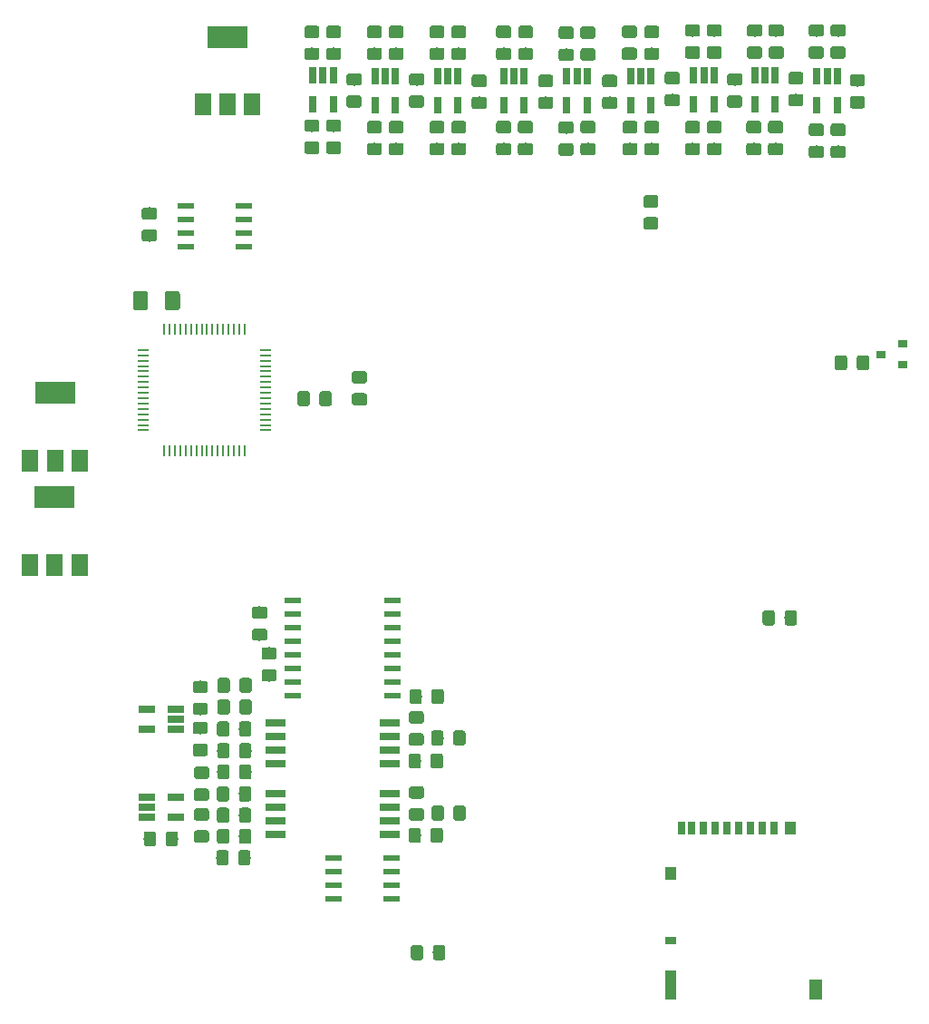
<source format=gbr>
G04 #@! TF.GenerationSoftware,KiCad,Pcbnew,(5.1.0)-1*
G04 #@! TF.CreationDate,2019-07-05T16:32:50+02:00*
G04 #@! TF.ProjectId,ECU_SMD,4543555f-534d-4442-9e6b-696361645f70,rev?*
G04 #@! TF.SameCoordinates,Original*
G04 #@! TF.FileFunction,Paste,Top*
G04 #@! TF.FilePolarity,Positive*
%FSLAX46Y46*%
G04 Gerber Fmt 4.6, Leading zero omitted, Abs format (unit mm)*
G04 Created by KiCad (PCBNEW (5.1.0)-1) date 2019-07-05 16:32:50*
%MOMM*%
%LPD*%
G04 APERTURE LIST*
%ADD10C,0.100000*%
%ADD11C,1.150000*%
%ADD12R,1.500000X0.600000*%
%ADD13R,1.300000X1.900000*%
%ADD14R,1.000000X2.800000*%
%ADD15R,1.000000X0.800000*%
%ADD16R,1.000000X1.200000*%
%ADD17R,0.700000X1.200000*%
%ADD18R,1.560000X0.650000*%
%ADD19R,0.650000X1.560000*%
%ADD20R,1.550000X0.600000*%
%ADD21R,3.800000X2.000000*%
%ADD22R,1.500000X2.000000*%
%ADD23R,1.000000X0.250000*%
%ADD24R,0.250000X1.000000*%
%ADD25R,1.905000X0.640000*%
%ADD26R,0.900000X0.800000*%
%ADD27C,1.425000*%
G04 APERTURE END LIST*
D10*
G36*
X84762705Y-159372004D02*
G01*
X84786973Y-159375604D01*
X84810772Y-159381565D01*
X84833871Y-159389830D01*
X84856050Y-159400320D01*
X84877093Y-159412932D01*
X84896799Y-159427547D01*
X84914977Y-159444023D01*
X84931453Y-159462201D01*
X84946068Y-159481907D01*
X84958680Y-159502950D01*
X84969170Y-159525129D01*
X84977435Y-159548228D01*
X84983396Y-159572027D01*
X84986996Y-159596295D01*
X84988200Y-159620799D01*
X84988200Y-160520801D01*
X84986996Y-160545305D01*
X84983396Y-160569573D01*
X84977435Y-160593372D01*
X84969170Y-160616471D01*
X84958680Y-160638650D01*
X84946068Y-160659693D01*
X84931453Y-160679399D01*
X84914977Y-160697577D01*
X84896799Y-160714053D01*
X84877093Y-160728668D01*
X84856050Y-160741280D01*
X84833871Y-160751770D01*
X84810772Y-160760035D01*
X84786973Y-160765996D01*
X84762705Y-160769596D01*
X84738201Y-160770800D01*
X84088199Y-160770800D01*
X84063695Y-160769596D01*
X84039427Y-160765996D01*
X84015628Y-160760035D01*
X83992529Y-160751770D01*
X83970350Y-160741280D01*
X83949307Y-160728668D01*
X83929601Y-160714053D01*
X83911423Y-160697577D01*
X83894947Y-160679399D01*
X83880332Y-160659693D01*
X83867720Y-160638650D01*
X83857230Y-160616471D01*
X83848965Y-160593372D01*
X83843004Y-160569573D01*
X83839404Y-160545305D01*
X83838200Y-160520801D01*
X83838200Y-159620799D01*
X83839404Y-159596295D01*
X83843004Y-159572027D01*
X83848965Y-159548228D01*
X83857230Y-159525129D01*
X83867720Y-159502950D01*
X83880332Y-159481907D01*
X83894947Y-159462201D01*
X83911423Y-159444023D01*
X83929601Y-159427547D01*
X83949307Y-159412932D01*
X83970350Y-159400320D01*
X83992529Y-159389830D01*
X84015628Y-159381565D01*
X84039427Y-159375604D01*
X84063695Y-159372004D01*
X84088199Y-159370800D01*
X84738201Y-159370800D01*
X84762705Y-159372004D01*
X84762705Y-159372004D01*
G37*
D11*
X84413200Y-160070800D03*
D10*
G36*
X82712705Y-159372004D02*
G01*
X82736973Y-159375604D01*
X82760772Y-159381565D01*
X82783871Y-159389830D01*
X82806050Y-159400320D01*
X82827093Y-159412932D01*
X82846799Y-159427547D01*
X82864977Y-159444023D01*
X82881453Y-159462201D01*
X82896068Y-159481907D01*
X82908680Y-159502950D01*
X82919170Y-159525129D01*
X82927435Y-159548228D01*
X82933396Y-159572027D01*
X82936996Y-159596295D01*
X82938200Y-159620799D01*
X82938200Y-160520801D01*
X82936996Y-160545305D01*
X82933396Y-160569573D01*
X82927435Y-160593372D01*
X82919170Y-160616471D01*
X82908680Y-160638650D01*
X82896068Y-160659693D01*
X82881453Y-160679399D01*
X82864977Y-160697577D01*
X82846799Y-160714053D01*
X82827093Y-160728668D01*
X82806050Y-160741280D01*
X82783871Y-160751770D01*
X82760772Y-160760035D01*
X82736973Y-160765996D01*
X82712705Y-160769596D01*
X82688201Y-160770800D01*
X82038199Y-160770800D01*
X82013695Y-160769596D01*
X81989427Y-160765996D01*
X81965628Y-160760035D01*
X81942529Y-160751770D01*
X81920350Y-160741280D01*
X81899307Y-160728668D01*
X81879601Y-160714053D01*
X81861423Y-160697577D01*
X81844947Y-160679399D01*
X81830332Y-160659693D01*
X81817720Y-160638650D01*
X81807230Y-160616471D01*
X81798965Y-160593372D01*
X81793004Y-160569573D01*
X81789404Y-160545305D01*
X81788200Y-160520801D01*
X81788200Y-159620799D01*
X81789404Y-159596295D01*
X81793004Y-159572027D01*
X81798965Y-159548228D01*
X81807230Y-159525129D01*
X81817720Y-159502950D01*
X81830332Y-159481907D01*
X81844947Y-159462201D01*
X81861423Y-159444023D01*
X81879601Y-159427547D01*
X81899307Y-159412932D01*
X81920350Y-159400320D01*
X81942529Y-159389830D01*
X81965628Y-159381565D01*
X81989427Y-159375604D01*
X82013695Y-159372004D01*
X82038199Y-159370800D01*
X82688201Y-159370800D01*
X82712705Y-159372004D01*
X82712705Y-159372004D01*
G37*
D11*
X82363200Y-160070800D03*
D10*
G36*
X84737305Y-155358804D02*
G01*
X84761573Y-155362404D01*
X84785372Y-155368365D01*
X84808471Y-155376630D01*
X84830650Y-155387120D01*
X84851693Y-155399732D01*
X84871399Y-155414347D01*
X84889577Y-155430823D01*
X84906053Y-155449001D01*
X84920668Y-155468707D01*
X84933280Y-155489750D01*
X84943770Y-155511929D01*
X84952035Y-155535028D01*
X84957996Y-155558827D01*
X84961596Y-155583095D01*
X84962800Y-155607599D01*
X84962800Y-156507601D01*
X84961596Y-156532105D01*
X84957996Y-156556373D01*
X84952035Y-156580172D01*
X84943770Y-156603271D01*
X84933280Y-156625450D01*
X84920668Y-156646493D01*
X84906053Y-156666199D01*
X84889577Y-156684377D01*
X84871399Y-156700853D01*
X84851693Y-156715468D01*
X84830650Y-156728080D01*
X84808471Y-156738570D01*
X84785372Y-156746835D01*
X84761573Y-156752796D01*
X84737305Y-156756396D01*
X84712801Y-156757600D01*
X84062799Y-156757600D01*
X84038295Y-156756396D01*
X84014027Y-156752796D01*
X83990228Y-156746835D01*
X83967129Y-156738570D01*
X83944950Y-156728080D01*
X83923907Y-156715468D01*
X83904201Y-156700853D01*
X83886023Y-156684377D01*
X83869547Y-156666199D01*
X83854932Y-156646493D01*
X83842320Y-156625450D01*
X83831830Y-156603271D01*
X83823565Y-156580172D01*
X83817604Y-156556373D01*
X83814004Y-156532105D01*
X83812800Y-156507601D01*
X83812800Y-155607599D01*
X83814004Y-155583095D01*
X83817604Y-155558827D01*
X83823565Y-155535028D01*
X83831830Y-155511929D01*
X83842320Y-155489750D01*
X83854932Y-155468707D01*
X83869547Y-155449001D01*
X83886023Y-155430823D01*
X83904201Y-155414347D01*
X83923907Y-155399732D01*
X83944950Y-155387120D01*
X83967129Y-155376630D01*
X83990228Y-155368365D01*
X84014027Y-155362404D01*
X84038295Y-155358804D01*
X84062799Y-155357600D01*
X84712801Y-155357600D01*
X84737305Y-155358804D01*
X84737305Y-155358804D01*
G37*
D11*
X84387800Y-156057600D03*
D10*
G36*
X82687305Y-155358804D02*
G01*
X82711573Y-155362404D01*
X82735372Y-155368365D01*
X82758471Y-155376630D01*
X82780650Y-155387120D01*
X82801693Y-155399732D01*
X82821399Y-155414347D01*
X82839577Y-155430823D01*
X82856053Y-155449001D01*
X82870668Y-155468707D01*
X82883280Y-155489750D01*
X82893770Y-155511929D01*
X82902035Y-155535028D01*
X82907996Y-155558827D01*
X82911596Y-155583095D01*
X82912800Y-155607599D01*
X82912800Y-156507601D01*
X82911596Y-156532105D01*
X82907996Y-156556373D01*
X82902035Y-156580172D01*
X82893770Y-156603271D01*
X82883280Y-156625450D01*
X82870668Y-156646493D01*
X82856053Y-156666199D01*
X82839577Y-156684377D01*
X82821399Y-156700853D01*
X82801693Y-156715468D01*
X82780650Y-156728080D01*
X82758471Y-156738570D01*
X82735372Y-156746835D01*
X82711573Y-156752796D01*
X82687305Y-156756396D01*
X82662801Y-156757600D01*
X82012799Y-156757600D01*
X81988295Y-156756396D01*
X81964027Y-156752796D01*
X81940228Y-156746835D01*
X81917129Y-156738570D01*
X81894950Y-156728080D01*
X81873907Y-156715468D01*
X81854201Y-156700853D01*
X81836023Y-156684377D01*
X81819547Y-156666199D01*
X81804932Y-156646493D01*
X81792320Y-156625450D01*
X81781830Y-156603271D01*
X81773565Y-156580172D01*
X81767604Y-156556373D01*
X81764004Y-156532105D01*
X81762800Y-156507601D01*
X81762800Y-155607599D01*
X81764004Y-155583095D01*
X81767604Y-155558827D01*
X81773565Y-155535028D01*
X81781830Y-155511929D01*
X81792320Y-155489750D01*
X81804932Y-155468707D01*
X81819547Y-155449001D01*
X81836023Y-155430823D01*
X81854201Y-155414347D01*
X81873907Y-155399732D01*
X81894950Y-155387120D01*
X81917129Y-155376630D01*
X81940228Y-155368365D01*
X81964027Y-155362404D01*
X81988295Y-155358804D01*
X82012799Y-155357600D01*
X82662801Y-155357600D01*
X82687305Y-155358804D01*
X82687305Y-155358804D01*
G37*
D11*
X82337800Y-156057600D03*
D10*
G36*
X86224905Y-144629004D02*
G01*
X86249173Y-144632604D01*
X86272972Y-144638565D01*
X86296071Y-144646830D01*
X86318250Y-144657320D01*
X86339293Y-144669932D01*
X86358999Y-144684547D01*
X86377177Y-144701023D01*
X86393653Y-144719201D01*
X86408268Y-144738907D01*
X86420880Y-144759950D01*
X86431370Y-144782129D01*
X86439635Y-144805228D01*
X86445596Y-144829027D01*
X86449196Y-144853295D01*
X86450400Y-144877799D01*
X86450400Y-145527801D01*
X86449196Y-145552305D01*
X86445596Y-145576573D01*
X86439635Y-145600372D01*
X86431370Y-145623471D01*
X86420880Y-145645650D01*
X86408268Y-145666693D01*
X86393653Y-145686399D01*
X86377177Y-145704577D01*
X86358999Y-145721053D01*
X86339293Y-145735668D01*
X86318250Y-145748280D01*
X86296071Y-145758770D01*
X86272972Y-145767035D01*
X86249173Y-145772996D01*
X86224905Y-145776596D01*
X86200401Y-145777800D01*
X85300399Y-145777800D01*
X85275895Y-145776596D01*
X85251627Y-145772996D01*
X85227828Y-145767035D01*
X85204729Y-145758770D01*
X85182550Y-145748280D01*
X85161507Y-145735668D01*
X85141801Y-145721053D01*
X85123623Y-145704577D01*
X85107147Y-145686399D01*
X85092532Y-145666693D01*
X85079920Y-145645650D01*
X85069430Y-145623471D01*
X85061165Y-145600372D01*
X85055204Y-145576573D01*
X85051604Y-145552305D01*
X85050400Y-145527801D01*
X85050400Y-144877799D01*
X85051604Y-144853295D01*
X85055204Y-144829027D01*
X85061165Y-144805228D01*
X85069430Y-144782129D01*
X85079920Y-144759950D01*
X85092532Y-144738907D01*
X85107147Y-144719201D01*
X85123623Y-144701023D01*
X85141801Y-144684547D01*
X85161507Y-144669932D01*
X85182550Y-144657320D01*
X85204729Y-144646830D01*
X85227828Y-144638565D01*
X85251627Y-144632604D01*
X85275895Y-144629004D01*
X85300399Y-144627800D01*
X86200401Y-144627800D01*
X86224905Y-144629004D01*
X86224905Y-144629004D01*
G37*
D11*
X85750400Y-145202800D03*
D10*
G36*
X86224905Y-146679004D02*
G01*
X86249173Y-146682604D01*
X86272972Y-146688565D01*
X86296071Y-146696830D01*
X86318250Y-146707320D01*
X86339293Y-146719932D01*
X86358999Y-146734547D01*
X86377177Y-146751023D01*
X86393653Y-146769201D01*
X86408268Y-146788907D01*
X86420880Y-146809950D01*
X86431370Y-146832129D01*
X86439635Y-146855228D01*
X86445596Y-146879027D01*
X86449196Y-146903295D01*
X86450400Y-146927799D01*
X86450400Y-147577801D01*
X86449196Y-147602305D01*
X86445596Y-147626573D01*
X86439635Y-147650372D01*
X86431370Y-147673471D01*
X86420880Y-147695650D01*
X86408268Y-147716693D01*
X86393653Y-147736399D01*
X86377177Y-147754577D01*
X86358999Y-147771053D01*
X86339293Y-147785668D01*
X86318250Y-147798280D01*
X86296071Y-147808770D01*
X86272972Y-147817035D01*
X86249173Y-147822996D01*
X86224905Y-147826596D01*
X86200401Y-147827800D01*
X85300399Y-147827800D01*
X85275895Y-147826596D01*
X85251627Y-147822996D01*
X85227828Y-147817035D01*
X85204729Y-147808770D01*
X85182550Y-147798280D01*
X85161507Y-147785668D01*
X85141801Y-147771053D01*
X85123623Y-147754577D01*
X85107147Y-147736399D01*
X85092532Y-147716693D01*
X85079920Y-147695650D01*
X85069430Y-147673471D01*
X85061165Y-147650372D01*
X85055204Y-147626573D01*
X85051604Y-147602305D01*
X85050400Y-147577801D01*
X85050400Y-146927799D01*
X85051604Y-146903295D01*
X85055204Y-146879027D01*
X85061165Y-146855228D01*
X85069430Y-146832129D01*
X85079920Y-146809950D01*
X85092532Y-146788907D01*
X85107147Y-146769201D01*
X85123623Y-146751023D01*
X85141801Y-146734547D01*
X85161507Y-146719932D01*
X85182550Y-146707320D01*
X85204729Y-146696830D01*
X85227828Y-146688565D01*
X85251627Y-146682604D01*
X85275895Y-146679004D01*
X85300399Y-146677800D01*
X86200401Y-146677800D01*
X86224905Y-146679004D01*
X86224905Y-146679004D01*
G37*
D11*
X85750400Y-147252800D03*
D10*
G36*
X102644305Y-158356004D02*
G01*
X102668573Y-158359604D01*
X102692372Y-158365565D01*
X102715471Y-158373830D01*
X102737650Y-158384320D01*
X102758693Y-158396932D01*
X102778399Y-158411547D01*
X102796577Y-158428023D01*
X102813053Y-158446201D01*
X102827668Y-158465907D01*
X102840280Y-158486950D01*
X102850770Y-158509129D01*
X102859035Y-158532228D01*
X102864996Y-158556027D01*
X102868596Y-158580295D01*
X102869800Y-158604799D01*
X102869800Y-159504801D01*
X102868596Y-159529305D01*
X102864996Y-159553573D01*
X102859035Y-159577372D01*
X102850770Y-159600471D01*
X102840280Y-159622650D01*
X102827668Y-159643693D01*
X102813053Y-159663399D01*
X102796577Y-159681577D01*
X102778399Y-159698053D01*
X102758693Y-159712668D01*
X102737650Y-159725280D01*
X102715471Y-159735770D01*
X102692372Y-159744035D01*
X102668573Y-159749996D01*
X102644305Y-159753596D01*
X102619801Y-159754800D01*
X101969799Y-159754800D01*
X101945295Y-159753596D01*
X101921027Y-159749996D01*
X101897228Y-159744035D01*
X101874129Y-159735770D01*
X101851950Y-159725280D01*
X101830907Y-159712668D01*
X101811201Y-159698053D01*
X101793023Y-159681577D01*
X101776547Y-159663399D01*
X101761932Y-159643693D01*
X101749320Y-159622650D01*
X101738830Y-159600471D01*
X101730565Y-159577372D01*
X101724604Y-159553573D01*
X101721004Y-159529305D01*
X101719800Y-159504801D01*
X101719800Y-158604799D01*
X101721004Y-158580295D01*
X101724604Y-158556027D01*
X101730565Y-158532228D01*
X101738830Y-158509129D01*
X101749320Y-158486950D01*
X101761932Y-158465907D01*
X101776547Y-158446201D01*
X101793023Y-158428023D01*
X101811201Y-158411547D01*
X101830907Y-158396932D01*
X101851950Y-158384320D01*
X101874129Y-158373830D01*
X101897228Y-158365565D01*
X101921027Y-158359604D01*
X101945295Y-158356004D01*
X101969799Y-158354800D01*
X102619801Y-158354800D01*
X102644305Y-158356004D01*
X102644305Y-158356004D01*
G37*
D11*
X102294800Y-159054800D03*
D10*
G36*
X100594305Y-158356004D02*
G01*
X100618573Y-158359604D01*
X100642372Y-158365565D01*
X100665471Y-158373830D01*
X100687650Y-158384320D01*
X100708693Y-158396932D01*
X100728399Y-158411547D01*
X100746577Y-158428023D01*
X100763053Y-158446201D01*
X100777668Y-158465907D01*
X100790280Y-158486950D01*
X100800770Y-158509129D01*
X100809035Y-158532228D01*
X100814996Y-158556027D01*
X100818596Y-158580295D01*
X100819800Y-158604799D01*
X100819800Y-159504801D01*
X100818596Y-159529305D01*
X100814996Y-159553573D01*
X100809035Y-159577372D01*
X100800770Y-159600471D01*
X100790280Y-159622650D01*
X100777668Y-159643693D01*
X100763053Y-159663399D01*
X100746577Y-159681577D01*
X100728399Y-159698053D01*
X100708693Y-159712668D01*
X100687650Y-159725280D01*
X100665471Y-159735770D01*
X100642372Y-159744035D01*
X100618573Y-159749996D01*
X100594305Y-159753596D01*
X100569801Y-159754800D01*
X99919799Y-159754800D01*
X99895295Y-159753596D01*
X99871027Y-159749996D01*
X99847228Y-159744035D01*
X99824129Y-159735770D01*
X99801950Y-159725280D01*
X99780907Y-159712668D01*
X99761201Y-159698053D01*
X99743023Y-159681577D01*
X99726547Y-159663399D01*
X99711932Y-159643693D01*
X99699320Y-159622650D01*
X99688830Y-159600471D01*
X99680565Y-159577372D01*
X99674604Y-159553573D01*
X99671004Y-159529305D01*
X99669800Y-159504801D01*
X99669800Y-158604799D01*
X99671004Y-158580295D01*
X99674604Y-158556027D01*
X99680565Y-158532228D01*
X99688830Y-158509129D01*
X99699320Y-158486950D01*
X99711932Y-158465907D01*
X99726547Y-158446201D01*
X99743023Y-158428023D01*
X99761201Y-158411547D01*
X99780907Y-158396932D01*
X99801950Y-158384320D01*
X99824129Y-158373830D01*
X99847228Y-158365565D01*
X99871027Y-158359604D01*
X99895295Y-158356004D01*
X99919799Y-158354800D01*
X100569801Y-158354800D01*
X100594305Y-158356004D01*
X100594305Y-158356004D01*
G37*
D11*
X100244800Y-159054800D03*
D10*
G36*
X102644305Y-165290204D02*
G01*
X102668573Y-165293804D01*
X102692372Y-165299765D01*
X102715471Y-165308030D01*
X102737650Y-165318520D01*
X102758693Y-165331132D01*
X102778399Y-165345747D01*
X102796577Y-165362223D01*
X102813053Y-165380401D01*
X102827668Y-165400107D01*
X102840280Y-165421150D01*
X102850770Y-165443329D01*
X102859035Y-165466428D01*
X102864996Y-165490227D01*
X102868596Y-165514495D01*
X102869800Y-165538999D01*
X102869800Y-166439001D01*
X102868596Y-166463505D01*
X102864996Y-166487773D01*
X102859035Y-166511572D01*
X102850770Y-166534671D01*
X102840280Y-166556850D01*
X102827668Y-166577893D01*
X102813053Y-166597599D01*
X102796577Y-166615777D01*
X102778399Y-166632253D01*
X102758693Y-166646868D01*
X102737650Y-166659480D01*
X102715471Y-166669970D01*
X102692372Y-166678235D01*
X102668573Y-166684196D01*
X102644305Y-166687796D01*
X102619801Y-166689000D01*
X101969799Y-166689000D01*
X101945295Y-166687796D01*
X101921027Y-166684196D01*
X101897228Y-166678235D01*
X101874129Y-166669970D01*
X101851950Y-166659480D01*
X101830907Y-166646868D01*
X101811201Y-166632253D01*
X101793023Y-166615777D01*
X101776547Y-166597599D01*
X101761932Y-166577893D01*
X101749320Y-166556850D01*
X101738830Y-166534671D01*
X101730565Y-166511572D01*
X101724604Y-166487773D01*
X101721004Y-166463505D01*
X101719800Y-166439001D01*
X101719800Y-165538999D01*
X101721004Y-165514495D01*
X101724604Y-165490227D01*
X101730565Y-165466428D01*
X101738830Y-165443329D01*
X101749320Y-165421150D01*
X101761932Y-165400107D01*
X101776547Y-165380401D01*
X101793023Y-165362223D01*
X101811201Y-165345747D01*
X101830907Y-165331132D01*
X101851950Y-165318520D01*
X101874129Y-165308030D01*
X101897228Y-165299765D01*
X101921027Y-165293804D01*
X101945295Y-165290204D01*
X101969799Y-165289000D01*
X102619801Y-165289000D01*
X102644305Y-165290204D01*
X102644305Y-165290204D01*
G37*
D11*
X102294800Y-165989000D03*
D10*
G36*
X100594305Y-165290204D02*
G01*
X100618573Y-165293804D01*
X100642372Y-165299765D01*
X100665471Y-165308030D01*
X100687650Y-165318520D01*
X100708693Y-165331132D01*
X100728399Y-165345747D01*
X100746577Y-165362223D01*
X100763053Y-165380401D01*
X100777668Y-165400107D01*
X100790280Y-165421150D01*
X100800770Y-165443329D01*
X100809035Y-165466428D01*
X100814996Y-165490227D01*
X100818596Y-165514495D01*
X100819800Y-165538999D01*
X100819800Y-166439001D01*
X100818596Y-166463505D01*
X100814996Y-166487773D01*
X100809035Y-166511572D01*
X100800770Y-166534671D01*
X100790280Y-166556850D01*
X100777668Y-166577893D01*
X100763053Y-166597599D01*
X100746577Y-166615777D01*
X100728399Y-166632253D01*
X100708693Y-166646868D01*
X100687650Y-166659480D01*
X100665471Y-166669970D01*
X100642372Y-166678235D01*
X100618573Y-166684196D01*
X100594305Y-166687796D01*
X100569801Y-166689000D01*
X99919799Y-166689000D01*
X99895295Y-166687796D01*
X99871027Y-166684196D01*
X99847228Y-166678235D01*
X99824129Y-166669970D01*
X99801950Y-166659480D01*
X99780907Y-166646868D01*
X99761201Y-166632253D01*
X99743023Y-166615777D01*
X99726547Y-166597599D01*
X99711932Y-166577893D01*
X99699320Y-166556850D01*
X99688830Y-166534671D01*
X99680565Y-166511572D01*
X99674604Y-166487773D01*
X99671004Y-166463505D01*
X99669800Y-166439001D01*
X99669800Y-165538999D01*
X99671004Y-165514495D01*
X99674604Y-165490227D01*
X99680565Y-165466428D01*
X99688830Y-165443329D01*
X99699320Y-165421150D01*
X99711932Y-165400107D01*
X99726547Y-165380401D01*
X99743023Y-165362223D01*
X99761201Y-165345747D01*
X99780907Y-165331132D01*
X99801950Y-165318520D01*
X99824129Y-165308030D01*
X99847228Y-165299765D01*
X99871027Y-165293804D01*
X99895295Y-165290204D01*
X99919799Y-165289000D01*
X100569801Y-165289000D01*
X100594305Y-165290204D01*
X100594305Y-165290204D01*
G37*
D11*
X100244800Y-165989000D03*
D10*
G36*
X102702505Y-156197004D02*
G01*
X102726773Y-156200604D01*
X102750572Y-156206565D01*
X102773671Y-156214830D01*
X102795850Y-156225320D01*
X102816893Y-156237932D01*
X102836599Y-156252547D01*
X102854777Y-156269023D01*
X102871253Y-156287201D01*
X102885868Y-156306907D01*
X102898480Y-156327950D01*
X102908970Y-156350129D01*
X102917235Y-156373228D01*
X102923196Y-156397027D01*
X102926796Y-156421295D01*
X102928000Y-156445799D01*
X102928000Y-157345801D01*
X102926796Y-157370305D01*
X102923196Y-157394573D01*
X102917235Y-157418372D01*
X102908970Y-157441471D01*
X102898480Y-157463650D01*
X102885868Y-157484693D01*
X102871253Y-157504399D01*
X102854777Y-157522577D01*
X102836599Y-157539053D01*
X102816893Y-157553668D01*
X102795850Y-157566280D01*
X102773671Y-157576770D01*
X102750572Y-157585035D01*
X102726773Y-157590996D01*
X102702505Y-157594596D01*
X102678001Y-157595800D01*
X102027999Y-157595800D01*
X102003495Y-157594596D01*
X101979227Y-157590996D01*
X101955428Y-157585035D01*
X101932329Y-157576770D01*
X101910150Y-157566280D01*
X101889107Y-157553668D01*
X101869401Y-157539053D01*
X101851223Y-157522577D01*
X101834747Y-157504399D01*
X101820132Y-157484693D01*
X101807520Y-157463650D01*
X101797030Y-157441471D01*
X101788765Y-157418372D01*
X101782804Y-157394573D01*
X101779204Y-157370305D01*
X101778000Y-157345801D01*
X101778000Y-156445799D01*
X101779204Y-156421295D01*
X101782804Y-156397027D01*
X101788765Y-156373228D01*
X101797030Y-156350129D01*
X101807520Y-156327950D01*
X101820132Y-156306907D01*
X101834747Y-156287201D01*
X101851223Y-156269023D01*
X101869401Y-156252547D01*
X101889107Y-156237932D01*
X101910150Y-156225320D01*
X101932329Y-156214830D01*
X101955428Y-156206565D01*
X101979227Y-156200604D01*
X102003495Y-156197004D01*
X102027999Y-156195800D01*
X102678001Y-156195800D01*
X102702505Y-156197004D01*
X102702505Y-156197004D01*
G37*
D11*
X102353000Y-156895800D03*
D10*
G36*
X104752505Y-156197004D02*
G01*
X104776773Y-156200604D01*
X104800572Y-156206565D01*
X104823671Y-156214830D01*
X104845850Y-156225320D01*
X104866893Y-156237932D01*
X104886599Y-156252547D01*
X104904777Y-156269023D01*
X104921253Y-156287201D01*
X104935868Y-156306907D01*
X104948480Y-156327950D01*
X104958970Y-156350129D01*
X104967235Y-156373228D01*
X104973196Y-156397027D01*
X104976796Y-156421295D01*
X104978000Y-156445799D01*
X104978000Y-157345801D01*
X104976796Y-157370305D01*
X104973196Y-157394573D01*
X104967235Y-157418372D01*
X104958970Y-157441471D01*
X104948480Y-157463650D01*
X104935868Y-157484693D01*
X104921253Y-157504399D01*
X104904777Y-157522577D01*
X104886599Y-157539053D01*
X104866893Y-157553668D01*
X104845850Y-157566280D01*
X104823671Y-157576770D01*
X104800572Y-157585035D01*
X104776773Y-157590996D01*
X104752505Y-157594596D01*
X104728001Y-157595800D01*
X104077999Y-157595800D01*
X104053495Y-157594596D01*
X104029227Y-157590996D01*
X104005428Y-157585035D01*
X103982329Y-157576770D01*
X103960150Y-157566280D01*
X103939107Y-157553668D01*
X103919401Y-157539053D01*
X103901223Y-157522577D01*
X103884747Y-157504399D01*
X103870132Y-157484693D01*
X103857520Y-157463650D01*
X103847030Y-157441471D01*
X103838765Y-157418372D01*
X103832804Y-157394573D01*
X103829204Y-157370305D01*
X103828000Y-157345801D01*
X103828000Y-156445799D01*
X103829204Y-156421295D01*
X103832804Y-156397027D01*
X103838765Y-156373228D01*
X103847030Y-156350129D01*
X103857520Y-156327950D01*
X103870132Y-156306907D01*
X103884747Y-156287201D01*
X103901223Y-156269023D01*
X103919401Y-156252547D01*
X103939107Y-156237932D01*
X103960150Y-156225320D01*
X103982329Y-156214830D01*
X104005428Y-156206565D01*
X104029227Y-156200604D01*
X104053495Y-156197004D01*
X104077999Y-156195800D01*
X104728001Y-156195800D01*
X104752505Y-156197004D01*
X104752505Y-156197004D01*
G37*
D11*
X104403000Y-156895800D03*
D10*
G36*
X102720505Y-152336204D02*
G01*
X102744773Y-152339804D01*
X102768572Y-152345765D01*
X102791671Y-152354030D01*
X102813850Y-152364520D01*
X102834893Y-152377132D01*
X102854599Y-152391747D01*
X102872777Y-152408223D01*
X102889253Y-152426401D01*
X102903868Y-152446107D01*
X102916480Y-152467150D01*
X102926970Y-152489329D01*
X102935235Y-152512428D01*
X102941196Y-152536227D01*
X102944796Y-152560495D01*
X102946000Y-152584999D01*
X102946000Y-153485001D01*
X102944796Y-153509505D01*
X102941196Y-153533773D01*
X102935235Y-153557572D01*
X102926970Y-153580671D01*
X102916480Y-153602850D01*
X102903868Y-153623893D01*
X102889253Y-153643599D01*
X102872777Y-153661777D01*
X102854599Y-153678253D01*
X102834893Y-153692868D01*
X102813850Y-153705480D01*
X102791671Y-153715970D01*
X102768572Y-153724235D01*
X102744773Y-153730196D01*
X102720505Y-153733796D01*
X102696001Y-153735000D01*
X102045999Y-153735000D01*
X102021495Y-153733796D01*
X101997227Y-153730196D01*
X101973428Y-153724235D01*
X101950329Y-153715970D01*
X101928150Y-153705480D01*
X101907107Y-153692868D01*
X101887401Y-153678253D01*
X101869223Y-153661777D01*
X101852747Y-153643599D01*
X101838132Y-153623893D01*
X101825520Y-153602850D01*
X101815030Y-153580671D01*
X101806765Y-153557572D01*
X101800804Y-153533773D01*
X101797204Y-153509505D01*
X101796000Y-153485001D01*
X101796000Y-152584999D01*
X101797204Y-152560495D01*
X101800804Y-152536227D01*
X101806765Y-152512428D01*
X101815030Y-152489329D01*
X101825520Y-152467150D01*
X101838132Y-152446107D01*
X101852747Y-152426401D01*
X101869223Y-152408223D01*
X101887401Y-152391747D01*
X101907107Y-152377132D01*
X101928150Y-152364520D01*
X101950329Y-152354030D01*
X101973428Y-152345765D01*
X101997227Y-152339804D01*
X102021495Y-152336204D01*
X102045999Y-152335000D01*
X102696001Y-152335000D01*
X102720505Y-152336204D01*
X102720505Y-152336204D01*
G37*
D11*
X102371000Y-153035000D03*
D10*
G36*
X100670505Y-152336204D02*
G01*
X100694773Y-152339804D01*
X100718572Y-152345765D01*
X100741671Y-152354030D01*
X100763850Y-152364520D01*
X100784893Y-152377132D01*
X100804599Y-152391747D01*
X100822777Y-152408223D01*
X100839253Y-152426401D01*
X100853868Y-152446107D01*
X100866480Y-152467150D01*
X100876970Y-152489329D01*
X100885235Y-152512428D01*
X100891196Y-152536227D01*
X100894796Y-152560495D01*
X100896000Y-152584999D01*
X100896000Y-153485001D01*
X100894796Y-153509505D01*
X100891196Y-153533773D01*
X100885235Y-153557572D01*
X100876970Y-153580671D01*
X100866480Y-153602850D01*
X100853868Y-153623893D01*
X100839253Y-153643599D01*
X100822777Y-153661777D01*
X100804599Y-153678253D01*
X100784893Y-153692868D01*
X100763850Y-153705480D01*
X100741671Y-153715970D01*
X100718572Y-153724235D01*
X100694773Y-153730196D01*
X100670505Y-153733796D01*
X100646001Y-153735000D01*
X99995999Y-153735000D01*
X99971495Y-153733796D01*
X99947227Y-153730196D01*
X99923428Y-153724235D01*
X99900329Y-153715970D01*
X99878150Y-153705480D01*
X99857107Y-153692868D01*
X99837401Y-153678253D01*
X99819223Y-153661777D01*
X99802747Y-153643599D01*
X99788132Y-153623893D01*
X99775520Y-153602850D01*
X99765030Y-153580671D01*
X99756765Y-153557572D01*
X99750804Y-153533773D01*
X99747204Y-153509505D01*
X99746000Y-153485001D01*
X99746000Y-152584999D01*
X99747204Y-152560495D01*
X99750804Y-152536227D01*
X99756765Y-152512428D01*
X99765030Y-152489329D01*
X99775520Y-152467150D01*
X99788132Y-152446107D01*
X99802747Y-152426401D01*
X99819223Y-152408223D01*
X99837401Y-152391747D01*
X99857107Y-152377132D01*
X99878150Y-152364520D01*
X99900329Y-152354030D01*
X99923428Y-152345765D01*
X99947227Y-152339804D01*
X99971495Y-152336204D01*
X99995999Y-152335000D01*
X100646001Y-152335000D01*
X100670505Y-152336204D01*
X100670505Y-152336204D01*
G37*
D11*
X100321000Y-153035000D03*
D12*
X98137000Y-152962400D03*
X98137000Y-151692400D03*
X98137000Y-150422400D03*
X98137000Y-149152400D03*
X98137000Y-147882400D03*
X98137000Y-146612400D03*
X98137000Y-145342400D03*
X98137000Y-144072400D03*
X88837000Y-144072400D03*
X88837000Y-145342400D03*
X88837000Y-146612400D03*
X88837000Y-147882400D03*
X88837000Y-149152400D03*
X88837000Y-150422400D03*
X88837000Y-151692400D03*
X88837000Y-152962400D03*
D10*
G36*
X87103505Y-148433604D02*
G01*
X87127773Y-148437204D01*
X87151572Y-148443165D01*
X87174671Y-148451430D01*
X87196850Y-148461920D01*
X87217893Y-148474532D01*
X87237599Y-148489147D01*
X87255777Y-148505623D01*
X87272253Y-148523801D01*
X87286868Y-148543507D01*
X87299480Y-148564550D01*
X87309970Y-148586729D01*
X87318235Y-148609828D01*
X87324196Y-148633627D01*
X87327796Y-148657895D01*
X87329000Y-148682399D01*
X87329000Y-149332401D01*
X87327796Y-149356905D01*
X87324196Y-149381173D01*
X87318235Y-149404972D01*
X87309970Y-149428071D01*
X87299480Y-149450250D01*
X87286868Y-149471293D01*
X87272253Y-149490999D01*
X87255777Y-149509177D01*
X87237599Y-149525653D01*
X87217893Y-149540268D01*
X87196850Y-149552880D01*
X87174671Y-149563370D01*
X87151572Y-149571635D01*
X87127773Y-149577596D01*
X87103505Y-149581196D01*
X87079001Y-149582400D01*
X86178999Y-149582400D01*
X86154495Y-149581196D01*
X86130227Y-149577596D01*
X86106428Y-149571635D01*
X86083329Y-149563370D01*
X86061150Y-149552880D01*
X86040107Y-149540268D01*
X86020401Y-149525653D01*
X86002223Y-149509177D01*
X85985747Y-149490999D01*
X85971132Y-149471293D01*
X85958520Y-149450250D01*
X85948030Y-149428071D01*
X85939765Y-149404972D01*
X85933804Y-149381173D01*
X85930204Y-149356905D01*
X85929000Y-149332401D01*
X85929000Y-148682399D01*
X85930204Y-148657895D01*
X85933804Y-148633627D01*
X85939765Y-148609828D01*
X85948030Y-148586729D01*
X85958520Y-148564550D01*
X85971132Y-148543507D01*
X85985747Y-148523801D01*
X86002223Y-148505623D01*
X86020401Y-148489147D01*
X86040107Y-148474532D01*
X86061150Y-148461920D01*
X86083329Y-148451430D01*
X86106428Y-148443165D01*
X86130227Y-148437204D01*
X86154495Y-148433604D01*
X86178999Y-148432400D01*
X87079001Y-148432400D01*
X87103505Y-148433604D01*
X87103505Y-148433604D01*
G37*
D11*
X86629000Y-149007400D03*
D10*
G36*
X87103505Y-150483604D02*
G01*
X87127773Y-150487204D01*
X87151572Y-150493165D01*
X87174671Y-150501430D01*
X87196850Y-150511920D01*
X87217893Y-150524532D01*
X87237599Y-150539147D01*
X87255777Y-150555623D01*
X87272253Y-150573801D01*
X87286868Y-150593507D01*
X87299480Y-150614550D01*
X87309970Y-150636729D01*
X87318235Y-150659828D01*
X87324196Y-150683627D01*
X87327796Y-150707895D01*
X87329000Y-150732399D01*
X87329000Y-151382401D01*
X87327796Y-151406905D01*
X87324196Y-151431173D01*
X87318235Y-151454972D01*
X87309970Y-151478071D01*
X87299480Y-151500250D01*
X87286868Y-151521293D01*
X87272253Y-151540999D01*
X87255777Y-151559177D01*
X87237599Y-151575653D01*
X87217893Y-151590268D01*
X87196850Y-151602880D01*
X87174671Y-151613370D01*
X87151572Y-151621635D01*
X87127773Y-151627596D01*
X87103505Y-151631196D01*
X87079001Y-151632400D01*
X86178999Y-151632400D01*
X86154495Y-151631196D01*
X86130227Y-151627596D01*
X86106428Y-151621635D01*
X86083329Y-151613370D01*
X86061150Y-151602880D01*
X86040107Y-151590268D01*
X86020401Y-151575653D01*
X86002223Y-151559177D01*
X85985747Y-151540999D01*
X85971132Y-151521293D01*
X85958520Y-151500250D01*
X85948030Y-151478071D01*
X85939765Y-151454972D01*
X85933804Y-151431173D01*
X85930204Y-151406905D01*
X85929000Y-151382401D01*
X85929000Y-150732399D01*
X85930204Y-150707895D01*
X85933804Y-150683627D01*
X85939765Y-150659828D01*
X85948030Y-150636729D01*
X85958520Y-150614550D01*
X85971132Y-150593507D01*
X85985747Y-150573801D01*
X86002223Y-150555623D01*
X86020401Y-150539147D01*
X86040107Y-150524532D01*
X86061150Y-150511920D01*
X86083329Y-150501430D01*
X86106428Y-150493165D01*
X86130227Y-150487204D01*
X86154495Y-150483604D01*
X86178999Y-150482400D01*
X87079001Y-150482400D01*
X87103505Y-150483604D01*
X87103505Y-150483604D01*
G37*
D11*
X86629000Y-151057400D03*
D13*
X137675000Y-180375000D03*
D14*
X124175000Y-179925000D03*
D15*
X124175000Y-175775000D03*
D16*
X124175000Y-169575000D03*
X135325000Y-165275000D03*
D17*
X127175000Y-165275000D03*
X128275000Y-165275000D03*
X129375000Y-165275000D03*
X130475000Y-165275000D03*
X131575000Y-165275000D03*
X132675000Y-165275000D03*
X133775000Y-165275000D03*
X126075000Y-165275000D03*
X125125000Y-165275000D03*
D18*
X77931000Y-162422800D03*
X77931000Y-164322800D03*
X75231000Y-164322800D03*
X75231000Y-163372800D03*
X75231000Y-162422800D03*
X75231000Y-156093200D03*
X75231000Y-154193200D03*
X77931000Y-154193200D03*
X77931000Y-155143200D03*
X77931000Y-156093200D03*
D10*
G36*
X80789305Y-165525804D02*
G01*
X80813573Y-165529404D01*
X80837372Y-165535365D01*
X80860471Y-165543630D01*
X80882650Y-165554120D01*
X80903693Y-165566732D01*
X80923399Y-165581347D01*
X80941577Y-165597823D01*
X80958053Y-165616001D01*
X80972668Y-165635707D01*
X80985280Y-165656750D01*
X80995770Y-165678929D01*
X81004035Y-165702028D01*
X81009996Y-165725827D01*
X81013596Y-165750095D01*
X81014800Y-165774599D01*
X81014800Y-166424601D01*
X81013596Y-166449105D01*
X81009996Y-166473373D01*
X81004035Y-166497172D01*
X80995770Y-166520271D01*
X80985280Y-166542450D01*
X80972668Y-166563493D01*
X80958053Y-166583199D01*
X80941577Y-166601377D01*
X80923399Y-166617853D01*
X80903693Y-166632468D01*
X80882650Y-166645080D01*
X80860471Y-166655570D01*
X80837372Y-166663835D01*
X80813573Y-166669796D01*
X80789305Y-166673396D01*
X80764801Y-166674600D01*
X79864799Y-166674600D01*
X79840295Y-166673396D01*
X79816027Y-166669796D01*
X79792228Y-166663835D01*
X79769129Y-166655570D01*
X79746950Y-166645080D01*
X79725907Y-166632468D01*
X79706201Y-166617853D01*
X79688023Y-166601377D01*
X79671547Y-166583199D01*
X79656932Y-166563493D01*
X79644320Y-166542450D01*
X79633830Y-166520271D01*
X79625565Y-166497172D01*
X79619604Y-166473373D01*
X79616004Y-166449105D01*
X79614800Y-166424601D01*
X79614800Y-165774599D01*
X79616004Y-165750095D01*
X79619604Y-165725827D01*
X79625565Y-165702028D01*
X79633830Y-165678929D01*
X79644320Y-165656750D01*
X79656932Y-165635707D01*
X79671547Y-165616001D01*
X79688023Y-165597823D01*
X79706201Y-165581347D01*
X79725907Y-165566732D01*
X79746950Y-165554120D01*
X79769129Y-165543630D01*
X79792228Y-165535365D01*
X79816027Y-165529404D01*
X79840295Y-165525804D01*
X79864799Y-165524600D01*
X80764801Y-165524600D01*
X80789305Y-165525804D01*
X80789305Y-165525804D01*
G37*
D11*
X80314800Y-166099600D03*
D10*
G36*
X80789305Y-163475804D02*
G01*
X80813573Y-163479404D01*
X80837372Y-163485365D01*
X80860471Y-163493630D01*
X80882650Y-163504120D01*
X80903693Y-163516732D01*
X80923399Y-163531347D01*
X80941577Y-163547823D01*
X80958053Y-163566001D01*
X80972668Y-163585707D01*
X80985280Y-163606750D01*
X80995770Y-163628929D01*
X81004035Y-163652028D01*
X81009996Y-163675827D01*
X81013596Y-163700095D01*
X81014800Y-163724599D01*
X81014800Y-164374601D01*
X81013596Y-164399105D01*
X81009996Y-164423373D01*
X81004035Y-164447172D01*
X80995770Y-164470271D01*
X80985280Y-164492450D01*
X80972668Y-164513493D01*
X80958053Y-164533199D01*
X80941577Y-164551377D01*
X80923399Y-164567853D01*
X80903693Y-164582468D01*
X80882650Y-164595080D01*
X80860471Y-164605570D01*
X80837372Y-164613835D01*
X80813573Y-164619796D01*
X80789305Y-164623396D01*
X80764801Y-164624600D01*
X79864799Y-164624600D01*
X79840295Y-164623396D01*
X79816027Y-164619796D01*
X79792228Y-164613835D01*
X79769129Y-164605570D01*
X79746950Y-164595080D01*
X79725907Y-164582468D01*
X79706201Y-164567853D01*
X79688023Y-164551377D01*
X79671547Y-164533199D01*
X79656932Y-164513493D01*
X79644320Y-164492450D01*
X79633830Y-164470271D01*
X79625565Y-164447172D01*
X79619604Y-164423373D01*
X79616004Y-164399105D01*
X79614800Y-164374601D01*
X79614800Y-163724599D01*
X79616004Y-163700095D01*
X79619604Y-163675827D01*
X79625565Y-163652028D01*
X79633830Y-163628929D01*
X79644320Y-163606750D01*
X79656932Y-163585707D01*
X79671547Y-163566001D01*
X79688023Y-163547823D01*
X79706201Y-163531347D01*
X79725907Y-163516732D01*
X79746950Y-163504120D01*
X79769129Y-163493630D01*
X79792228Y-163485365D01*
X79816027Y-163479404D01*
X79840295Y-163475804D01*
X79864799Y-163474600D01*
X80764801Y-163474600D01*
X80789305Y-163475804D01*
X80789305Y-163475804D01*
G37*
D11*
X80314800Y-164049600D03*
D10*
G36*
X80687705Y-153613204D02*
G01*
X80711973Y-153616804D01*
X80735772Y-153622765D01*
X80758871Y-153631030D01*
X80781050Y-153641520D01*
X80802093Y-153654132D01*
X80821799Y-153668747D01*
X80839977Y-153685223D01*
X80856453Y-153703401D01*
X80871068Y-153723107D01*
X80883680Y-153744150D01*
X80894170Y-153766329D01*
X80902435Y-153789428D01*
X80908396Y-153813227D01*
X80911996Y-153837495D01*
X80913200Y-153861999D01*
X80913200Y-154512001D01*
X80911996Y-154536505D01*
X80908396Y-154560773D01*
X80902435Y-154584572D01*
X80894170Y-154607671D01*
X80883680Y-154629850D01*
X80871068Y-154650893D01*
X80856453Y-154670599D01*
X80839977Y-154688777D01*
X80821799Y-154705253D01*
X80802093Y-154719868D01*
X80781050Y-154732480D01*
X80758871Y-154742970D01*
X80735772Y-154751235D01*
X80711973Y-154757196D01*
X80687705Y-154760796D01*
X80663201Y-154762000D01*
X79763199Y-154762000D01*
X79738695Y-154760796D01*
X79714427Y-154757196D01*
X79690628Y-154751235D01*
X79667529Y-154742970D01*
X79645350Y-154732480D01*
X79624307Y-154719868D01*
X79604601Y-154705253D01*
X79586423Y-154688777D01*
X79569947Y-154670599D01*
X79555332Y-154650893D01*
X79542720Y-154629850D01*
X79532230Y-154607671D01*
X79523965Y-154584572D01*
X79518004Y-154560773D01*
X79514404Y-154536505D01*
X79513200Y-154512001D01*
X79513200Y-153861999D01*
X79514404Y-153837495D01*
X79518004Y-153813227D01*
X79523965Y-153789428D01*
X79532230Y-153766329D01*
X79542720Y-153744150D01*
X79555332Y-153723107D01*
X79569947Y-153703401D01*
X79586423Y-153685223D01*
X79604601Y-153668747D01*
X79624307Y-153654132D01*
X79645350Y-153641520D01*
X79667529Y-153631030D01*
X79690628Y-153622765D01*
X79714427Y-153616804D01*
X79738695Y-153613204D01*
X79763199Y-153612000D01*
X80663201Y-153612000D01*
X80687705Y-153613204D01*
X80687705Y-153613204D01*
G37*
D11*
X80213200Y-154187000D03*
D10*
G36*
X80687705Y-151563204D02*
G01*
X80711973Y-151566804D01*
X80735772Y-151572765D01*
X80758871Y-151581030D01*
X80781050Y-151591520D01*
X80802093Y-151604132D01*
X80821799Y-151618747D01*
X80839977Y-151635223D01*
X80856453Y-151653401D01*
X80871068Y-151673107D01*
X80883680Y-151694150D01*
X80894170Y-151716329D01*
X80902435Y-151739428D01*
X80908396Y-151763227D01*
X80911996Y-151787495D01*
X80913200Y-151811999D01*
X80913200Y-152462001D01*
X80911996Y-152486505D01*
X80908396Y-152510773D01*
X80902435Y-152534572D01*
X80894170Y-152557671D01*
X80883680Y-152579850D01*
X80871068Y-152600893D01*
X80856453Y-152620599D01*
X80839977Y-152638777D01*
X80821799Y-152655253D01*
X80802093Y-152669868D01*
X80781050Y-152682480D01*
X80758871Y-152692970D01*
X80735772Y-152701235D01*
X80711973Y-152707196D01*
X80687705Y-152710796D01*
X80663201Y-152712000D01*
X79763199Y-152712000D01*
X79738695Y-152710796D01*
X79714427Y-152707196D01*
X79690628Y-152701235D01*
X79667529Y-152692970D01*
X79645350Y-152682480D01*
X79624307Y-152669868D01*
X79604601Y-152655253D01*
X79586423Y-152638777D01*
X79569947Y-152620599D01*
X79555332Y-152600893D01*
X79542720Y-152579850D01*
X79532230Y-152557671D01*
X79523965Y-152534572D01*
X79518004Y-152510773D01*
X79514404Y-152486505D01*
X79513200Y-152462001D01*
X79513200Y-151811999D01*
X79514404Y-151787495D01*
X79518004Y-151763227D01*
X79523965Y-151739428D01*
X79532230Y-151716329D01*
X79542720Y-151694150D01*
X79555332Y-151673107D01*
X79569947Y-151653401D01*
X79586423Y-151635223D01*
X79604601Y-151618747D01*
X79624307Y-151604132D01*
X79645350Y-151591520D01*
X79667529Y-151581030D01*
X79690628Y-151572765D01*
X79714427Y-151566804D01*
X79738695Y-151563204D01*
X79763199Y-151562000D01*
X80663201Y-151562000D01*
X80687705Y-151563204D01*
X80687705Y-151563204D01*
G37*
D11*
X80213200Y-152137000D03*
D10*
G36*
X80789305Y-159564204D02*
G01*
X80813573Y-159567804D01*
X80837372Y-159573765D01*
X80860471Y-159582030D01*
X80882650Y-159592520D01*
X80903693Y-159605132D01*
X80923399Y-159619747D01*
X80941577Y-159636223D01*
X80958053Y-159654401D01*
X80972668Y-159674107D01*
X80985280Y-159695150D01*
X80995770Y-159717329D01*
X81004035Y-159740428D01*
X81009996Y-159764227D01*
X81013596Y-159788495D01*
X81014800Y-159812999D01*
X81014800Y-160463001D01*
X81013596Y-160487505D01*
X81009996Y-160511773D01*
X81004035Y-160535572D01*
X80995770Y-160558671D01*
X80985280Y-160580850D01*
X80972668Y-160601893D01*
X80958053Y-160621599D01*
X80941577Y-160639777D01*
X80923399Y-160656253D01*
X80903693Y-160670868D01*
X80882650Y-160683480D01*
X80860471Y-160693970D01*
X80837372Y-160702235D01*
X80813573Y-160708196D01*
X80789305Y-160711796D01*
X80764801Y-160713000D01*
X79864799Y-160713000D01*
X79840295Y-160711796D01*
X79816027Y-160708196D01*
X79792228Y-160702235D01*
X79769129Y-160693970D01*
X79746950Y-160683480D01*
X79725907Y-160670868D01*
X79706201Y-160656253D01*
X79688023Y-160639777D01*
X79671547Y-160621599D01*
X79656932Y-160601893D01*
X79644320Y-160580850D01*
X79633830Y-160558671D01*
X79625565Y-160535572D01*
X79619604Y-160511773D01*
X79616004Y-160487505D01*
X79614800Y-160463001D01*
X79614800Y-159812999D01*
X79616004Y-159788495D01*
X79619604Y-159764227D01*
X79625565Y-159740428D01*
X79633830Y-159717329D01*
X79644320Y-159695150D01*
X79656932Y-159674107D01*
X79671547Y-159654401D01*
X79688023Y-159636223D01*
X79706201Y-159619747D01*
X79725907Y-159605132D01*
X79746950Y-159592520D01*
X79769129Y-159582030D01*
X79792228Y-159573765D01*
X79816027Y-159567804D01*
X79840295Y-159564204D01*
X79864799Y-159563000D01*
X80764801Y-159563000D01*
X80789305Y-159564204D01*
X80789305Y-159564204D01*
G37*
D11*
X80314800Y-160138000D03*
D10*
G36*
X80789305Y-161614204D02*
G01*
X80813573Y-161617804D01*
X80837372Y-161623765D01*
X80860471Y-161632030D01*
X80882650Y-161642520D01*
X80903693Y-161655132D01*
X80923399Y-161669747D01*
X80941577Y-161686223D01*
X80958053Y-161704401D01*
X80972668Y-161724107D01*
X80985280Y-161745150D01*
X80995770Y-161767329D01*
X81004035Y-161790428D01*
X81009996Y-161814227D01*
X81013596Y-161838495D01*
X81014800Y-161862999D01*
X81014800Y-162513001D01*
X81013596Y-162537505D01*
X81009996Y-162561773D01*
X81004035Y-162585572D01*
X80995770Y-162608671D01*
X80985280Y-162630850D01*
X80972668Y-162651893D01*
X80958053Y-162671599D01*
X80941577Y-162689777D01*
X80923399Y-162706253D01*
X80903693Y-162720868D01*
X80882650Y-162733480D01*
X80860471Y-162743970D01*
X80837372Y-162752235D01*
X80813573Y-162758196D01*
X80789305Y-162761796D01*
X80764801Y-162763000D01*
X79864799Y-162763000D01*
X79840295Y-162761796D01*
X79816027Y-162758196D01*
X79792228Y-162752235D01*
X79769129Y-162743970D01*
X79746950Y-162733480D01*
X79725907Y-162720868D01*
X79706201Y-162706253D01*
X79688023Y-162689777D01*
X79671547Y-162671599D01*
X79656932Y-162651893D01*
X79644320Y-162630850D01*
X79633830Y-162608671D01*
X79625565Y-162585572D01*
X79619604Y-162561773D01*
X79616004Y-162537505D01*
X79614800Y-162513001D01*
X79614800Y-161862999D01*
X79616004Y-161838495D01*
X79619604Y-161814227D01*
X79625565Y-161790428D01*
X79633830Y-161767329D01*
X79644320Y-161745150D01*
X79656932Y-161724107D01*
X79671547Y-161704401D01*
X79688023Y-161686223D01*
X79706201Y-161669747D01*
X79725907Y-161655132D01*
X79746950Y-161642520D01*
X79769129Y-161632030D01*
X79792228Y-161623765D01*
X79816027Y-161617804D01*
X79840295Y-161614204D01*
X79864799Y-161613000D01*
X80764801Y-161613000D01*
X80789305Y-161614204D01*
X80789305Y-161614204D01*
G37*
D11*
X80314800Y-162188000D03*
D10*
G36*
X80662305Y-157448604D02*
G01*
X80686573Y-157452204D01*
X80710372Y-157458165D01*
X80733471Y-157466430D01*
X80755650Y-157476920D01*
X80776693Y-157489532D01*
X80796399Y-157504147D01*
X80814577Y-157520623D01*
X80831053Y-157538801D01*
X80845668Y-157558507D01*
X80858280Y-157579550D01*
X80868770Y-157601729D01*
X80877035Y-157624828D01*
X80882996Y-157648627D01*
X80886596Y-157672895D01*
X80887800Y-157697399D01*
X80887800Y-158347401D01*
X80886596Y-158371905D01*
X80882996Y-158396173D01*
X80877035Y-158419972D01*
X80868770Y-158443071D01*
X80858280Y-158465250D01*
X80845668Y-158486293D01*
X80831053Y-158505999D01*
X80814577Y-158524177D01*
X80796399Y-158540653D01*
X80776693Y-158555268D01*
X80755650Y-158567880D01*
X80733471Y-158578370D01*
X80710372Y-158586635D01*
X80686573Y-158592596D01*
X80662305Y-158596196D01*
X80637801Y-158597400D01*
X79737799Y-158597400D01*
X79713295Y-158596196D01*
X79689027Y-158592596D01*
X79665228Y-158586635D01*
X79642129Y-158578370D01*
X79619950Y-158567880D01*
X79598907Y-158555268D01*
X79579201Y-158540653D01*
X79561023Y-158524177D01*
X79544547Y-158505999D01*
X79529932Y-158486293D01*
X79517320Y-158465250D01*
X79506830Y-158443071D01*
X79498565Y-158419972D01*
X79492604Y-158396173D01*
X79489004Y-158371905D01*
X79487800Y-158347401D01*
X79487800Y-157697399D01*
X79489004Y-157672895D01*
X79492604Y-157648627D01*
X79498565Y-157624828D01*
X79506830Y-157601729D01*
X79517320Y-157579550D01*
X79529932Y-157558507D01*
X79544547Y-157538801D01*
X79561023Y-157520623D01*
X79579201Y-157504147D01*
X79598907Y-157489532D01*
X79619950Y-157476920D01*
X79642129Y-157466430D01*
X79665228Y-157458165D01*
X79689027Y-157452204D01*
X79713295Y-157448604D01*
X79737799Y-157447400D01*
X80637801Y-157447400D01*
X80662305Y-157448604D01*
X80662305Y-157448604D01*
G37*
D11*
X80187800Y-158022400D03*
D10*
G36*
X80662305Y-155398604D02*
G01*
X80686573Y-155402204D01*
X80710372Y-155408165D01*
X80733471Y-155416430D01*
X80755650Y-155426920D01*
X80776693Y-155439532D01*
X80796399Y-155454147D01*
X80814577Y-155470623D01*
X80831053Y-155488801D01*
X80845668Y-155508507D01*
X80858280Y-155529550D01*
X80868770Y-155551729D01*
X80877035Y-155574828D01*
X80882996Y-155598627D01*
X80886596Y-155622895D01*
X80887800Y-155647399D01*
X80887800Y-156297401D01*
X80886596Y-156321905D01*
X80882996Y-156346173D01*
X80877035Y-156369972D01*
X80868770Y-156393071D01*
X80858280Y-156415250D01*
X80845668Y-156436293D01*
X80831053Y-156455999D01*
X80814577Y-156474177D01*
X80796399Y-156490653D01*
X80776693Y-156505268D01*
X80755650Y-156517880D01*
X80733471Y-156528370D01*
X80710372Y-156536635D01*
X80686573Y-156542596D01*
X80662305Y-156546196D01*
X80637801Y-156547400D01*
X79737799Y-156547400D01*
X79713295Y-156546196D01*
X79689027Y-156542596D01*
X79665228Y-156536635D01*
X79642129Y-156528370D01*
X79619950Y-156517880D01*
X79598907Y-156505268D01*
X79579201Y-156490653D01*
X79561023Y-156474177D01*
X79544547Y-156455999D01*
X79529932Y-156436293D01*
X79517320Y-156415250D01*
X79506830Y-156393071D01*
X79498565Y-156369972D01*
X79492604Y-156346173D01*
X79489004Y-156321905D01*
X79487800Y-156297401D01*
X79487800Y-155647399D01*
X79489004Y-155622895D01*
X79492604Y-155598627D01*
X79498565Y-155574828D01*
X79506830Y-155551729D01*
X79517320Y-155529550D01*
X79529932Y-155508507D01*
X79544547Y-155488801D01*
X79561023Y-155470623D01*
X79579201Y-155454147D01*
X79598907Y-155439532D01*
X79619950Y-155426920D01*
X79642129Y-155416430D01*
X79665228Y-155408165D01*
X79689027Y-155402204D01*
X79713295Y-155398604D01*
X79737799Y-155397400D01*
X80637801Y-155397400D01*
X80662305Y-155398604D01*
X80662305Y-155398604D01*
G37*
D11*
X80187800Y-155972400D03*
D10*
G36*
X84677505Y-167373004D02*
G01*
X84701773Y-167376604D01*
X84725572Y-167382565D01*
X84748671Y-167390830D01*
X84770850Y-167401320D01*
X84791893Y-167413932D01*
X84811599Y-167428547D01*
X84829777Y-167445023D01*
X84846253Y-167463201D01*
X84860868Y-167482907D01*
X84873480Y-167503950D01*
X84883970Y-167526129D01*
X84892235Y-167549228D01*
X84898196Y-167573027D01*
X84901796Y-167597295D01*
X84903000Y-167621799D01*
X84903000Y-168521801D01*
X84901796Y-168546305D01*
X84898196Y-168570573D01*
X84892235Y-168594372D01*
X84883970Y-168617471D01*
X84873480Y-168639650D01*
X84860868Y-168660693D01*
X84846253Y-168680399D01*
X84829777Y-168698577D01*
X84811599Y-168715053D01*
X84791893Y-168729668D01*
X84770850Y-168742280D01*
X84748671Y-168752770D01*
X84725572Y-168761035D01*
X84701773Y-168766996D01*
X84677505Y-168770596D01*
X84653001Y-168771800D01*
X84002999Y-168771800D01*
X83978495Y-168770596D01*
X83954227Y-168766996D01*
X83930428Y-168761035D01*
X83907329Y-168752770D01*
X83885150Y-168742280D01*
X83864107Y-168729668D01*
X83844401Y-168715053D01*
X83826223Y-168698577D01*
X83809747Y-168680399D01*
X83795132Y-168660693D01*
X83782520Y-168639650D01*
X83772030Y-168617471D01*
X83763765Y-168594372D01*
X83757804Y-168570573D01*
X83754204Y-168546305D01*
X83753000Y-168521801D01*
X83753000Y-167621799D01*
X83754204Y-167597295D01*
X83757804Y-167573027D01*
X83763765Y-167549228D01*
X83772030Y-167526129D01*
X83782520Y-167503950D01*
X83795132Y-167482907D01*
X83809747Y-167463201D01*
X83826223Y-167445023D01*
X83844401Y-167428547D01*
X83864107Y-167413932D01*
X83885150Y-167401320D01*
X83907329Y-167390830D01*
X83930428Y-167382565D01*
X83954227Y-167376604D01*
X83978495Y-167373004D01*
X84002999Y-167371800D01*
X84653001Y-167371800D01*
X84677505Y-167373004D01*
X84677505Y-167373004D01*
G37*
D11*
X84328000Y-168071800D03*
D10*
G36*
X82627505Y-167373004D02*
G01*
X82651773Y-167376604D01*
X82675572Y-167382565D01*
X82698671Y-167390830D01*
X82720850Y-167401320D01*
X82741893Y-167413932D01*
X82761599Y-167428547D01*
X82779777Y-167445023D01*
X82796253Y-167463201D01*
X82810868Y-167482907D01*
X82823480Y-167503950D01*
X82833970Y-167526129D01*
X82842235Y-167549228D01*
X82848196Y-167573027D01*
X82851796Y-167597295D01*
X82853000Y-167621799D01*
X82853000Y-168521801D01*
X82851796Y-168546305D01*
X82848196Y-168570573D01*
X82842235Y-168594372D01*
X82833970Y-168617471D01*
X82823480Y-168639650D01*
X82810868Y-168660693D01*
X82796253Y-168680399D01*
X82779777Y-168698577D01*
X82761599Y-168715053D01*
X82741893Y-168729668D01*
X82720850Y-168742280D01*
X82698671Y-168752770D01*
X82675572Y-168761035D01*
X82651773Y-168766996D01*
X82627505Y-168770596D01*
X82603001Y-168771800D01*
X81952999Y-168771800D01*
X81928495Y-168770596D01*
X81904227Y-168766996D01*
X81880428Y-168761035D01*
X81857329Y-168752770D01*
X81835150Y-168742280D01*
X81814107Y-168729668D01*
X81794401Y-168715053D01*
X81776223Y-168698577D01*
X81759747Y-168680399D01*
X81745132Y-168660693D01*
X81732520Y-168639650D01*
X81722030Y-168617471D01*
X81713765Y-168594372D01*
X81707804Y-168570573D01*
X81704204Y-168546305D01*
X81703000Y-168521801D01*
X81703000Y-167621799D01*
X81704204Y-167597295D01*
X81707804Y-167573027D01*
X81713765Y-167549228D01*
X81722030Y-167526129D01*
X81732520Y-167503950D01*
X81745132Y-167482907D01*
X81759747Y-167463201D01*
X81776223Y-167445023D01*
X81794401Y-167428547D01*
X81814107Y-167413932D01*
X81835150Y-167401320D01*
X81857329Y-167390830D01*
X81880428Y-167382565D01*
X81904227Y-167376604D01*
X81928495Y-167373004D01*
X81952999Y-167371800D01*
X82603001Y-167371800D01*
X82627505Y-167373004D01*
X82627505Y-167373004D01*
G37*
D11*
X82278000Y-168071800D03*
D10*
G36*
X84737305Y-165391804D02*
G01*
X84761573Y-165395404D01*
X84785372Y-165401365D01*
X84808471Y-165409630D01*
X84830650Y-165420120D01*
X84851693Y-165432732D01*
X84871399Y-165447347D01*
X84889577Y-165463823D01*
X84906053Y-165482001D01*
X84920668Y-165501707D01*
X84933280Y-165522750D01*
X84943770Y-165544929D01*
X84952035Y-165568028D01*
X84957996Y-165591827D01*
X84961596Y-165616095D01*
X84962800Y-165640599D01*
X84962800Y-166540601D01*
X84961596Y-166565105D01*
X84957996Y-166589373D01*
X84952035Y-166613172D01*
X84943770Y-166636271D01*
X84933280Y-166658450D01*
X84920668Y-166679493D01*
X84906053Y-166699199D01*
X84889577Y-166717377D01*
X84871399Y-166733853D01*
X84851693Y-166748468D01*
X84830650Y-166761080D01*
X84808471Y-166771570D01*
X84785372Y-166779835D01*
X84761573Y-166785796D01*
X84737305Y-166789396D01*
X84712801Y-166790600D01*
X84062799Y-166790600D01*
X84038295Y-166789396D01*
X84014027Y-166785796D01*
X83990228Y-166779835D01*
X83967129Y-166771570D01*
X83944950Y-166761080D01*
X83923907Y-166748468D01*
X83904201Y-166733853D01*
X83886023Y-166717377D01*
X83869547Y-166699199D01*
X83854932Y-166679493D01*
X83842320Y-166658450D01*
X83831830Y-166636271D01*
X83823565Y-166613172D01*
X83817604Y-166589373D01*
X83814004Y-166565105D01*
X83812800Y-166540601D01*
X83812800Y-165640599D01*
X83814004Y-165616095D01*
X83817604Y-165591827D01*
X83823565Y-165568028D01*
X83831830Y-165544929D01*
X83842320Y-165522750D01*
X83854932Y-165501707D01*
X83869547Y-165482001D01*
X83886023Y-165463823D01*
X83904201Y-165447347D01*
X83923907Y-165432732D01*
X83944950Y-165420120D01*
X83967129Y-165409630D01*
X83990228Y-165401365D01*
X84014027Y-165395404D01*
X84038295Y-165391804D01*
X84062799Y-165390600D01*
X84712801Y-165390600D01*
X84737305Y-165391804D01*
X84737305Y-165391804D01*
G37*
D11*
X84387800Y-166090600D03*
D10*
G36*
X82687305Y-165391804D02*
G01*
X82711573Y-165395404D01*
X82735372Y-165401365D01*
X82758471Y-165409630D01*
X82780650Y-165420120D01*
X82801693Y-165432732D01*
X82821399Y-165447347D01*
X82839577Y-165463823D01*
X82856053Y-165482001D01*
X82870668Y-165501707D01*
X82883280Y-165522750D01*
X82893770Y-165544929D01*
X82902035Y-165568028D01*
X82907996Y-165591827D01*
X82911596Y-165616095D01*
X82912800Y-165640599D01*
X82912800Y-166540601D01*
X82911596Y-166565105D01*
X82907996Y-166589373D01*
X82902035Y-166613172D01*
X82893770Y-166636271D01*
X82883280Y-166658450D01*
X82870668Y-166679493D01*
X82856053Y-166699199D01*
X82839577Y-166717377D01*
X82821399Y-166733853D01*
X82801693Y-166748468D01*
X82780650Y-166761080D01*
X82758471Y-166771570D01*
X82735372Y-166779835D01*
X82711573Y-166785796D01*
X82687305Y-166789396D01*
X82662801Y-166790600D01*
X82012799Y-166790600D01*
X81988295Y-166789396D01*
X81964027Y-166785796D01*
X81940228Y-166779835D01*
X81917129Y-166771570D01*
X81894950Y-166761080D01*
X81873907Y-166748468D01*
X81854201Y-166733853D01*
X81836023Y-166717377D01*
X81819547Y-166699199D01*
X81804932Y-166679493D01*
X81792320Y-166658450D01*
X81781830Y-166636271D01*
X81773565Y-166613172D01*
X81767604Y-166589373D01*
X81764004Y-166565105D01*
X81762800Y-166540601D01*
X81762800Y-165640599D01*
X81764004Y-165616095D01*
X81767604Y-165591827D01*
X81773565Y-165568028D01*
X81781830Y-165544929D01*
X81792320Y-165522750D01*
X81804932Y-165501707D01*
X81819547Y-165482001D01*
X81836023Y-165463823D01*
X81854201Y-165447347D01*
X81873907Y-165432732D01*
X81894950Y-165420120D01*
X81917129Y-165409630D01*
X81940228Y-165401365D01*
X81964027Y-165395404D01*
X81988295Y-165391804D01*
X82012799Y-165390600D01*
X82662801Y-165390600D01*
X82687305Y-165391804D01*
X82687305Y-165391804D01*
G37*
D11*
X82337800Y-166090600D03*
D10*
G36*
X84737305Y-161429404D02*
G01*
X84761573Y-161433004D01*
X84785372Y-161438965D01*
X84808471Y-161447230D01*
X84830650Y-161457720D01*
X84851693Y-161470332D01*
X84871399Y-161484947D01*
X84889577Y-161501423D01*
X84906053Y-161519601D01*
X84920668Y-161539307D01*
X84933280Y-161560350D01*
X84943770Y-161582529D01*
X84952035Y-161605628D01*
X84957996Y-161629427D01*
X84961596Y-161653695D01*
X84962800Y-161678199D01*
X84962800Y-162578201D01*
X84961596Y-162602705D01*
X84957996Y-162626973D01*
X84952035Y-162650772D01*
X84943770Y-162673871D01*
X84933280Y-162696050D01*
X84920668Y-162717093D01*
X84906053Y-162736799D01*
X84889577Y-162754977D01*
X84871399Y-162771453D01*
X84851693Y-162786068D01*
X84830650Y-162798680D01*
X84808471Y-162809170D01*
X84785372Y-162817435D01*
X84761573Y-162823396D01*
X84737305Y-162826996D01*
X84712801Y-162828200D01*
X84062799Y-162828200D01*
X84038295Y-162826996D01*
X84014027Y-162823396D01*
X83990228Y-162817435D01*
X83967129Y-162809170D01*
X83944950Y-162798680D01*
X83923907Y-162786068D01*
X83904201Y-162771453D01*
X83886023Y-162754977D01*
X83869547Y-162736799D01*
X83854932Y-162717093D01*
X83842320Y-162696050D01*
X83831830Y-162673871D01*
X83823565Y-162650772D01*
X83817604Y-162626973D01*
X83814004Y-162602705D01*
X83812800Y-162578201D01*
X83812800Y-161678199D01*
X83814004Y-161653695D01*
X83817604Y-161629427D01*
X83823565Y-161605628D01*
X83831830Y-161582529D01*
X83842320Y-161560350D01*
X83854932Y-161539307D01*
X83869547Y-161519601D01*
X83886023Y-161501423D01*
X83904201Y-161484947D01*
X83923907Y-161470332D01*
X83944950Y-161457720D01*
X83967129Y-161447230D01*
X83990228Y-161438965D01*
X84014027Y-161433004D01*
X84038295Y-161429404D01*
X84062799Y-161428200D01*
X84712801Y-161428200D01*
X84737305Y-161429404D01*
X84737305Y-161429404D01*
G37*
D11*
X84387800Y-162128200D03*
D10*
G36*
X82687305Y-161429404D02*
G01*
X82711573Y-161433004D01*
X82735372Y-161438965D01*
X82758471Y-161447230D01*
X82780650Y-161457720D01*
X82801693Y-161470332D01*
X82821399Y-161484947D01*
X82839577Y-161501423D01*
X82856053Y-161519601D01*
X82870668Y-161539307D01*
X82883280Y-161560350D01*
X82893770Y-161582529D01*
X82902035Y-161605628D01*
X82907996Y-161629427D01*
X82911596Y-161653695D01*
X82912800Y-161678199D01*
X82912800Y-162578201D01*
X82911596Y-162602705D01*
X82907996Y-162626973D01*
X82902035Y-162650772D01*
X82893770Y-162673871D01*
X82883280Y-162696050D01*
X82870668Y-162717093D01*
X82856053Y-162736799D01*
X82839577Y-162754977D01*
X82821399Y-162771453D01*
X82801693Y-162786068D01*
X82780650Y-162798680D01*
X82758471Y-162809170D01*
X82735372Y-162817435D01*
X82711573Y-162823396D01*
X82687305Y-162826996D01*
X82662801Y-162828200D01*
X82012799Y-162828200D01*
X81988295Y-162826996D01*
X81964027Y-162823396D01*
X81940228Y-162817435D01*
X81917129Y-162809170D01*
X81894950Y-162798680D01*
X81873907Y-162786068D01*
X81854201Y-162771453D01*
X81836023Y-162754977D01*
X81819547Y-162736799D01*
X81804932Y-162717093D01*
X81792320Y-162696050D01*
X81781830Y-162673871D01*
X81773565Y-162650772D01*
X81767604Y-162626973D01*
X81764004Y-162602705D01*
X81762800Y-162578201D01*
X81762800Y-161678199D01*
X81764004Y-161653695D01*
X81767604Y-161629427D01*
X81773565Y-161605628D01*
X81781830Y-161582529D01*
X81792320Y-161560350D01*
X81804932Y-161539307D01*
X81819547Y-161519601D01*
X81836023Y-161501423D01*
X81854201Y-161484947D01*
X81873907Y-161470332D01*
X81894950Y-161457720D01*
X81917129Y-161447230D01*
X81940228Y-161438965D01*
X81964027Y-161433004D01*
X81988295Y-161429404D01*
X82012799Y-161428200D01*
X82662801Y-161428200D01*
X82687305Y-161429404D01*
X82687305Y-161429404D01*
G37*
D11*
X82337800Y-162128200D03*
D10*
G36*
X84737305Y-163410604D02*
G01*
X84761573Y-163414204D01*
X84785372Y-163420165D01*
X84808471Y-163428430D01*
X84830650Y-163438920D01*
X84851693Y-163451532D01*
X84871399Y-163466147D01*
X84889577Y-163482623D01*
X84906053Y-163500801D01*
X84920668Y-163520507D01*
X84933280Y-163541550D01*
X84943770Y-163563729D01*
X84952035Y-163586828D01*
X84957996Y-163610627D01*
X84961596Y-163634895D01*
X84962800Y-163659399D01*
X84962800Y-164559401D01*
X84961596Y-164583905D01*
X84957996Y-164608173D01*
X84952035Y-164631972D01*
X84943770Y-164655071D01*
X84933280Y-164677250D01*
X84920668Y-164698293D01*
X84906053Y-164717999D01*
X84889577Y-164736177D01*
X84871399Y-164752653D01*
X84851693Y-164767268D01*
X84830650Y-164779880D01*
X84808471Y-164790370D01*
X84785372Y-164798635D01*
X84761573Y-164804596D01*
X84737305Y-164808196D01*
X84712801Y-164809400D01*
X84062799Y-164809400D01*
X84038295Y-164808196D01*
X84014027Y-164804596D01*
X83990228Y-164798635D01*
X83967129Y-164790370D01*
X83944950Y-164779880D01*
X83923907Y-164767268D01*
X83904201Y-164752653D01*
X83886023Y-164736177D01*
X83869547Y-164717999D01*
X83854932Y-164698293D01*
X83842320Y-164677250D01*
X83831830Y-164655071D01*
X83823565Y-164631972D01*
X83817604Y-164608173D01*
X83814004Y-164583905D01*
X83812800Y-164559401D01*
X83812800Y-163659399D01*
X83814004Y-163634895D01*
X83817604Y-163610627D01*
X83823565Y-163586828D01*
X83831830Y-163563729D01*
X83842320Y-163541550D01*
X83854932Y-163520507D01*
X83869547Y-163500801D01*
X83886023Y-163482623D01*
X83904201Y-163466147D01*
X83923907Y-163451532D01*
X83944950Y-163438920D01*
X83967129Y-163428430D01*
X83990228Y-163420165D01*
X84014027Y-163414204D01*
X84038295Y-163410604D01*
X84062799Y-163409400D01*
X84712801Y-163409400D01*
X84737305Y-163410604D01*
X84737305Y-163410604D01*
G37*
D11*
X84387800Y-164109400D03*
D10*
G36*
X82687305Y-163410604D02*
G01*
X82711573Y-163414204D01*
X82735372Y-163420165D01*
X82758471Y-163428430D01*
X82780650Y-163438920D01*
X82801693Y-163451532D01*
X82821399Y-163466147D01*
X82839577Y-163482623D01*
X82856053Y-163500801D01*
X82870668Y-163520507D01*
X82883280Y-163541550D01*
X82893770Y-163563729D01*
X82902035Y-163586828D01*
X82907996Y-163610627D01*
X82911596Y-163634895D01*
X82912800Y-163659399D01*
X82912800Y-164559401D01*
X82911596Y-164583905D01*
X82907996Y-164608173D01*
X82902035Y-164631972D01*
X82893770Y-164655071D01*
X82883280Y-164677250D01*
X82870668Y-164698293D01*
X82856053Y-164717999D01*
X82839577Y-164736177D01*
X82821399Y-164752653D01*
X82801693Y-164767268D01*
X82780650Y-164779880D01*
X82758471Y-164790370D01*
X82735372Y-164798635D01*
X82711573Y-164804596D01*
X82687305Y-164808196D01*
X82662801Y-164809400D01*
X82012799Y-164809400D01*
X81988295Y-164808196D01*
X81964027Y-164804596D01*
X81940228Y-164798635D01*
X81917129Y-164790370D01*
X81894950Y-164779880D01*
X81873907Y-164767268D01*
X81854201Y-164752653D01*
X81836023Y-164736177D01*
X81819547Y-164717999D01*
X81804932Y-164698293D01*
X81792320Y-164677250D01*
X81781830Y-164655071D01*
X81773565Y-164631972D01*
X81767604Y-164608173D01*
X81764004Y-164583905D01*
X81762800Y-164559401D01*
X81762800Y-163659399D01*
X81764004Y-163634895D01*
X81767604Y-163610627D01*
X81773565Y-163586828D01*
X81781830Y-163563729D01*
X81792320Y-163541550D01*
X81804932Y-163520507D01*
X81819547Y-163500801D01*
X81836023Y-163482623D01*
X81854201Y-163466147D01*
X81873907Y-163451532D01*
X81894950Y-163438920D01*
X81917129Y-163428430D01*
X81940228Y-163420165D01*
X81964027Y-163414204D01*
X81988295Y-163410604D01*
X82012799Y-163409400D01*
X82662801Y-163409400D01*
X82687305Y-163410604D01*
X82687305Y-163410604D01*
G37*
D11*
X82337800Y-164109400D03*
D10*
G36*
X84788105Y-151294804D02*
G01*
X84812373Y-151298404D01*
X84836172Y-151304365D01*
X84859271Y-151312630D01*
X84881450Y-151323120D01*
X84902493Y-151335732D01*
X84922199Y-151350347D01*
X84940377Y-151366823D01*
X84956853Y-151385001D01*
X84971468Y-151404707D01*
X84984080Y-151425750D01*
X84994570Y-151447929D01*
X85002835Y-151471028D01*
X85008796Y-151494827D01*
X85012396Y-151519095D01*
X85013600Y-151543599D01*
X85013600Y-152443601D01*
X85012396Y-152468105D01*
X85008796Y-152492373D01*
X85002835Y-152516172D01*
X84994570Y-152539271D01*
X84984080Y-152561450D01*
X84971468Y-152582493D01*
X84956853Y-152602199D01*
X84940377Y-152620377D01*
X84922199Y-152636853D01*
X84902493Y-152651468D01*
X84881450Y-152664080D01*
X84859271Y-152674570D01*
X84836172Y-152682835D01*
X84812373Y-152688796D01*
X84788105Y-152692396D01*
X84763601Y-152693600D01*
X84113599Y-152693600D01*
X84089095Y-152692396D01*
X84064827Y-152688796D01*
X84041028Y-152682835D01*
X84017929Y-152674570D01*
X83995750Y-152664080D01*
X83974707Y-152651468D01*
X83955001Y-152636853D01*
X83936823Y-152620377D01*
X83920347Y-152602199D01*
X83905732Y-152582493D01*
X83893120Y-152561450D01*
X83882630Y-152539271D01*
X83874365Y-152516172D01*
X83868404Y-152492373D01*
X83864804Y-152468105D01*
X83863600Y-152443601D01*
X83863600Y-151543599D01*
X83864804Y-151519095D01*
X83868404Y-151494827D01*
X83874365Y-151471028D01*
X83882630Y-151447929D01*
X83893120Y-151425750D01*
X83905732Y-151404707D01*
X83920347Y-151385001D01*
X83936823Y-151366823D01*
X83955001Y-151350347D01*
X83974707Y-151335732D01*
X83995750Y-151323120D01*
X84017929Y-151312630D01*
X84041028Y-151304365D01*
X84064827Y-151298404D01*
X84089095Y-151294804D01*
X84113599Y-151293600D01*
X84763601Y-151293600D01*
X84788105Y-151294804D01*
X84788105Y-151294804D01*
G37*
D11*
X84438600Y-151993600D03*
D10*
G36*
X82738105Y-151294804D02*
G01*
X82762373Y-151298404D01*
X82786172Y-151304365D01*
X82809271Y-151312630D01*
X82831450Y-151323120D01*
X82852493Y-151335732D01*
X82872199Y-151350347D01*
X82890377Y-151366823D01*
X82906853Y-151385001D01*
X82921468Y-151404707D01*
X82934080Y-151425750D01*
X82944570Y-151447929D01*
X82952835Y-151471028D01*
X82958796Y-151494827D01*
X82962396Y-151519095D01*
X82963600Y-151543599D01*
X82963600Y-152443601D01*
X82962396Y-152468105D01*
X82958796Y-152492373D01*
X82952835Y-152516172D01*
X82944570Y-152539271D01*
X82934080Y-152561450D01*
X82921468Y-152582493D01*
X82906853Y-152602199D01*
X82890377Y-152620377D01*
X82872199Y-152636853D01*
X82852493Y-152651468D01*
X82831450Y-152664080D01*
X82809271Y-152674570D01*
X82786172Y-152682835D01*
X82762373Y-152688796D01*
X82738105Y-152692396D01*
X82713601Y-152693600D01*
X82063599Y-152693600D01*
X82039095Y-152692396D01*
X82014827Y-152688796D01*
X81991028Y-152682835D01*
X81967929Y-152674570D01*
X81945750Y-152664080D01*
X81924707Y-152651468D01*
X81905001Y-152636853D01*
X81886823Y-152620377D01*
X81870347Y-152602199D01*
X81855732Y-152582493D01*
X81843120Y-152561450D01*
X81832630Y-152539271D01*
X81824365Y-152516172D01*
X81818404Y-152492373D01*
X81814804Y-152468105D01*
X81813600Y-152443601D01*
X81813600Y-151543599D01*
X81814804Y-151519095D01*
X81818404Y-151494827D01*
X81824365Y-151471028D01*
X81832630Y-151447929D01*
X81843120Y-151425750D01*
X81855732Y-151404707D01*
X81870347Y-151385001D01*
X81886823Y-151366823D01*
X81905001Y-151350347D01*
X81924707Y-151335732D01*
X81945750Y-151323120D01*
X81967929Y-151312630D01*
X81991028Y-151304365D01*
X82014827Y-151298404D01*
X82039095Y-151294804D01*
X82063599Y-151293600D01*
X82713601Y-151293600D01*
X82738105Y-151294804D01*
X82738105Y-151294804D01*
G37*
D11*
X82388600Y-151993600D03*
D10*
G36*
X84788105Y-153301404D02*
G01*
X84812373Y-153305004D01*
X84836172Y-153310965D01*
X84859271Y-153319230D01*
X84881450Y-153329720D01*
X84902493Y-153342332D01*
X84922199Y-153356947D01*
X84940377Y-153373423D01*
X84956853Y-153391601D01*
X84971468Y-153411307D01*
X84984080Y-153432350D01*
X84994570Y-153454529D01*
X85002835Y-153477628D01*
X85008796Y-153501427D01*
X85012396Y-153525695D01*
X85013600Y-153550199D01*
X85013600Y-154450201D01*
X85012396Y-154474705D01*
X85008796Y-154498973D01*
X85002835Y-154522772D01*
X84994570Y-154545871D01*
X84984080Y-154568050D01*
X84971468Y-154589093D01*
X84956853Y-154608799D01*
X84940377Y-154626977D01*
X84922199Y-154643453D01*
X84902493Y-154658068D01*
X84881450Y-154670680D01*
X84859271Y-154681170D01*
X84836172Y-154689435D01*
X84812373Y-154695396D01*
X84788105Y-154698996D01*
X84763601Y-154700200D01*
X84113599Y-154700200D01*
X84089095Y-154698996D01*
X84064827Y-154695396D01*
X84041028Y-154689435D01*
X84017929Y-154681170D01*
X83995750Y-154670680D01*
X83974707Y-154658068D01*
X83955001Y-154643453D01*
X83936823Y-154626977D01*
X83920347Y-154608799D01*
X83905732Y-154589093D01*
X83893120Y-154568050D01*
X83882630Y-154545871D01*
X83874365Y-154522772D01*
X83868404Y-154498973D01*
X83864804Y-154474705D01*
X83863600Y-154450201D01*
X83863600Y-153550199D01*
X83864804Y-153525695D01*
X83868404Y-153501427D01*
X83874365Y-153477628D01*
X83882630Y-153454529D01*
X83893120Y-153432350D01*
X83905732Y-153411307D01*
X83920347Y-153391601D01*
X83936823Y-153373423D01*
X83955001Y-153356947D01*
X83974707Y-153342332D01*
X83995750Y-153329720D01*
X84017929Y-153319230D01*
X84041028Y-153310965D01*
X84064827Y-153305004D01*
X84089095Y-153301404D01*
X84113599Y-153300200D01*
X84763601Y-153300200D01*
X84788105Y-153301404D01*
X84788105Y-153301404D01*
G37*
D11*
X84438600Y-154000200D03*
D10*
G36*
X82738105Y-153301404D02*
G01*
X82762373Y-153305004D01*
X82786172Y-153310965D01*
X82809271Y-153319230D01*
X82831450Y-153329720D01*
X82852493Y-153342332D01*
X82872199Y-153356947D01*
X82890377Y-153373423D01*
X82906853Y-153391601D01*
X82921468Y-153411307D01*
X82934080Y-153432350D01*
X82944570Y-153454529D01*
X82952835Y-153477628D01*
X82958796Y-153501427D01*
X82962396Y-153525695D01*
X82963600Y-153550199D01*
X82963600Y-154450201D01*
X82962396Y-154474705D01*
X82958796Y-154498973D01*
X82952835Y-154522772D01*
X82944570Y-154545871D01*
X82934080Y-154568050D01*
X82921468Y-154589093D01*
X82906853Y-154608799D01*
X82890377Y-154626977D01*
X82872199Y-154643453D01*
X82852493Y-154658068D01*
X82831450Y-154670680D01*
X82809271Y-154681170D01*
X82786172Y-154689435D01*
X82762373Y-154695396D01*
X82738105Y-154698996D01*
X82713601Y-154700200D01*
X82063599Y-154700200D01*
X82039095Y-154698996D01*
X82014827Y-154695396D01*
X81991028Y-154689435D01*
X81967929Y-154681170D01*
X81945750Y-154670680D01*
X81924707Y-154658068D01*
X81905001Y-154643453D01*
X81886823Y-154626977D01*
X81870347Y-154608799D01*
X81855732Y-154589093D01*
X81843120Y-154568050D01*
X81832630Y-154545871D01*
X81824365Y-154522772D01*
X81818404Y-154498973D01*
X81814804Y-154474705D01*
X81813600Y-154450201D01*
X81813600Y-153550199D01*
X81814804Y-153525695D01*
X81818404Y-153501427D01*
X81824365Y-153477628D01*
X81832630Y-153454529D01*
X81843120Y-153432350D01*
X81855732Y-153411307D01*
X81870347Y-153391601D01*
X81886823Y-153373423D01*
X81905001Y-153356947D01*
X81924707Y-153342332D01*
X81945750Y-153329720D01*
X81967929Y-153319230D01*
X81991028Y-153310965D01*
X82014827Y-153305004D01*
X82039095Y-153301404D01*
X82063599Y-153300200D01*
X82713601Y-153300200D01*
X82738105Y-153301404D01*
X82738105Y-153301404D01*
G37*
D11*
X82388600Y-154000200D03*
D10*
G36*
X84762705Y-157390804D02*
G01*
X84786973Y-157394404D01*
X84810772Y-157400365D01*
X84833871Y-157408630D01*
X84856050Y-157419120D01*
X84877093Y-157431732D01*
X84896799Y-157446347D01*
X84914977Y-157462823D01*
X84931453Y-157481001D01*
X84946068Y-157500707D01*
X84958680Y-157521750D01*
X84969170Y-157543929D01*
X84977435Y-157567028D01*
X84983396Y-157590827D01*
X84986996Y-157615095D01*
X84988200Y-157639599D01*
X84988200Y-158539601D01*
X84986996Y-158564105D01*
X84983396Y-158588373D01*
X84977435Y-158612172D01*
X84969170Y-158635271D01*
X84958680Y-158657450D01*
X84946068Y-158678493D01*
X84931453Y-158698199D01*
X84914977Y-158716377D01*
X84896799Y-158732853D01*
X84877093Y-158747468D01*
X84856050Y-158760080D01*
X84833871Y-158770570D01*
X84810772Y-158778835D01*
X84786973Y-158784796D01*
X84762705Y-158788396D01*
X84738201Y-158789600D01*
X84088199Y-158789600D01*
X84063695Y-158788396D01*
X84039427Y-158784796D01*
X84015628Y-158778835D01*
X83992529Y-158770570D01*
X83970350Y-158760080D01*
X83949307Y-158747468D01*
X83929601Y-158732853D01*
X83911423Y-158716377D01*
X83894947Y-158698199D01*
X83880332Y-158678493D01*
X83867720Y-158657450D01*
X83857230Y-158635271D01*
X83848965Y-158612172D01*
X83843004Y-158588373D01*
X83839404Y-158564105D01*
X83838200Y-158539601D01*
X83838200Y-157639599D01*
X83839404Y-157615095D01*
X83843004Y-157590827D01*
X83848965Y-157567028D01*
X83857230Y-157543929D01*
X83867720Y-157521750D01*
X83880332Y-157500707D01*
X83894947Y-157481001D01*
X83911423Y-157462823D01*
X83929601Y-157446347D01*
X83949307Y-157431732D01*
X83970350Y-157419120D01*
X83992529Y-157408630D01*
X84015628Y-157400365D01*
X84039427Y-157394404D01*
X84063695Y-157390804D01*
X84088199Y-157389600D01*
X84738201Y-157389600D01*
X84762705Y-157390804D01*
X84762705Y-157390804D01*
G37*
D11*
X84413200Y-158089600D03*
D10*
G36*
X82712705Y-157390804D02*
G01*
X82736973Y-157394404D01*
X82760772Y-157400365D01*
X82783871Y-157408630D01*
X82806050Y-157419120D01*
X82827093Y-157431732D01*
X82846799Y-157446347D01*
X82864977Y-157462823D01*
X82881453Y-157481001D01*
X82896068Y-157500707D01*
X82908680Y-157521750D01*
X82919170Y-157543929D01*
X82927435Y-157567028D01*
X82933396Y-157590827D01*
X82936996Y-157615095D01*
X82938200Y-157639599D01*
X82938200Y-158539601D01*
X82936996Y-158564105D01*
X82933396Y-158588373D01*
X82927435Y-158612172D01*
X82919170Y-158635271D01*
X82908680Y-158657450D01*
X82896068Y-158678493D01*
X82881453Y-158698199D01*
X82864977Y-158716377D01*
X82846799Y-158732853D01*
X82827093Y-158747468D01*
X82806050Y-158760080D01*
X82783871Y-158770570D01*
X82760772Y-158778835D01*
X82736973Y-158784796D01*
X82712705Y-158788396D01*
X82688201Y-158789600D01*
X82038199Y-158789600D01*
X82013695Y-158788396D01*
X81989427Y-158784796D01*
X81965628Y-158778835D01*
X81942529Y-158770570D01*
X81920350Y-158760080D01*
X81899307Y-158747468D01*
X81879601Y-158732853D01*
X81861423Y-158716377D01*
X81844947Y-158698199D01*
X81830332Y-158678493D01*
X81817720Y-158657450D01*
X81807230Y-158635271D01*
X81798965Y-158612172D01*
X81793004Y-158588373D01*
X81789404Y-158564105D01*
X81788200Y-158539601D01*
X81788200Y-157639599D01*
X81789404Y-157615095D01*
X81793004Y-157590827D01*
X81798965Y-157567028D01*
X81807230Y-157543929D01*
X81817720Y-157521750D01*
X81830332Y-157500707D01*
X81844947Y-157481001D01*
X81861423Y-157462823D01*
X81879601Y-157446347D01*
X81899307Y-157431732D01*
X81920350Y-157419120D01*
X81942529Y-157408630D01*
X81965628Y-157400365D01*
X81989427Y-157394404D01*
X82013695Y-157390804D01*
X82038199Y-157389600D01*
X82688201Y-157389600D01*
X82712705Y-157390804D01*
X82712705Y-157390804D01*
G37*
D11*
X82363200Y-158089600D03*
D19*
X139716000Y-95111000D03*
X138766000Y-95111000D03*
X137816000Y-95111000D03*
X137816000Y-97811000D03*
X139716000Y-97811000D03*
D10*
G36*
X138224505Y-92340204D02*
G01*
X138248773Y-92343804D01*
X138272572Y-92349765D01*
X138295671Y-92358030D01*
X138317850Y-92368520D01*
X138338893Y-92381132D01*
X138358599Y-92395747D01*
X138376777Y-92412223D01*
X138393253Y-92430401D01*
X138407868Y-92450107D01*
X138420480Y-92471150D01*
X138430970Y-92493329D01*
X138439235Y-92516428D01*
X138445196Y-92540227D01*
X138448796Y-92564495D01*
X138450000Y-92588999D01*
X138450000Y-93239001D01*
X138448796Y-93263505D01*
X138445196Y-93287773D01*
X138439235Y-93311572D01*
X138430970Y-93334671D01*
X138420480Y-93356850D01*
X138407868Y-93377893D01*
X138393253Y-93397599D01*
X138376777Y-93415777D01*
X138358599Y-93432253D01*
X138338893Y-93446868D01*
X138317850Y-93459480D01*
X138295671Y-93469970D01*
X138272572Y-93478235D01*
X138248773Y-93484196D01*
X138224505Y-93487796D01*
X138200001Y-93489000D01*
X137299999Y-93489000D01*
X137275495Y-93487796D01*
X137251227Y-93484196D01*
X137227428Y-93478235D01*
X137204329Y-93469970D01*
X137182150Y-93459480D01*
X137161107Y-93446868D01*
X137141401Y-93432253D01*
X137123223Y-93415777D01*
X137106747Y-93397599D01*
X137092132Y-93377893D01*
X137079520Y-93356850D01*
X137069030Y-93334671D01*
X137060765Y-93311572D01*
X137054804Y-93287773D01*
X137051204Y-93263505D01*
X137050000Y-93239001D01*
X137050000Y-92588999D01*
X137051204Y-92564495D01*
X137054804Y-92540227D01*
X137060765Y-92516428D01*
X137069030Y-92493329D01*
X137079520Y-92471150D01*
X137092132Y-92450107D01*
X137106747Y-92430401D01*
X137123223Y-92412223D01*
X137141401Y-92395747D01*
X137161107Y-92381132D01*
X137182150Y-92368520D01*
X137204329Y-92358030D01*
X137227428Y-92349765D01*
X137251227Y-92343804D01*
X137275495Y-92340204D01*
X137299999Y-92339000D01*
X138200001Y-92339000D01*
X138224505Y-92340204D01*
X138224505Y-92340204D01*
G37*
D11*
X137750000Y-92914000D03*
D10*
G36*
X138224505Y-90290204D02*
G01*
X138248773Y-90293804D01*
X138272572Y-90299765D01*
X138295671Y-90308030D01*
X138317850Y-90318520D01*
X138338893Y-90331132D01*
X138358599Y-90345747D01*
X138376777Y-90362223D01*
X138393253Y-90380401D01*
X138407868Y-90400107D01*
X138420480Y-90421150D01*
X138430970Y-90443329D01*
X138439235Y-90466428D01*
X138445196Y-90490227D01*
X138448796Y-90514495D01*
X138450000Y-90538999D01*
X138450000Y-91189001D01*
X138448796Y-91213505D01*
X138445196Y-91237773D01*
X138439235Y-91261572D01*
X138430970Y-91284671D01*
X138420480Y-91306850D01*
X138407868Y-91327893D01*
X138393253Y-91347599D01*
X138376777Y-91365777D01*
X138358599Y-91382253D01*
X138338893Y-91396868D01*
X138317850Y-91409480D01*
X138295671Y-91419970D01*
X138272572Y-91428235D01*
X138248773Y-91434196D01*
X138224505Y-91437796D01*
X138200001Y-91439000D01*
X137299999Y-91439000D01*
X137275495Y-91437796D01*
X137251227Y-91434196D01*
X137227428Y-91428235D01*
X137204329Y-91419970D01*
X137182150Y-91409480D01*
X137161107Y-91396868D01*
X137141401Y-91382253D01*
X137123223Y-91365777D01*
X137106747Y-91347599D01*
X137092132Y-91327893D01*
X137079520Y-91306850D01*
X137069030Y-91284671D01*
X137060765Y-91261572D01*
X137054804Y-91237773D01*
X137051204Y-91213505D01*
X137050000Y-91189001D01*
X137050000Y-90538999D01*
X137051204Y-90514495D01*
X137054804Y-90490227D01*
X137060765Y-90466428D01*
X137069030Y-90443329D01*
X137079520Y-90421150D01*
X137092132Y-90400107D01*
X137106747Y-90380401D01*
X137123223Y-90362223D01*
X137141401Y-90345747D01*
X137161107Y-90331132D01*
X137182150Y-90318520D01*
X137204329Y-90308030D01*
X137227428Y-90299765D01*
X137251227Y-90293804D01*
X137275495Y-90290204D01*
X137299999Y-90289000D01*
X138200001Y-90289000D01*
X138224505Y-90290204D01*
X138224505Y-90290204D01*
G37*
D11*
X137750000Y-90864000D03*
D10*
G36*
X132461245Y-90292744D02*
G01*
X132485513Y-90296344D01*
X132509312Y-90302305D01*
X132532411Y-90310570D01*
X132554590Y-90321060D01*
X132575633Y-90333672D01*
X132595339Y-90348287D01*
X132613517Y-90364763D01*
X132629993Y-90382941D01*
X132644608Y-90402647D01*
X132657220Y-90423690D01*
X132667710Y-90445869D01*
X132675975Y-90468968D01*
X132681936Y-90492767D01*
X132685536Y-90517035D01*
X132686740Y-90541539D01*
X132686740Y-91191541D01*
X132685536Y-91216045D01*
X132681936Y-91240313D01*
X132675975Y-91264112D01*
X132667710Y-91287211D01*
X132657220Y-91309390D01*
X132644608Y-91330433D01*
X132629993Y-91350139D01*
X132613517Y-91368317D01*
X132595339Y-91384793D01*
X132575633Y-91399408D01*
X132554590Y-91412020D01*
X132532411Y-91422510D01*
X132509312Y-91430775D01*
X132485513Y-91436736D01*
X132461245Y-91440336D01*
X132436741Y-91441540D01*
X131536739Y-91441540D01*
X131512235Y-91440336D01*
X131487967Y-91436736D01*
X131464168Y-91430775D01*
X131441069Y-91422510D01*
X131418890Y-91412020D01*
X131397847Y-91399408D01*
X131378141Y-91384793D01*
X131359963Y-91368317D01*
X131343487Y-91350139D01*
X131328872Y-91330433D01*
X131316260Y-91309390D01*
X131305770Y-91287211D01*
X131297505Y-91264112D01*
X131291544Y-91240313D01*
X131287944Y-91216045D01*
X131286740Y-91191541D01*
X131286740Y-90541539D01*
X131287944Y-90517035D01*
X131291544Y-90492767D01*
X131297505Y-90468968D01*
X131305770Y-90445869D01*
X131316260Y-90423690D01*
X131328872Y-90402647D01*
X131343487Y-90382941D01*
X131359963Y-90364763D01*
X131378141Y-90348287D01*
X131397847Y-90333672D01*
X131418890Y-90321060D01*
X131441069Y-90310570D01*
X131464168Y-90302305D01*
X131487967Y-90296344D01*
X131512235Y-90292744D01*
X131536739Y-90291540D01*
X132436741Y-90291540D01*
X132461245Y-90292744D01*
X132461245Y-90292744D01*
G37*
D11*
X131986740Y-90866540D03*
D10*
G36*
X132461245Y-92342744D02*
G01*
X132485513Y-92346344D01*
X132509312Y-92352305D01*
X132532411Y-92360570D01*
X132554590Y-92371060D01*
X132575633Y-92383672D01*
X132595339Y-92398287D01*
X132613517Y-92414763D01*
X132629993Y-92432941D01*
X132644608Y-92452647D01*
X132657220Y-92473690D01*
X132667710Y-92495869D01*
X132675975Y-92518968D01*
X132681936Y-92542767D01*
X132685536Y-92567035D01*
X132686740Y-92591539D01*
X132686740Y-93241541D01*
X132685536Y-93266045D01*
X132681936Y-93290313D01*
X132675975Y-93314112D01*
X132667710Y-93337211D01*
X132657220Y-93359390D01*
X132644608Y-93380433D01*
X132629993Y-93400139D01*
X132613517Y-93418317D01*
X132595339Y-93434793D01*
X132575633Y-93449408D01*
X132554590Y-93462020D01*
X132532411Y-93472510D01*
X132509312Y-93480775D01*
X132485513Y-93486736D01*
X132461245Y-93490336D01*
X132436741Y-93491540D01*
X131536739Y-93491540D01*
X131512235Y-93490336D01*
X131487967Y-93486736D01*
X131464168Y-93480775D01*
X131441069Y-93472510D01*
X131418890Y-93462020D01*
X131397847Y-93449408D01*
X131378141Y-93434793D01*
X131359963Y-93418317D01*
X131343487Y-93400139D01*
X131328872Y-93380433D01*
X131316260Y-93359390D01*
X131305770Y-93337211D01*
X131297505Y-93314112D01*
X131291544Y-93290313D01*
X131287944Y-93266045D01*
X131286740Y-93241541D01*
X131286740Y-92591539D01*
X131287944Y-92567035D01*
X131291544Y-92542767D01*
X131297505Y-92518968D01*
X131305770Y-92495869D01*
X131316260Y-92473690D01*
X131328872Y-92452647D01*
X131343487Y-92432941D01*
X131359963Y-92414763D01*
X131378141Y-92398287D01*
X131397847Y-92383672D01*
X131418890Y-92371060D01*
X131441069Y-92360570D01*
X131464168Y-92352305D01*
X131487967Y-92346344D01*
X131512235Y-92342744D01*
X131536739Y-92341540D01*
X132436741Y-92341540D01*
X132461245Y-92342744D01*
X132461245Y-92342744D01*
G37*
D11*
X131986740Y-92916540D03*
D10*
G36*
X126667505Y-92340204D02*
G01*
X126691773Y-92343804D01*
X126715572Y-92349765D01*
X126738671Y-92358030D01*
X126760850Y-92368520D01*
X126781893Y-92381132D01*
X126801599Y-92395747D01*
X126819777Y-92412223D01*
X126836253Y-92430401D01*
X126850868Y-92450107D01*
X126863480Y-92471150D01*
X126873970Y-92493329D01*
X126882235Y-92516428D01*
X126888196Y-92540227D01*
X126891796Y-92564495D01*
X126893000Y-92588999D01*
X126893000Y-93239001D01*
X126891796Y-93263505D01*
X126888196Y-93287773D01*
X126882235Y-93311572D01*
X126873970Y-93334671D01*
X126863480Y-93356850D01*
X126850868Y-93377893D01*
X126836253Y-93397599D01*
X126819777Y-93415777D01*
X126801599Y-93432253D01*
X126781893Y-93446868D01*
X126760850Y-93459480D01*
X126738671Y-93469970D01*
X126715572Y-93478235D01*
X126691773Y-93484196D01*
X126667505Y-93487796D01*
X126643001Y-93489000D01*
X125742999Y-93489000D01*
X125718495Y-93487796D01*
X125694227Y-93484196D01*
X125670428Y-93478235D01*
X125647329Y-93469970D01*
X125625150Y-93459480D01*
X125604107Y-93446868D01*
X125584401Y-93432253D01*
X125566223Y-93415777D01*
X125549747Y-93397599D01*
X125535132Y-93377893D01*
X125522520Y-93356850D01*
X125512030Y-93334671D01*
X125503765Y-93311572D01*
X125497804Y-93287773D01*
X125494204Y-93263505D01*
X125493000Y-93239001D01*
X125493000Y-92588999D01*
X125494204Y-92564495D01*
X125497804Y-92540227D01*
X125503765Y-92516428D01*
X125512030Y-92493329D01*
X125522520Y-92471150D01*
X125535132Y-92450107D01*
X125549747Y-92430401D01*
X125566223Y-92412223D01*
X125584401Y-92395747D01*
X125604107Y-92381132D01*
X125625150Y-92368520D01*
X125647329Y-92358030D01*
X125670428Y-92349765D01*
X125694227Y-92343804D01*
X125718495Y-92340204D01*
X125742999Y-92339000D01*
X126643001Y-92339000D01*
X126667505Y-92340204D01*
X126667505Y-92340204D01*
G37*
D11*
X126193000Y-92914000D03*
D10*
G36*
X126667505Y-90290204D02*
G01*
X126691773Y-90293804D01*
X126715572Y-90299765D01*
X126738671Y-90308030D01*
X126760850Y-90318520D01*
X126781893Y-90331132D01*
X126801599Y-90345747D01*
X126819777Y-90362223D01*
X126836253Y-90380401D01*
X126850868Y-90400107D01*
X126863480Y-90421150D01*
X126873970Y-90443329D01*
X126882235Y-90466428D01*
X126888196Y-90490227D01*
X126891796Y-90514495D01*
X126893000Y-90538999D01*
X126893000Y-91189001D01*
X126891796Y-91213505D01*
X126888196Y-91237773D01*
X126882235Y-91261572D01*
X126873970Y-91284671D01*
X126863480Y-91306850D01*
X126850868Y-91327893D01*
X126836253Y-91347599D01*
X126819777Y-91365777D01*
X126801599Y-91382253D01*
X126781893Y-91396868D01*
X126760850Y-91409480D01*
X126738671Y-91419970D01*
X126715572Y-91428235D01*
X126691773Y-91434196D01*
X126667505Y-91437796D01*
X126643001Y-91439000D01*
X125742999Y-91439000D01*
X125718495Y-91437796D01*
X125694227Y-91434196D01*
X125670428Y-91428235D01*
X125647329Y-91419970D01*
X125625150Y-91409480D01*
X125604107Y-91396868D01*
X125584401Y-91382253D01*
X125566223Y-91365777D01*
X125549747Y-91347599D01*
X125535132Y-91327893D01*
X125522520Y-91306850D01*
X125512030Y-91284671D01*
X125503765Y-91261572D01*
X125497804Y-91237773D01*
X125494204Y-91213505D01*
X125493000Y-91189001D01*
X125493000Y-90538999D01*
X125494204Y-90514495D01*
X125497804Y-90490227D01*
X125503765Y-90466428D01*
X125512030Y-90443329D01*
X125522520Y-90421150D01*
X125535132Y-90400107D01*
X125549747Y-90380401D01*
X125566223Y-90362223D01*
X125584401Y-90345747D01*
X125604107Y-90331132D01*
X125625150Y-90318520D01*
X125647329Y-90308030D01*
X125670428Y-90299765D01*
X125694227Y-90293804D01*
X125718495Y-90290204D01*
X125742999Y-90289000D01*
X126643001Y-90289000D01*
X126667505Y-90290204D01*
X126667505Y-90290204D01*
G37*
D11*
X126193000Y-90864000D03*
D10*
G36*
X120762005Y-90401964D02*
G01*
X120786273Y-90405564D01*
X120810072Y-90411525D01*
X120833171Y-90419790D01*
X120855350Y-90430280D01*
X120876393Y-90442892D01*
X120896099Y-90457507D01*
X120914277Y-90473983D01*
X120930753Y-90492161D01*
X120945368Y-90511867D01*
X120957980Y-90532910D01*
X120968470Y-90555089D01*
X120976735Y-90578188D01*
X120982696Y-90601987D01*
X120986296Y-90626255D01*
X120987500Y-90650759D01*
X120987500Y-91300761D01*
X120986296Y-91325265D01*
X120982696Y-91349533D01*
X120976735Y-91373332D01*
X120968470Y-91396431D01*
X120957980Y-91418610D01*
X120945368Y-91439653D01*
X120930753Y-91459359D01*
X120914277Y-91477537D01*
X120896099Y-91494013D01*
X120876393Y-91508628D01*
X120855350Y-91521240D01*
X120833171Y-91531730D01*
X120810072Y-91539995D01*
X120786273Y-91545956D01*
X120762005Y-91549556D01*
X120737501Y-91550760D01*
X119837499Y-91550760D01*
X119812995Y-91549556D01*
X119788727Y-91545956D01*
X119764928Y-91539995D01*
X119741829Y-91531730D01*
X119719650Y-91521240D01*
X119698607Y-91508628D01*
X119678901Y-91494013D01*
X119660723Y-91477537D01*
X119644247Y-91459359D01*
X119629632Y-91439653D01*
X119617020Y-91418610D01*
X119606530Y-91396431D01*
X119598265Y-91373332D01*
X119592304Y-91349533D01*
X119588704Y-91325265D01*
X119587500Y-91300761D01*
X119587500Y-90650759D01*
X119588704Y-90626255D01*
X119592304Y-90601987D01*
X119598265Y-90578188D01*
X119606530Y-90555089D01*
X119617020Y-90532910D01*
X119629632Y-90511867D01*
X119644247Y-90492161D01*
X119660723Y-90473983D01*
X119678901Y-90457507D01*
X119698607Y-90442892D01*
X119719650Y-90430280D01*
X119741829Y-90419790D01*
X119764928Y-90411525D01*
X119788727Y-90405564D01*
X119812995Y-90401964D01*
X119837499Y-90400760D01*
X120737501Y-90400760D01*
X120762005Y-90401964D01*
X120762005Y-90401964D01*
G37*
D11*
X120287500Y-90975760D03*
D10*
G36*
X120762005Y-92451964D02*
G01*
X120786273Y-92455564D01*
X120810072Y-92461525D01*
X120833171Y-92469790D01*
X120855350Y-92480280D01*
X120876393Y-92492892D01*
X120896099Y-92507507D01*
X120914277Y-92523983D01*
X120930753Y-92542161D01*
X120945368Y-92561867D01*
X120957980Y-92582910D01*
X120968470Y-92605089D01*
X120976735Y-92628188D01*
X120982696Y-92651987D01*
X120986296Y-92676255D01*
X120987500Y-92700759D01*
X120987500Y-93350761D01*
X120986296Y-93375265D01*
X120982696Y-93399533D01*
X120976735Y-93423332D01*
X120968470Y-93446431D01*
X120957980Y-93468610D01*
X120945368Y-93489653D01*
X120930753Y-93509359D01*
X120914277Y-93527537D01*
X120896099Y-93544013D01*
X120876393Y-93558628D01*
X120855350Y-93571240D01*
X120833171Y-93581730D01*
X120810072Y-93589995D01*
X120786273Y-93595956D01*
X120762005Y-93599556D01*
X120737501Y-93600760D01*
X119837499Y-93600760D01*
X119812995Y-93599556D01*
X119788727Y-93595956D01*
X119764928Y-93589995D01*
X119741829Y-93581730D01*
X119719650Y-93571240D01*
X119698607Y-93558628D01*
X119678901Y-93544013D01*
X119660723Y-93527537D01*
X119644247Y-93509359D01*
X119629632Y-93489653D01*
X119617020Y-93468610D01*
X119606530Y-93446431D01*
X119598265Y-93423332D01*
X119592304Y-93399533D01*
X119588704Y-93375265D01*
X119587500Y-93350761D01*
X119587500Y-92700759D01*
X119588704Y-92676255D01*
X119592304Y-92651987D01*
X119598265Y-92628188D01*
X119606530Y-92605089D01*
X119617020Y-92582910D01*
X119629632Y-92561867D01*
X119644247Y-92542161D01*
X119660723Y-92523983D01*
X119678901Y-92507507D01*
X119698607Y-92492892D01*
X119719650Y-92480280D01*
X119741829Y-92469790D01*
X119764928Y-92461525D01*
X119788727Y-92455564D01*
X119812995Y-92451964D01*
X119837499Y-92450760D01*
X120737501Y-92450760D01*
X120762005Y-92451964D01*
X120762005Y-92451964D01*
G37*
D11*
X120287500Y-93025760D03*
D10*
G36*
X114856505Y-92548484D02*
G01*
X114880773Y-92552084D01*
X114904572Y-92558045D01*
X114927671Y-92566310D01*
X114949850Y-92576800D01*
X114970893Y-92589412D01*
X114990599Y-92604027D01*
X115008777Y-92620503D01*
X115025253Y-92638681D01*
X115039868Y-92658387D01*
X115052480Y-92679430D01*
X115062970Y-92701609D01*
X115071235Y-92724708D01*
X115077196Y-92748507D01*
X115080796Y-92772775D01*
X115082000Y-92797279D01*
X115082000Y-93447281D01*
X115080796Y-93471785D01*
X115077196Y-93496053D01*
X115071235Y-93519852D01*
X115062970Y-93542951D01*
X115052480Y-93565130D01*
X115039868Y-93586173D01*
X115025253Y-93605879D01*
X115008777Y-93624057D01*
X114990599Y-93640533D01*
X114970893Y-93655148D01*
X114949850Y-93667760D01*
X114927671Y-93678250D01*
X114904572Y-93686515D01*
X114880773Y-93692476D01*
X114856505Y-93696076D01*
X114832001Y-93697280D01*
X113931999Y-93697280D01*
X113907495Y-93696076D01*
X113883227Y-93692476D01*
X113859428Y-93686515D01*
X113836329Y-93678250D01*
X113814150Y-93667760D01*
X113793107Y-93655148D01*
X113773401Y-93640533D01*
X113755223Y-93624057D01*
X113738747Y-93605879D01*
X113724132Y-93586173D01*
X113711520Y-93565130D01*
X113701030Y-93542951D01*
X113692765Y-93519852D01*
X113686804Y-93496053D01*
X113683204Y-93471785D01*
X113682000Y-93447281D01*
X113682000Y-92797279D01*
X113683204Y-92772775D01*
X113686804Y-92748507D01*
X113692765Y-92724708D01*
X113701030Y-92701609D01*
X113711520Y-92679430D01*
X113724132Y-92658387D01*
X113738747Y-92638681D01*
X113755223Y-92620503D01*
X113773401Y-92604027D01*
X113793107Y-92589412D01*
X113814150Y-92576800D01*
X113836329Y-92566310D01*
X113859428Y-92558045D01*
X113883227Y-92552084D01*
X113907495Y-92548484D01*
X113931999Y-92547280D01*
X114832001Y-92547280D01*
X114856505Y-92548484D01*
X114856505Y-92548484D01*
G37*
D11*
X114382000Y-93122280D03*
D10*
G36*
X114856505Y-90498484D02*
G01*
X114880773Y-90502084D01*
X114904572Y-90508045D01*
X114927671Y-90516310D01*
X114949850Y-90526800D01*
X114970893Y-90539412D01*
X114990599Y-90554027D01*
X115008777Y-90570503D01*
X115025253Y-90588681D01*
X115039868Y-90608387D01*
X115052480Y-90629430D01*
X115062970Y-90651609D01*
X115071235Y-90674708D01*
X115077196Y-90698507D01*
X115080796Y-90722775D01*
X115082000Y-90747279D01*
X115082000Y-91397281D01*
X115080796Y-91421785D01*
X115077196Y-91446053D01*
X115071235Y-91469852D01*
X115062970Y-91492951D01*
X115052480Y-91515130D01*
X115039868Y-91536173D01*
X115025253Y-91555879D01*
X115008777Y-91574057D01*
X114990599Y-91590533D01*
X114970893Y-91605148D01*
X114949850Y-91617760D01*
X114927671Y-91628250D01*
X114904572Y-91636515D01*
X114880773Y-91642476D01*
X114856505Y-91646076D01*
X114832001Y-91647280D01*
X113931999Y-91647280D01*
X113907495Y-91646076D01*
X113883227Y-91642476D01*
X113859428Y-91636515D01*
X113836329Y-91628250D01*
X113814150Y-91617760D01*
X113793107Y-91605148D01*
X113773401Y-91590533D01*
X113755223Y-91574057D01*
X113738747Y-91555879D01*
X113724132Y-91536173D01*
X113711520Y-91515130D01*
X113701030Y-91492951D01*
X113692765Y-91469852D01*
X113686804Y-91446053D01*
X113683204Y-91421785D01*
X113682000Y-91397281D01*
X113682000Y-90747279D01*
X113683204Y-90722775D01*
X113686804Y-90698507D01*
X113692765Y-90674708D01*
X113701030Y-90651609D01*
X113711520Y-90629430D01*
X113724132Y-90608387D01*
X113738747Y-90588681D01*
X113755223Y-90570503D01*
X113773401Y-90554027D01*
X113793107Y-90539412D01*
X113814150Y-90526800D01*
X113836329Y-90516310D01*
X113859428Y-90508045D01*
X113883227Y-90502084D01*
X113907495Y-90498484D01*
X113931999Y-90497280D01*
X114832001Y-90497280D01*
X114856505Y-90498484D01*
X114856505Y-90498484D01*
G37*
D11*
X114382000Y-91072280D03*
D10*
G36*
X109014505Y-90417204D02*
G01*
X109038773Y-90420804D01*
X109062572Y-90426765D01*
X109085671Y-90435030D01*
X109107850Y-90445520D01*
X109128893Y-90458132D01*
X109148599Y-90472747D01*
X109166777Y-90489223D01*
X109183253Y-90507401D01*
X109197868Y-90527107D01*
X109210480Y-90548150D01*
X109220970Y-90570329D01*
X109229235Y-90593428D01*
X109235196Y-90617227D01*
X109238796Y-90641495D01*
X109240000Y-90665999D01*
X109240000Y-91316001D01*
X109238796Y-91340505D01*
X109235196Y-91364773D01*
X109229235Y-91388572D01*
X109220970Y-91411671D01*
X109210480Y-91433850D01*
X109197868Y-91454893D01*
X109183253Y-91474599D01*
X109166777Y-91492777D01*
X109148599Y-91509253D01*
X109128893Y-91523868D01*
X109107850Y-91536480D01*
X109085671Y-91546970D01*
X109062572Y-91555235D01*
X109038773Y-91561196D01*
X109014505Y-91564796D01*
X108990001Y-91566000D01*
X108089999Y-91566000D01*
X108065495Y-91564796D01*
X108041227Y-91561196D01*
X108017428Y-91555235D01*
X107994329Y-91546970D01*
X107972150Y-91536480D01*
X107951107Y-91523868D01*
X107931401Y-91509253D01*
X107913223Y-91492777D01*
X107896747Y-91474599D01*
X107882132Y-91454893D01*
X107869520Y-91433850D01*
X107859030Y-91411671D01*
X107850765Y-91388572D01*
X107844804Y-91364773D01*
X107841204Y-91340505D01*
X107840000Y-91316001D01*
X107840000Y-90665999D01*
X107841204Y-90641495D01*
X107844804Y-90617227D01*
X107850765Y-90593428D01*
X107859030Y-90570329D01*
X107869520Y-90548150D01*
X107882132Y-90527107D01*
X107896747Y-90507401D01*
X107913223Y-90489223D01*
X107931401Y-90472747D01*
X107951107Y-90458132D01*
X107972150Y-90445520D01*
X107994329Y-90435030D01*
X108017428Y-90426765D01*
X108041227Y-90420804D01*
X108065495Y-90417204D01*
X108089999Y-90416000D01*
X108990001Y-90416000D01*
X109014505Y-90417204D01*
X109014505Y-90417204D01*
G37*
D11*
X108540000Y-90991000D03*
D10*
G36*
X109014505Y-92467204D02*
G01*
X109038773Y-92470804D01*
X109062572Y-92476765D01*
X109085671Y-92485030D01*
X109107850Y-92495520D01*
X109128893Y-92508132D01*
X109148599Y-92522747D01*
X109166777Y-92539223D01*
X109183253Y-92557401D01*
X109197868Y-92577107D01*
X109210480Y-92598150D01*
X109220970Y-92620329D01*
X109229235Y-92643428D01*
X109235196Y-92667227D01*
X109238796Y-92691495D01*
X109240000Y-92715999D01*
X109240000Y-93366001D01*
X109238796Y-93390505D01*
X109235196Y-93414773D01*
X109229235Y-93438572D01*
X109220970Y-93461671D01*
X109210480Y-93483850D01*
X109197868Y-93504893D01*
X109183253Y-93524599D01*
X109166777Y-93542777D01*
X109148599Y-93559253D01*
X109128893Y-93573868D01*
X109107850Y-93586480D01*
X109085671Y-93596970D01*
X109062572Y-93605235D01*
X109038773Y-93611196D01*
X109014505Y-93614796D01*
X108990001Y-93616000D01*
X108089999Y-93616000D01*
X108065495Y-93614796D01*
X108041227Y-93611196D01*
X108017428Y-93605235D01*
X107994329Y-93596970D01*
X107972150Y-93586480D01*
X107951107Y-93573868D01*
X107931401Y-93559253D01*
X107913223Y-93542777D01*
X107896747Y-93524599D01*
X107882132Y-93504893D01*
X107869520Y-93483850D01*
X107859030Y-93461671D01*
X107850765Y-93438572D01*
X107844804Y-93414773D01*
X107841204Y-93390505D01*
X107840000Y-93366001D01*
X107840000Y-92715999D01*
X107841204Y-92691495D01*
X107844804Y-92667227D01*
X107850765Y-92643428D01*
X107859030Y-92620329D01*
X107869520Y-92598150D01*
X107882132Y-92577107D01*
X107896747Y-92557401D01*
X107913223Y-92539223D01*
X107931401Y-92522747D01*
X107951107Y-92508132D01*
X107972150Y-92495520D01*
X107994329Y-92485030D01*
X108017428Y-92476765D01*
X108041227Y-92470804D01*
X108065495Y-92467204D01*
X108089999Y-92466000D01*
X108990001Y-92466000D01*
X109014505Y-92467204D01*
X109014505Y-92467204D01*
G37*
D11*
X108540000Y-93041000D03*
D10*
G36*
X102791505Y-92467204D02*
G01*
X102815773Y-92470804D01*
X102839572Y-92476765D01*
X102862671Y-92485030D01*
X102884850Y-92495520D01*
X102905893Y-92508132D01*
X102925599Y-92522747D01*
X102943777Y-92539223D01*
X102960253Y-92557401D01*
X102974868Y-92577107D01*
X102987480Y-92598150D01*
X102997970Y-92620329D01*
X103006235Y-92643428D01*
X103012196Y-92667227D01*
X103015796Y-92691495D01*
X103017000Y-92715999D01*
X103017000Y-93366001D01*
X103015796Y-93390505D01*
X103012196Y-93414773D01*
X103006235Y-93438572D01*
X102997970Y-93461671D01*
X102987480Y-93483850D01*
X102974868Y-93504893D01*
X102960253Y-93524599D01*
X102943777Y-93542777D01*
X102925599Y-93559253D01*
X102905893Y-93573868D01*
X102884850Y-93586480D01*
X102862671Y-93596970D01*
X102839572Y-93605235D01*
X102815773Y-93611196D01*
X102791505Y-93614796D01*
X102767001Y-93616000D01*
X101866999Y-93616000D01*
X101842495Y-93614796D01*
X101818227Y-93611196D01*
X101794428Y-93605235D01*
X101771329Y-93596970D01*
X101749150Y-93586480D01*
X101728107Y-93573868D01*
X101708401Y-93559253D01*
X101690223Y-93542777D01*
X101673747Y-93524599D01*
X101659132Y-93504893D01*
X101646520Y-93483850D01*
X101636030Y-93461671D01*
X101627765Y-93438572D01*
X101621804Y-93414773D01*
X101618204Y-93390505D01*
X101617000Y-93366001D01*
X101617000Y-92715999D01*
X101618204Y-92691495D01*
X101621804Y-92667227D01*
X101627765Y-92643428D01*
X101636030Y-92620329D01*
X101646520Y-92598150D01*
X101659132Y-92577107D01*
X101673747Y-92557401D01*
X101690223Y-92539223D01*
X101708401Y-92522747D01*
X101728107Y-92508132D01*
X101749150Y-92495520D01*
X101771329Y-92485030D01*
X101794428Y-92476765D01*
X101818227Y-92470804D01*
X101842495Y-92467204D01*
X101866999Y-92466000D01*
X102767001Y-92466000D01*
X102791505Y-92467204D01*
X102791505Y-92467204D01*
G37*
D11*
X102317000Y-93041000D03*
D10*
G36*
X102791505Y-90417204D02*
G01*
X102815773Y-90420804D01*
X102839572Y-90426765D01*
X102862671Y-90435030D01*
X102884850Y-90445520D01*
X102905893Y-90458132D01*
X102925599Y-90472747D01*
X102943777Y-90489223D01*
X102960253Y-90507401D01*
X102974868Y-90527107D01*
X102987480Y-90548150D01*
X102997970Y-90570329D01*
X103006235Y-90593428D01*
X103012196Y-90617227D01*
X103015796Y-90641495D01*
X103017000Y-90665999D01*
X103017000Y-91316001D01*
X103015796Y-91340505D01*
X103012196Y-91364773D01*
X103006235Y-91388572D01*
X102997970Y-91411671D01*
X102987480Y-91433850D01*
X102974868Y-91454893D01*
X102960253Y-91474599D01*
X102943777Y-91492777D01*
X102925599Y-91509253D01*
X102905893Y-91523868D01*
X102884850Y-91536480D01*
X102862671Y-91546970D01*
X102839572Y-91555235D01*
X102815773Y-91561196D01*
X102791505Y-91564796D01*
X102767001Y-91566000D01*
X101866999Y-91566000D01*
X101842495Y-91564796D01*
X101818227Y-91561196D01*
X101794428Y-91555235D01*
X101771329Y-91546970D01*
X101749150Y-91536480D01*
X101728107Y-91523868D01*
X101708401Y-91509253D01*
X101690223Y-91492777D01*
X101673747Y-91474599D01*
X101659132Y-91454893D01*
X101646520Y-91433850D01*
X101636030Y-91411671D01*
X101627765Y-91388572D01*
X101621804Y-91364773D01*
X101618204Y-91340505D01*
X101617000Y-91316001D01*
X101617000Y-90665999D01*
X101618204Y-90641495D01*
X101621804Y-90617227D01*
X101627765Y-90593428D01*
X101636030Y-90570329D01*
X101646520Y-90548150D01*
X101659132Y-90527107D01*
X101673747Y-90507401D01*
X101690223Y-90489223D01*
X101708401Y-90472747D01*
X101728107Y-90458132D01*
X101749150Y-90445520D01*
X101771329Y-90435030D01*
X101794428Y-90426765D01*
X101818227Y-90420804D01*
X101842495Y-90417204D01*
X101866999Y-90416000D01*
X102767001Y-90416000D01*
X102791505Y-90417204D01*
X102791505Y-90417204D01*
G37*
D11*
X102317000Y-90991000D03*
D10*
G36*
X96949505Y-92467204D02*
G01*
X96973773Y-92470804D01*
X96997572Y-92476765D01*
X97020671Y-92485030D01*
X97042850Y-92495520D01*
X97063893Y-92508132D01*
X97083599Y-92522747D01*
X97101777Y-92539223D01*
X97118253Y-92557401D01*
X97132868Y-92577107D01*
X97145480Y-92598150D01*
X97155970Y-92620329D01*
X97164235Y-92643428D01*
X97170196Y-92667227D01*
X97173796Y-92691495D01*
X97175000Y-92715999D01*
X97175000Y-93366001D01*
X97173796Y-93390505D01*
X97170196Y-93414773D01*
X97164235Y-93438572D01*
X97155970Y-93461671D01*
X97145480Y-93483850D01*
X97132868Y-93504893D01*
X97118253Y-93524599D01*
X97101777Y-93542777D01*
X97083599Y-93559253D01*
X97063893Y-93573868D01*
X97042850Y-93586480D01*
X97020671Y-93596970D01*
X96997572Y-93605235D01*
X96973773Y-93611196D01*
X96949505Y-93614796D01*
X96925001Y-93616000D01*
X96024999Y-93616000D01*
X96000495Y-93614796D01*
X95976227Y-93611196D01*
X95952428Y-93605235D01*
X95929329Y-93596970D01*
X95907150Y-93586480D01*
X95886107Y-93573868D01*
X95866401Y-93559253D01*
X95848223Y-93542777D01*
X95831747Y-93524599D01*
X95817132Y-93504893D01*
X95804520Y-93483850D01*
X95794030Y-93461671D01*
X95785765Y-93438572D01*
X95779804Y-93414773D01*
X95776204Y-93390505D01*
X95775000Y-93366001D01*
X95775000Y-92715999D01*
X95776204Y-92691495D01*
X95779804Y-92667227D01*
X95785765Y-92643428D01*
X95794030Y-92620329D01*
X95804520Y-92598150D01*
X95817132Y-92577107D01*
X95831747Y-92557401D01*
X95848223Y-92539223D01*
X95866401Y-92522747D01*
X95886107Y-92508132D01*
X95907150Y-92495520D01*
X95929329Y-92485030D01*
X95952428Y-92476765D01*
X95976227Y-92470804D01*
X96000495Y-92467204D01*
X96024999Y-92466000D01*
X96925001Y-92466000D01*
X96949505Y-92467204D01*
X96949505Y-92467204D01*
G37*
D11*
X96475000Y-93041000D03*
D10*
G36*
X96949505Y-90417204D02*
G01*
X96973773Y-90420804D01*
X96997572Y-90426765D01*
X97020671Y-90435030D01*
X97042850Y-90445520D01*
X97063893Y-90458132D01*
X97083599Y-90472747D01*
X97101777Y-90489223D01*
X97118253Y-90507401D01*
X97132868Y-90527107D01*
X97145480Y-90548150D01*
X97155970Y-90570329D01*
X97164235Y-90593428D01*
X97170196Y-90617227D01*
X97173796Y-90641495D01*
X97175000Y-90665999D01*
X97175000Y-91316001D01*
X97173796Y-91340505D01*
X97170196Y-91364773D01*
X97164235Y-91388572D01*
X97155970Y-91411671D01*
X97145480Y-91433850D01*
X97132868Y-91454893D01*
X97118253Y-91474599D01*
X97101777Y-91492777D01*
X97083599Y-91509253D01*
X97063893Y-91523868D01*
X97042850Y-91536480D01*
X97020671Y-91546970D01*
X96997572Y-91555235D01*
X96973773Y-91561196D01*
X96949505Y-91564796D01*
X96925001Y-91566000D01*
X96024999Y-91566000D01*
X96000495Y-91564796D01*
X95976227Y-91561196D01*
X95952428Y-91555235D01*
X95929329Y-91546970D01*
X95907150Y-91536480D01*
X95886107Y-91523868D01*
X95866401Y-91509253D01*
X95848223Y-91492777D01*
X95831747Y-91474599D01*
X95817132Y-91454893D01*
X95804520Y-91433850D01*
X95794030Y-91411671D01*
X95785765Y-91388572D01*
X95779804Y-91364773D01*
X95776204Y-91340505D01*
X95775000Y-91316001D01*
X95775000Y-90665999D01*
X95776204Y-90641495D01*
X95779804Y-90617227D01*
X95785765Y-90593428D01*
X95794030Y-90570329D01*
X95804520Y-90548150D01*
X95817132Y-90527107D01*
X95831747Y-90507401D01*
X95848223Y-90489223D01*
X95866401Y-90472747D01*
X95886107Y-90458132D01*
X95907150Y-90445520D01*
X95929329Y-90435030D01*
X95952428Y-90426765D01*
X95976227Y-90420804D01*
X96000495Y-90417204D01*
X96024999Y-90416000D01*
X96925001Y-90416000D01*
X96949505Y-90417204D01*
X96949505Y-90417204D01*
G37*
D11*
X96475000Y-90991000D03*
D10*
G36*
X91107505Y-90417204D02*
G01*
X91131773Y-90420804D01*
X91155572Y-90426765D01*
X91178671Y-90435030D01*
X91200850Y-90445520D01*
X91221893Y-90458132D01*
X91241599Y-90472747D01*
X91259777Y-90489223D01*
X91276253Y-90507401D01*
X91290868Y-90527107D01*
X91303480Y-90548150D01*
X91313970Y-90570329D01*
X91322235Y-90593428D01*
X91328196Y-90617227D01*
X91331796Y-90641495D01*
X91333000Y-90665999D01*
X91333000Y-91316001D01*
X91331796Y-91340505D01*
X91328196Y-91364773D01*
X91322235Y-91388572D01*
X91313970Y-91411671D01*
X91303480Y-91433850D01*
X91290868Y-91454893D01*
X91276253Y-91474599D01*
X91259777Y-91492777D01*
X91241599Y-91509253D01*
X91221893Y-91523868D01*
X91200850Y-91536480D01*
X91178671Y-91546970D01*
X91155572Y-91555235D01*
X91131773Y-91561196D01*
X91107505Y-91564796D01*
X91083001Y-91566000D01*
X90182999Y-91566000D01*
X90158495Y-91564796D01*
X90134227Y-91561196D01*
X90110428Y-91555235D01*
X90087329Y-91546970D01*
X90065150Y-91536480D01*
X90044107Y-91523868D01*
X90024401Y-91509253D01*
X90006223Y-91492777D01*
X89989747Y-91474599D01*
X89975132Y-91454893D01*
X89962520Y-91433850D01*
X89952030Y-91411671D01*
X89943765Y-91388572D01*
X89937804Y-91364773D01*
X89934204Y-91340505D01*
X89933000Y-91316001D01*
X89933000Y-90665999D01*
X89934204Y-90641495D01*
X89937804Y-90617227D01*
X89943765Y-90593428D01*
X89952030Y-90570329D01*
X89962520Y-90548150D01*
X89975132Y-90527107D01*
X89989747Y-90507401D01*
X90006223Y-90489223D01*
X90024401Y-90472747D01*
X90044107Y-90458132D01*
X90065150Y-90445520D01*
X90087329Y-90435030D01*
X90110428Y-90426765D01*
X90134227Y-90420804D01*
X90158495Y-90417204D01*
X90182999Y-90416000D01*
X91083001Y-90416000D01*
X91107505Y-90417204D01*
X91107505Y-90417204D01*
G37*
D11*
X90633000Y-90991000D03*
D10*
G36*
X91107505Y-92467204D02*
G01*
X91131773Y-92470804D01*
X91155572Y-92476765D01*
X91178671Y-92485030D01*
X91200850Y-92495520D01*
X91221893Y-92508132D01*
X91241599Y-92522747D01*
X91259777Y-92539223D01*
X91276253Y-92557401D01*
X91290868Y-92577107D01*
X91303480Y-92598150D01*
X91313970Y-92620329D01*
X91322235Y-92643428D01*
X91328196Y-92667227D01*
X91331796Y-92691495D01*
X91333000Y-92715999D01*
X91333000Y-93366001D01*
X91331796Y-93390505D01*
X91328196Y-93414773D01*
X91322235Y-93438572D01*
X91313970Y-93461671D01*
X91303480Y-93483850D01*
X91290868Y-93504893D01*
X91276253Y-93524599D01*
X91259777Y-93542777D01*
X91241599Y-93559253D01*
X91221893Y-93573868D01*
X91200850Y-93586480D01*
X91178671Y-93596970D01*
X91155572Y-93605235D01*
X91131773Y-93611196D01*
X91107505Y-93614796D01*
X91083001Y-93616000D01*
X90182999Y-93616000D01*
X90158495Y-93614796D01*
X90134227Y-93611196D01*
X90110428Y-93605235D01*
X90087329Y-93596970D01*
X90065150Y-93586480D01*
X90044107Y-93573868D01*
X90024401Y-93559253D01*
X90006223Y-93542777D01*
X89989747Y-93524599D01*
X89975132Y-93504893D01*
X89962520Y-93483850D01*
X89952030Y-93461671D01*
X89943765Y-93438572D01*
X89937804Y-93414773D01*
X89934204Y-93390505D01*
X89933000Y-93366001D01*
X89933000Y-92715999D01*
X89934204Y-92691495D01*
X89937804Y-92667227D01*
X89943765Y-92643428D01*
X89952030Y-92620329D01*
X89962520Y-92598150D01*
X89975132Y-92577107D01*
X89989747Y-92557401D01*
X90006223Y-92539223D01*
X90024401Y-92522747D01*
X90044107Y-92508132D01*
X90065150Y-92495520D01*
X90087329Y-92485030D01*
X90110428Y-92476765D01*
X90134227Y-92470804D01*
X90158495Y-92467204D01*
X90182999Y-92466000D01*
X91083001Y-92466000D01*
X91107505Y-92467204D01*
X91107505Y-92467204D01*
G37*
D11*
X90633000Y-93041000D03*
D10*
G36*
X140256505Y-92340204D02*
G01*
X140280773Y-92343804D01*
X140304572Y-92349765D01*
X140327671Y-92358030D01*
X140349850Y-92368520D01*
X140370893Y-92381132D01*
X140390599Y-92395747D01*
X140408777Y-92412223D01*
X140425253Y-92430401D01*
X140439868Y-92450107D01*
X140452480Y-92471150D01*
X140462970Y-92493329D01*
X140471235Y-92516428D01*
X140477196Y-92540227D01*
X140480796Y-92564495D01*
X140482000Y-92588999D01*
X140482000Y-93239001D01*
X140480796Y-93263505D01*
X140477196Y-93287773D01*
X140471235Y-93311572D01*
X140462970Y-93334671D01*
X140452480Y-93356850D01*
X140439868Y-93377893D01*
X140425253Y-93397599D01*
X140408777Y-93415777D01*
X140390599Y-93432253D01*
X140370893Y-93446868D01*
X140349850Y-93459480D01*
X140327671Y-93469970D01*
X140304572Y-93478235D01*
X140280773Y-93484196D01*
X140256505Y-93487796D01*
X140232001Y-93489000D01*
X139331999Y-93489000D01*
X139307495Y-93487796D01*
X139283227Y-93484196D01*
X139259428Y-93478235D01*
X139236329Y-93469970D01*
X139214150Y-93459480D01*
X139193107Y-93446868D01*
X139173401Y-93432253D01*
X139155223Y-93415777D01*
X139138747Y-93397599D01*
X139124132Y-93377893D01*
X139111520Y-93356850D01*
X139101030Y-93334671D01*
X139092765Y-93311572D01*
X139086804Y-93287773D01*
X139083204Y-93263505D01*
X139082000Y-93239001D01*
X139082000Y-92588999D01*
X139083204Y-92564495D01*
X139086804Y-92540227D01*
X139092765Y-92516428D01*
X139101030Y-92493329D01*
X139111520Y-92471150D01*
X139124132Y-92450107D01*
X139138747Y-92430401D01*
X139155223Y-92412223D01*
X139173401Y-92395747D01*
X139193107Y-92381132D01*
X139214150Y-92368520D01*
X139236329Y-92358030D01*
X139259428Y-92349765D01*
X139283227Y-92343804D01*
X139307495Y-92340204D01*
X139331999Y-92339000D01*
X140232001Y-92339000D01*
X140256505Y-92340204D01*
X140256505Y-92340204D01*
G37*
D11*
X139782000Y-92914000D03*
D10*
G36*
X140256505Y-90290204D02*
G01*
X140280773Y-90293804D01*
X140304572Y-90299765D01*
X140327671Y-90308030D01*
X140349850Y-90318520D01*
X140370893Y-90331132D01*
X140390599Y-90345747D01*
X140408777Y-90362223D01*
X140425253Y-90380401D01*
X140439868Y-90400107D01*
X140452480Y-90421150D01*
X140462970Y-90443329D01*
X140471235Y-90466428D01*
X140477196Y-90490227D01*
X140480796Y-90514495D01*
X140482000Y-90538999D01*
X140482000Y-91189001D01*
X140480796Y-91213505D01*
X140477196Y-91237773D01*
X140471235Y-91261572D01*
X140462970Y-91284671D01*
X140452480Y-91306850D01*
X140439868Y-91327893D01*
X140425253Y-91347599D01*
X140408777Y-91365777D01*
X140390599Y-91382253D01*
X140370893Y-91396868D01*
X140349850Y-91409480D01*
X140327671Y-91419970D01*
X140304572Y-91428235D01*
X140280773Y-91434196D01*
X140256505Y-91437796D01*
X140232001Y-91439000D01*
X139331999Y-91439000D01*
X139307495Y-91437796D01*
X139283227Y-91434196D01*
X139259428Y-91428235D01*
X139236329Y-91419970D01*
X139214150Y-91409480D01*
X139193107Y-91396868D01*
X139173401Y-91382253D01*
X139155223Y-91365777D01*
X139138747Y-91347599D01*
X139124132Y-91327893D01*
X139111520Y-91306850D01*
X139101030Y-91284671D01*
X139092765Y-91261572D01*
X139086804Y-91237773D01*
X139083204Y-91213505D01*
X139082000Y-91189001D01*
X139082000Y-90538999D01*
X139083204Y-90514495D01*
X139086804Y-90490227D01*
X139092765Y-90466428D01*
X139101030Y-90443329D01*
X139111520Y-90421150D01*
X139124132Y-90400107D01*
X139138747Y-90380401D01*
X139155223Y-90362223D01*
X139173401Y-90345747D01*
X139193107Y-90331132D01*
X139214150Y-90318520D01*
X139236329Y-90308030D01*
X139259428Y-90299765D01*
X139283227Y-90293804D01*
X139307495Y-90290204D01*
X139331999Y-90289000D01*
X140232001Y-90289000D01*
X140256505Y-90290204D01*
X140256505Y-90290204D01*
G37*
D11*
X139782000Y-90864000D03*
D10*
G36*
X134478005Y-90290204D02*
G01*
X134502273Y-90293804D01*
X134526072Y-90299765D01*
X134549171Y-90308030D01*
X134571350Y-90318520D01*
X134592393Y-90331132D01*
X134612099Y-90345747D01*
X134630277Y-90362223D01*
X134646753Y-90380401D01*
X134661368Y-90400107D01*
X134673980Y-90421150D01*
X134684470Y-90443329D01*
X134692735Y-90466428D01*
X134698696Y-90490227D01*
X134702296Y-90514495D01*
X134703500Y-90538999D01*
X134703500Y-91189001D01*
X134702296Y-91213505D01*
X134698696Y-91237773D01*
X134692735Y-91261572D01*
X134684470Y-91284671D01*
X134673980Y-91306850D01*
X134661368Y-91327893D01*
X134646753Y-91347599D01*
X134630277Y-91365777D01*
X134612099Y-91382253D01*
X134592393Y-91396868D01*
X134571350Y-91409480D01*
X134549171Y-91419970D01*
X134526072Y-91428235D01*
X134502273Y-91434196D01*
X134478005Y-91437796D01*
X134453501Y-91439000D01*
X133553499Y-91439000D01*
X133528995Y-91437796D01*
X133504727Y-91434196D01*
X133480928Y-91428235D01*
X133457829Y-91419970D01*
X133435650Y-91409480D01*
X133414607Y-91396868D01*
X133394901Y-91382253D01*
X133376723Y-91365777D01*
X133360247Y-91347599D01*
X133345632Y-91327893D01*
X133333020Y-91306850D01*
X133322530Y-91284671D01*
X133314265Y-91261572D01*
X133308304Y-91237773D01*
X133304704Y-91213505D01*
X133303500Y-91189001D01*
X133303500Y-90538999D01*
X133304704Y-90514495D01*
X133308304Y-90490227D01*
X133314265Y-90466428D01*
X133322530Y-90443329D01*
X133333020Y-90421150D01*
X133345632Y-90400107D01*
X133360247Y-90380401D01*
X133376723Y-90362223D01*
X133394901Y-90345747D01*
X133414607Y-90331132D01*
X133435650Y-90318520D01*
X133457829Y-90308030D01*
X133480928Y-90299765D01*
X133504727Y-90293804D01*
X133528995Y-90290204D01*
X133553499Y-90289000D01*
X134453501Y-90289000D01*
X134478005Y-90290204D01*
X134478005Y-90290204D01*
G37*
D11*
X134003500Y-90864000D03*
D10*
G36*
X134478005Y-92340204D02*
G01*
X134502273Y-92343804D01*
X134526072Y-92349765D01*
X134549171Y-92358030D01*
X134571350Y-92368520D01*
X134592393Y-92381132D01*
X134612099Y-92395747D01*
X134630277Y-92412223D01*
X134646753Y-92430401D01*
X134661368Y-92450107D01*
X134673980Y-92471150D01*
X134684470Y-92493329D01*
X134692735Y-92516428D01*
X134698696Y-92540227D01*
X134702296Y-92564495D01*
X134703500Y-92588999D01*
X134703500Y-93239001D01*
X134702296Y-93263505D01*
X134698696Y-93287773D01*
X134692735Y-93311572D01*
X134684470Y-93334671D01*
X134673980Y-93356850D01*
X134661368Y-93377893D01*
X134646753Y-93397599D01*
X134630277Y-93415777D01*
X134612099Y-93432253D01*
X134592393Y-93446868D01*
X134571350Y-93459480D01*
X134549171Y-93469970D01*
X134526072Y-93478235D01*
X134502273Y-93484196D01*
X134478005Y-93487796D01*
X134453501Y-93489000D01*
X133553499Y-93489000D01*
X133528995Y-93487796D01*
X133504727Y-93484196D01*
X133480928Y-93478235D01*
X133457829Y-93469970D01*
X133435650Y-93459480D01*
X133414607Y-93446868D01*
X133394901Y-93432253D01*
X133376723Y-93415777D01*
X133360247Y-93397599D01*
X133345632Y-93377893D01*
X133333020Y-93356850D01*
X133322530Y-93334671D01*
X133314265Y-93311572D01*
X133308304Y-93287773D01*
X133304704Y-93263505D01*
X133303500Y-93239001D01*
X133303500Y-92588999D01*
X133304704Y-92564495D01*
X133308304Y-92540227D01*
X133314265Y-92516428D01*
X133322530Y-92493329D01*
X133333020Y-92471150D01*
X133345632Y-92450107D01*
X133360247Y-92430401D01*
X133376723Y-92412223D01*
X133394901Y-92395747D01*
X133414607Y-92381132D01*
X133435650Y-92368520D01*
X133457829Y-92358030D01*
X133480928Y-92349765D01*
X133504727Y-92343804D01*
X133528995Y-92340204D01*
X133553499Y-92339000D01*
X134453501Y-92339000D01*
X134478005Y-92340204D01*
X134478005Y-92340204D01*
G37*
D11*
X134003500Y-92914000D03*
D10*
G36*
X128699505Y-92340204D02*
G01*
X128723773Y-92343804D01*
X128747572Y-92349765D01*
X128770671Y-92358030D01*
X128792850Y-92368520D01*
X128813893Y-92381132D01*
X128833599Y-92395747D01*
X128851777Y-92412223D01*
X128868253Y-92430401D01*
X128882868Y-92450107D01*
X128895480Y-92471150D01*
X128905970Y-92493329D01*
X128914235Y-92516428D01*
X128920196Y-92540227D01*
X128923796Y-92564495D01*
X128925000Y-92588999D01*
X128925000Y-93239001D01*
X128923796Y-93263505D01*
X128920196Y-93287773D01*
X128914235Y-93311572D01*
X128905970Y-93334671D01*
X128895480Y-93356850D01*
X128882868Y-93377893D01*
X128868253Y-93397599D01*
X128851777Y-93415777D01*
X128833599Y-93432253D01*
X128813893Y-93446868D01*
X128792850Y-93459480D01*
X128770671Y-93469970D01*
X128747572Y-93478235D01*
X128723773Y-93484196D01*
X128699505Y-93487796D01*
X128675001Y-93489000D01*
X127774999Y-93489000D01*
X127750495Y-93487796D01*
X127726227Y-93484196D01*
X127702428Y-93478235D01*
X127679329Y-93469970D01*
X127657150Y-93459480D01*
X127636107Y-93446868D01*
X127616401Y-93432253D01*
X127598223Y-93415777D01*
X127581747Y-93397599D01*
X127567132Y-93377893D01*
X127554520Y-93356850D01*
X127544030Y-93334671D01*
X127535765Y-93311572D01*
X127529804Y-93287773D01*
X127526204Y-93263505D01*
X127525000Y-93239001D01*
X127525000Y-92588999D01*
X127526204Y-92564495D01*
X127529804Y-92540227D01*
X127535765Y-92516428D01*
X127544030Y-92493329D01*
X127554520Y-92471150D01*
X127567132Y-92450107D01*
X127581747Y-92430401D01*
X127598223Y-92412223D01*
X127616401Y-92395747D01*
X127636107Y-92381132D01*
X127657150Y-92368520D01*
X127679329Y-92358030D01*
X127702428Y-92349765D01*
X127726227Y-92343804D01*
X127750495Y-92340204D01*
X127774999Y-92339000D01*
X128675001Y-92339000D01*
X128699505Y-92340204D01*
X128699505Y-92340204D01*
G37*
D11*
X128225000Y-92914000D03*
D10*
G36*
X128699505Y-90290204D02*
G01*
X128723773Y-90293804D01*
X128747572Y-90299765D01*
X128770671Y-90308030D01*
X128792850Y-90318520D01*
X128813893Y-90331132D01*
X128833599Y-90345747D01*
X128851777Y-90362223D01*
X128868253Y-90380401D01*
X128882868Y-90400107D01*
X128895480Y-90421150D01*
X128905970Y-90443329D01*
X128914235Y-90466428D01*
X128920196Y-90490227D01*
X128923796Y-90514495D01*
X128925000Y-90538999D01*
X128925000Y-91189001D01*
X128923796Y-91213505D01*
X128920196Y-91237773D01*
X128914235Y-91261572D01*
X128905970Y-91284671D01*
X128895480Y-91306850D01*
X128882868Y-91327893D01*
X128868253Y-91347599D01*
X128851777Y-91365777D01*
X128833599Y-91382253D01*
X128813893Y-91396868D01*
X128792850Y-91409480D01*
X128770671Y-91419970D01*
X128747572Y-91428235D01*
X128723773Y-91434196D01*
X128699505Y-91437796D01*
X128675001Y-91439000D01*
X127774999Y-91439000D01*
X127750495Y-91437796D01*
X127726227Y-91434196D01*
X127702428Y-91428235D01*
X127679329Y-91419970D01*
X127657150Y-91409480D01*
X127636107Y-91396868D01*
X127616401Y-91382253D01*
X127598223Y-91365777D01*
X127581747Y-91347599D01*
X127567132Y-91327893D01*
X127554520Y-91306850D01*
X127544030Y-91284671D01*
X127535765Y-91261572D01*
X127529804Y-91237773D01*
X127526204Y-91213505D01*
X127525000Y-91189001D01*
X127525000Y-90538999D01*
X127526204Y-90514495D01*
X127529804Y-90490227D01*
X127535765Y-90466428D01*
X127544030Y-90443329D01*
X127554520Y-90421150D01*
X127567132Y-90400107D01*
X127581747Y-90380401D01*
X127598223Y-90362223D01*
X127616401Y-90345747D01*
X127636107Y-90331132D01*
X127657150Y-90318520D01*
X127679329Y-90308030D01*
X127702428Y-90299765D01*
X127726227Y-90293804D01*
X127750495Y-90290204D01*
X127774999Y-90289000D01*
X128675001Y-90289000D01*
X128699505Y-90290204D01*
X128699505Y-90290204D01*
G37*
D11*
X128225000Y-90864000D03*
D10*
G36*
X122857505Y-90417204D02*
G01*
X122881773Y-90420804D01*
X122905572Y-90426765D01*
X122928671Y-90435030D01*
X122950850Y-90445520D01*
X122971893Y-90458132D01*
X122991599Y-90472747D01*
X123009777Y-90489223D01*
X123026253Y-90507401D01*
X123040868Y-90527107D01*
X123053480Y-90548150D01*
X123063970Y-90570329D01*
X123072235Y-90593428D01*
X123078196Y-90617227D01*
X123081796Y-90641495D01*
X123083000Y-90665999D01*
X123083000Y-91316001D01*
X123081796Y-91340505D01*
X123078196Y-91364773D01*
X123072235Y-91388572D01*
X123063970Y-91411671D01*
X123053480Y-91433850D01*
X123040868Y-91454893D01*
X123026253Y-91474599D01*
X123009777Y-91492777D01*
X122991599Y-91509253D01*
X122971893Y-91523868D01*
X122950850Y-91536480D01*
X122928671Y-91546970D01*
X122905572Y-91555235D01*
X122881773Y-91561196D01*
X122857505Y-91564796D01*
X122833001Y-91566000D01*
X121932999Y-91566000D01*
X121908495Y-91564796D01*
X121884227Y-91561196D01*
X121860428Y-91555235D01*
X121837329Y-91546970D01*
X121815150Y-91536480D01*
X121794107Y-91523868D01*
X121774401Y-91509253D01*
X121756223Y-91492777D01*
X121739747Y-91474599D01*
X121725132Y-91454893D01*
X121712520Y-91433850D01*
X121702030Y-91411671D01*
X121693765Y-91388572D01*
X121687804Y-91364773D01*
X121684204Y-91340505D01*
X121683000Y-91316001D01*
X121683000Y-90665999D01*
X121684204Y-90641495D01*
X121687804Y-90617227D01*
X121693765Y-90593428D01*
X121702030Y-90570329D01*
X121712520Y-90548150D01*
X121725132Y-90527107D01*
X121739747Y-90507401D01*
X121756223Y-90489223D01*
X121774401Y-90472747D01*
X121794107Y-90458132D01*
X121815150Y-90445520D01*
X121837329Y-90435030D01*
X121860428Y-90426765D01*
X121884227Y-90420804D01*
X121908495Y-90417204D01*
X121932999Y-90416000D01*
X122833001Y-90416000D01*
X122857505Y-90417204D01*
X122857505Y-90417204D01*
G37*
D11*
X122383000Y-90991000D03*
D10*
G36*
X122857505Y-92467204D02*
G01*
X122881773Y-92470804D01*
X122905572Y-92476765D01*
X122928671Y-92485030D01*
X122950850Y-92495520D01*
X122971893Y-92508132D01*
X122991599Y-92522747D01*
X123009777Y-92539223D01*
X123026253Y-92557401D01*
X123040868Y-92577107D01*
X123053480Y-92598150D01*
X123063970Y-92620329D01*
X123072235Y-92643428D01*
X123078196Y-92667227D01*
X123081796Y-92691495D01*
X123083000Y-92715999D01*
X123083000Y-93366001D01*
X123081796Y-93390505D01*
X123078196Y-93414773D01*
X123072235Y-93438572D01*
X123063970Y-93461671D01*
X123053480Y-93483850D01*
X123040868Y-93504893D01*
X123026253Y-93524599D01*
X123009777Y-93542777D01*
X122991599Y-93559253D01*
X122971893Y-93573868D01*
X122950850Y-93586480D01*
X122928671Y-93596970D01*
X122905572Y-93605235D01*
X122881773Y-93611196D01*
X122857505Y-93614796D01*
X122833001Y-93616000D01*
X121932999Y-93616000D01*
X121908495Y-93614796D01*
X121884227Y-93611196D01*
X121860428Y-93605235D01*
X121837329Y-93596970D01*
X121815150Y-93586480D01*
X121794107Y-93573868D01*
X121774401Y-93559253D01*
X121756223Y-93542777D01*
X121739747Y-93524599D01*
X121725132Y-93504893D01*
X121712520Y-93483850D01*
X121702030Y-93461671D01*
X121693765Y-93438572D01*
X121687804Y-93414773D01*
X121684204Y-93390505D01*
X121683000Y-93366001D01*
X121683000Y-92715999D01*
X121684204Y-92691495D01*
X121687804Y-92667227D01*
X121693765Y-92643428D01*
X121702030Y-92620329D01*
X121712520Y-92598150D01*
X121725132Y-92577107D01*
X121739747Y-92557401D01*
X121756223Y-92539223D01*
X121774401Y-92522747D01*
X121794107Y-92508132D01*
X121815150Y-92495520D01*
X121837329Y-92485030D01*
X121860428Y-92476765D01*
X121884227Y-92470804D01*
X121908495Y-92467204D01*
X121932999Y-92466000D01*
X122833001Y-92466000D01*
X122857505Y-92467204D01*
X122857505Y-92467204D01*
G37*
D11*
X122383000Y-93041000D03*
D10*
G36*
X116888505Y-90473084D02*
G01*
X116912773Y-90476684D01*
X116936572Y-90482645D01*
X116959671Y-90490910D01*
X116981850Y-90501400D01*
X117002893Y-90514012D01*
X117022599Y-90528627D01*
X117040777Y-90545103D01*
X117057253Y-90563281D01*
X117071868Y-90582987D01*
X117084480Y-90604030D01*
X117094970Y-90626209D01*
X117103235Y-90649308D01*
X117109196Y-90673107D01*
X117112796Y-90697375D01*
X117114000Y-90721879D01*
X117114000Y-91371881D01*
X117112796Y-91396385D01*
X117109196Y-91420653D01*
X117103235Y-91444452D01*
X117094970Y-91467551D01*
X117084480Y-91489730D01*
X117071868Y-91510773D01*
X117057253Y-91530479D01*
X117040777Y-91548657D01*
X117022599Y-91565133D01*
X117002893Y-91579748D01*
X116981850Y-91592360D01*
X116959671Y-91602850D01*
X116936572Y-91611115D01*
X116912773Y-91617076D01*
X116888505Y-91620676D01*
X116864001Y-91621880D01*
X115963999Y-91621880D01*
X115939495Y-91620676D01*
X115915227Y-91617076D01*
X115891428Y-91611115D01*
X115868329Y-91602850D01*
X115846150Y-91592360D01*
X115825107Y-91579748D01*
X115805401Y-91565133D01*
X115787223Y-91548657D01*
X115770747Y-91530479D01*
X115756132Y-91510773D01*
X115743520Y-91489730D01*
X115733030Y-91467551D01*
X115724765Y-91444452D01*
X115718804Y-91420653D01*
X115715204Y-91396385D01*
X115714000Y-91371881D01*
X115714000Y-90721879D01*
X115715204Y-90697375D01*
X115718804Y-90673107D01*
X115724765Y-90649308D01*
X115733030Y-90626209D01*
X115743520Y-90604030D01*
X115756132Y-90582987D01*
X115770747Y-90563281D01*
X115787223Y-90545103D01*
X115805401Y-90528627D01*
X115825107Y-90514012D01*
X115846150Y-90501400D01*
X115868329Y-90490910D01*
X115891428Y-90482645D01*
X115915227Y-90476684D01*
X115939495Y-90473084D01*
X115963999Y-90471880D01*
X116864001Y-90471880D01*
X116888505Y-90473084D01*
X116888505Y-90473084D01*
G37*
D11*
X116414000Y-91046880D03*
D10*
G36*
X116888505Y-92523084D02*
G01*
X116912773Y-92526684D01*
X116936572Y-92532645D01*
X116959671Y-92540910D01*
X116981850Y-92551400D01*
X117002893Y-92564012D01*
X117022599Y-92578627D01*
X117040777Y-92595103D01*
X117057253Y-92613281D01*
X117071868Y-92632987D01*
X117084480Y-92654030D01*
X117094970Y-92676209D01*
X117103235Y-92699308D01*
X117109196Y-92723107D01*
X117112796Y-92747375D01*
X117114000Y-92771879D01*
X117114000Y-93421881D01*
X117112796Y-93446385D01*
X117109196Y-93470653D01*
X117103235Y-93494452D01*
X117094970Y-93517551D01*
X117084480Y-93539730D01*
X117071868Y-93560773D01*
X117057253Y-93580479D01*
X117040777Y-93598657D01*
X117022599Y-93615133D01*
X117002893Y-93629748D01*
X116981850Y-93642360D01*
X116959671Y-93652850D01*
X116936572Y-93661115D01*
X116912773Y-93667076D01*
X116888505Y-93670676D01*
X116864001Y-93671880D01*
X115963999Y-93671880D01*
X115939495Y-93670676D01*
X115915227Y-93667076D01*
X115891428Y-93661115D01*
X115868329Y-93652850D01*
X115846150Y-93642360D01*
X115825107Y-93629748D01*
X115805401Y-93615133D01*
X115787223Y-93598657D01*
X115770747Y-93580479D01*
X115756132Y-93560773D01*
X115743520Y-93539730D01*
X115733030Y-93517551D01*
X115724765Y-93494452D01*
X115718804Y-93470653D01*
X115715204Y-93446385D01*
X115714000Y-93421881D01*
X115714000Y-92771879D01*
X115715204Y-92747375D01*
X115718804Y-92723107D01*
X115724765Y-92699308D01*
X115733030Y-92676209D01*
X115743520Y-92654030D01*
X115756132Y-92632987D01*
X115770747Y-92613281D01*
X115787223Y-92595103D01*
X115805401Y-92578627D01*
X115825107Y-92564012D01*
X115846150Y-92551400D01*
X115868329Y-92540910D01*
X115891428Y-92532645D01*
X115915227Y-92526684D01*
X115939495Y-92523084D01*
X115963999Y-92521880D01*
X116864001Y-92521880D01*
X116888505Y-92523084D01*
X116888505Y-92523084D01*
G37*
D11*
X116414000Y-93096880D03*
D10*
G36*
X111069365Y-92474824D02*
G01*
X111093633Y-92478424D01*
X111117432Y-92484385D01*
X111140531Y-92492650D01*
X111162710Y-92503140D01*
X111183753Y-92515752D01*
X111203459Y-92530367D01*
X111221637Y-92546843D01*
X111238113Y-92565021D01*
X111252728Y-92584727D01*
X111265340Y-92605770D01*
X111275830Y-92627949D01*
X111284095Y-92651048D01*
X111290056Y-92674847D01*
X111293656Y-92699115D01*
X111294860Y-92723619D01*
X111294860Y-93373621D01*
X111293656Y-93398125D01*
X111290056Y-93422393D01*
X111284095Y-93446192D01*
X111275830Y-93469291D01*
X111265340Y-93491470D01*
X111252728Y-93512513D01*
X111238113Y-93532219D01*
X111221637Y-93550397D01*
X111203459Y-93566873D01*
X111183753Y-93581488D01*
X111162710Y-93594100D01*
X111140531Y-93604590D01*
X111117432Y-93612855D01*
X111093633Y-93618816D01*
X111069365Y-93622416D01*
X111044861Y-93623620D01*
X110144859Y-93623620D01*
X110120355Y-93622416D01*
X110096087Y-93618816D01*
X110072288Y-93612855D01*
X110049189Y-93604590D01*
X110027010Y-93594100D01*
X110005967Y-93581488D01*
X109986261Y-93566873D01*
X109968083Y-93550397D01*
X109951607Y-93532219D01*
X109936992Y-93512513D01*
X109924380Y-93491470D01*
X109913890Y-93469291D01*
X109905625Y-93446192D01*
X109899664Y-93422393D01*
X109896064Y-93398125D01*
X109894860Y-93373621D01*
X109894860Y-92723619D01*
X109896064Y-92699115D01*
X109899664Y-92674847D01*
X109905625Y-92651048D01*
X109913890Y-92627949D01*
X109924380Y-92605770D01*
X109936992Y-92584727D01*
X109951607Y-92565021D01*
X109968083Y-92546843D01*
X109986261Y-92530367D01*
X110005967Y-92515752D01*
X110027010Y-92503140D01*
X110049189Y-92492650D01*
X110072288Y-92484385D01*
X110096087Y-92478424D01*
X110120355Y-92474824D01*
X110144859Y-92473620D01*
X111044861Y-92473620D01*
X111069365Y-92474824D01*
X111069365Y-92474824D01*
G37*
D11*
X110594860Y-93048620D03*
D10*
G36*
X111069365Y-90424824D02*
G01*
X111093633Y-90428424D01*
X111117432Y-90434385D01*
X111140531Y-90442650D01*
X111162710Y-90453140D01*
X111183753Y-90465752D01*
X111203459Y-90480367D01*
X111221637Y-90496843D01*
X111238113Y-90515021D01*
X111252728Y-90534727D01*
X111265340Y-90555770D01*
X111275830Y-90577949D01*
X111284095Y-90601048D01*
X111290056Y-90624847D01*
X111293656Y-90649115D01*
X111294860Y-90673619D01*
X111294860Y-91323621D01*
X111293656Y-91348125D01*
X111290056Y-91372393D01*
X111284095Y-91396192D01*
X111275830Y-91419291D01*
X111265340Y-91441470D01*
X111252728Y-91462513D01*
X111238113Y-91482219D01*
X111221637Y-91500397D01*
X111203459Y-91516873D01*
X111183753Y-91531488D01*
X111162710Y-91544100D01*
X111140531Y-91554590D01*
X111117432Y-91562855D01*
X111093633Y-91568816D01*
X111069365Y-91572416D01*
X111044861Y-91573620D01*
X110144859Y-91573620D01*
X110120355Y-91572416D01*
X110096087Y-91568816D01*
X110072288Y-91562855D01*
X110049189Y-91554590D01*
X110027010Y-91544100D01*
X110005967Y-91531488D01*
X109986261Y-91516873D01*
X109968083Y-91500397D01*
X109951607Y-91482219D01*
X109936992Y-91462513D01*
X109924380Y-91441470D01*
X109913890Y-91419291D01*
X109905625Y-91396192D01*
X109899664Y-91372393D01*
X109896064Y-91348125D01*
X109894860Y-91323621D01*
X109894860Y-90673619D01*
X109896064Y-90649115D01*
X109899664Y-90624847D01*
X109905625Y-90601048D01*
X109913890Y-90577949D01*
X109924380Y-90555770D01*
X109936992Y-90534727D01*
X109951607Y-90515021D01*
X109968083Y-90496843D01*
X109986261Y-90480367D01*
X110005967Y-90465752D01*
X110027010Y-90453140D01*
X110049189Y-90442650D01*
X110072288Y-90434385D01*
X110096087Y-90428424D01*
X110120355Y-90424824D01*
X110144859Y-90423620D01*
X111044861Y-90423620D01*
X111069365Y-90424824D01*
X111069365Y-90424824D01*
G37*
D11*
X110594860Y-90998620D03*
D10*
G36*
X104823505Y-92467204D02*
G01*
X104847773Y-92470804D01*
X104871572Y-92476765D01*
X104894671Y-92485030D01*
X104916850Y-92495520D01*
X104937893Y-92508132D01*
X104957599Y-92522747D01*
X104975777Y-92539223D01*
X104992253Y-92557401D01*
X105006868Y-92577107D01*
X105019480Y-92598150D01*
X105029970Y-92620329D01*
X105038235Y-92643428D01*
X105044196Y-92667227D01*
X105047796Y-92691495D01*
X105049000Y-92715999D01*
X105049000Y-93366001D01*
X105047796Y-93390505D01*
X105044196Y-93414773D01*
X105038235Y-93438572D01*
X105029970Y-93461671D01*
X105019480Y-93483850D01*
X105006868Y-93504893D01*
X104992253Y-93524599D01*
X104975777Y-93542777D01*
X104957599Y-93559253D01*
X104937893Y-93573868D01*
X104916850Y-93586480D01*
X104894671Y-93596970D01*
X104871572Y-93605235D01*
X104847773Y-93611196D01*
X104823505Y-93614796D01*
X104799001Y-93616000D01*
X103898999Y-93616000D01*
X103874495Y-93614796D01*
X103850227Y-93611196D01*
X103826428Y-93605235D01*
X103803329Y-93596970D01*
X103781150Y-93586480D01*
X103760107Y-93573868D01*
X103740401Y-93559253D01*
X103722223Y-93542777D01*
X103705747Y-93524599D01*
X103691132Y-93504893D01*
X103678520Y-93483850D01*
X103668030Y-93461671D01*
X103659765Y-93438572D01*
X103653804Y-93414773D01*
X103650204Y-93390505D01*
X103649000Y-93366001D01*
X103649000Y-92715999D01*
X103650204Y-92691495D01*
X103653804Y-92667227D01*
X103659765Y-92643428D01*
X103668030Y-92620329D01*
X103678520Y-92598150D01*
X103691132Y-92577107D01*
X103705747Y-92557401D01*
X103722223Y-92539223D01*
X103740401Y-92522747D01*
X103760107Y-92508132D01*
X103781150Y-92495520D01*
X103803329Y-92485030D01*
X103826428Y-92476765D01*
X103850227Y-92470804D01*
X103874495Y-92467204D01*
X103898999Y-92466000D01*
X104799001Y-92466000D01*
X104823505Y-92467204D01*
X104823505Y-92467204D01*
G37*
D11*
X104349000Y-93041000D03*
D10*
G36*
X104823505Y-90417204D02*
G01*
X104847773Y-90420804D01*
X104871572Y-90426765D01*
X104894671Y-90435030D01*
X104916850Y-90445520D01*
X104937893Y-90458132D01*
X104957599Y-90472747D01*
X104975777Y-90489223D01*
X104992253Y-90507401D01*
X105006868Y-90527107D01*
X105019480Y-90548150D01*
X105029970Y-90570329D01*
X105038235Y-90593428D01*
X105044196Y-90617227D01*
X105047796Y-90641495D01*
X105049000Y-90665999D01*
X105049000Y-91316001D01*
X105047796Y-91340505D01*
X105044196Y-91364773D01*
X105038235Y-91388572D01*
X105029970Y-91411671D01*
X105019480Y-91433850D01*
X105006868Y-91454893D01*
X104992253Y-91474599D01*
X104975777Y-91492777D01*
X104957599Y-91509253D01*
X104937893Y-91523868D01*
X104916850Y-91536480D01*
X104894671Y-91546970D01*
X104871572Y-91555235D01*
X104847773Y-91561196D01*
X104823505Y-91564796D01*
X104799001Y-91566000D01*
X103898999Y-91566000D01*
X103874495Y-91564796D01*
X103850227Y-91561196D01*
X103826428Y-91555235D01*
X103803329Y-91546970D01*
X103781150Y-91536480D01*
X103760107Y-91523868D01*
X103740401Y-91509253D01*
X103722223Y-91492777D01*
X103705747Y-91474599D01*
X103691132Y-91454893D01*
X103678520Y-91433850D01*
X103668030Y-91411671D01*
X103659765Y-91388572D01*
X103653804Y-91364773D01*
X103650204Y-91340505D01*
X103649000Y-91316001D01*
X103649000Y-90665999D01*
X103650204Y-90641495D01*
X103653804Y-90617227D01*
X103659765Y-90593428D01*
X103668030Y-90570329D01*
X103678520Y-90548150D01*
X103691132Y-90527107D01*
X103705747Y-90507401D01*
X103722223Y-90489223D01*
X103740401Y-90472747D01*
X103760107Y-90458132D01*
X103781150Y-90445520D01*
X103803329Y-90435030D01*
X103826428Y-90426765D01*
X103850227Y-90420804D01*
X103874495Y-90417204D01*
X103898999Y-90416000D01*
X104799001Y-90416000D01*
X104823505Y-90417204D01*
X104823505Y-90417204D01*
G37*
D11*
X104349000Y-90991000D03*
D10*
G36*
X98981505Y-92467204D02*
G01*
X99005773Y-92470804D01*
X99029572Y-92476765D01*
X99052671Y-92485030D01*
X99074850Y-92495520D01*
X99095893Y-92508132D01*
X99115599Y-92522747D01*
X99133777Y-92539223D01*
X99150253Y-92557401D01*
X99164868Y-92577107D01*
X99177480Y-92598150D01*
X99187970Y-92620329D01*
X99196235Y-92643428D01*
X99202196Y-92667227D01*
X99205796Y-92691495D01*
X99207000Y-92715999D01*
X99207000Y-93366001D01*
X99205796Y-93390505D01*
X99202196Y-93414773D01*
X99196235Y-93438572D01*
X99187970Y-93461671D01*
X99177480Y-93483850D01*
X99164868Y-93504893D01*
X99150253Y-93524599D01*
X99133777Y-93542777D01*
X99115599Y-93559253D01*
X99095893Y-93573868D01*
X99074850Y-93586480D01*
X99052671Y-93596970D01*
X99029572Y-93605235D01*
X99005773Y-93611196D01*
X98981505Y-93614796D01*
X98957001Y-93616000D01*
X98056999Y-93616000D01*
X98032495Y-93614796D01*
X98008227Y-93611196D01*
X97984428Y-93605235D01*
X97961329Y-93596970D01*
X97939150Y-93586480D01*
X97918107Y-93573868D01*
X97898401Y-93559253D01*
X97880223Y-93542777D01*
X97863747Y-93524599D01*
X97849132Y-93504893D01*
X97836520Y-93483850D01*
X97826030Y-93461671D01*
X97817765Y-93438572D01*
X97811804Y-93414773D01*
X97808204Y-93390505D01*
X97807000Y-93366001D01*
X97807000Y-92715999D01*
X97808204Y-92691495D01*
X97811804Y-92667227D01*
X97817765Y-92643428D01*
X97826030Y-92620329D01*
X97836520Y-92598150D01*
X97849132Y-92577107D01*
X97863747Y-92557401D01*
X97880223Y-92539223D01*
X97898401Y-92522747D01*
X97918107Y-92508132D01*
X97939150Y-92495520D01*
X97961329Y-92485030D01*
X97984428Y-92476765D01*
X98008227Y-92470804D01*
X98032495Y-92467204D01*
X98056999Y-92466000D01*
X98957001Y-92466000D01*
X98981505Y-92467204D01*
X98981505Y-92467204D01*
G37*
D11*
X98507000Y-93041000D03*
D10*
G36*
X98981505Y-90417204D02*
G01*
X99005773Y-90420804D01*
X99029572Y-90426765D01*
X99052671Y-90435030D01*
X99074850Y-90445520D01*
X99095893Y-90458132D01*
X99115599Y-90472747D01*
X99133777Y-90489223D01*
X99150253Y-90507401D01*
X99164868Y-90527107D01*
X99177480Y-90548150D01*
X99187970Y-90570329D01*
X99196235Y-90593428D01*
X99202196Y-90617227D01*
X99205796Y-90641495D01*
X99207000Y-90665999D01*
X99207000Y-91316001D01*
X99205796Y-91340505D01*
X99202196Y-91364773D01*
X99196235Y-91388572D01*
X99187970Y-91411671D01*
X99177480Y-91433850D01*
X99164868Y-91454893D01*
X99150253Y-91474599D01*
X99133777Y-91492777D01*
X99115599Y-91509253D01*
X99095893Y-91523868D01*
X99074850Y-91536480D01*
X99052671Y-91546970D01*
X99029572Y-91555235D01*
X99005773Y-91561196D01*
X98981505Y-91564796D01*
X98957001Y-91566000D01*
X98056999Y-91566000D01*
X98032495Y-91564796D01*
X98008227Y-91561196D01*
X97984428Y-91555235D01*
X97961329Y-91546970D01*
X97939150Y-91536480D01*
X97918107Y-91523868D01*
X97898401Y-91509253D01*
X97880223Y-91492777D01*
X97863747Y-91474599D01*
X97849132Y-91454893D01*
X97836520Y-91433850D01*
X97826030Y-91411671D01*
X97817765Y-91388572D01*
X97811804Y-91364773D01*
X97808204Y-91340505D01*
X97807000Y-91316001D01*
X97807000Y-90665999D01*
X97808204Y-90641495D01*
X97811804Y-90617227D01*
X97817765Y-90593428D01*
X97826030Y-90570329D01*
X97836520Y-90548150D01*
X97849132Y-90527107D01*
X97863747Y-90507401D01*
X97880223Y-90489223D01*
X97898401Y-90472747D01*
X97918107Y-90458132D01*
X97939150Y-90445520D01*
X97961329Y-90435030D01*
X97984428Y-90426765D01*
X98008227Y-90420804D01*
X98032495Y-90417204D01*
X98056999Y-90416000D01*
X98957001Y-90416000D01*
X98981505Y-90417204D01*
X98981505Y-90417204D01*
G37*
D11*
X98507000Y-90991000D03*
D10*
G36*
X93139505Y-92467204D02*
G01*
X93163773Y-92470804D01*
X93187572Y-92476765D01*
X93210671Y-92485030D01*
X93232850Y-92495520D01*
X93253893Y-92508132D01*
X93273599Y-92522747D01*
X93291777Y-92539223D01*
X93308253Y-92557401D01*
X93322868Y-92577107D01*
X93335480Y-92598150D01*
X93345970Y-92620329D01*
X93354235Y-92643428D01*
X93360196Y-92667227D01*
X93363796Y-92691495D01*
X93365000Y-92715999D01*
X93365000Y-93366001D01*
X93363796Y-93390505D01*
X93360196Y-93414773D01*
X93354235Y-93438572D01*
X93345970Y-93461671D01*
X93335480Y-93483850D01*
X93322868Y-93504893D01*
X93308253Y-93524599D01*
X93291777Y-93542777D01*
X93273599Y-93559253D01*
X93253893Y-93573868D01*
X93232850Y-93586480D01*
X93210671Y-93596970D01*
X93187572Y-93605235D01*
X93163773Y-93611196D01*
X93139505Y-93614796D01*
X93115001Y-93616000D01*
X92214999Y-93616000D01*
X92190495Y-93614796D01*
X92166227Y-93611196D01*
X92142428Y-93605235D01*
X92119329Y-93596970D01*
X92097150Y-93586480D01*
X92076107Y-93573868D01*
X92056401Y-93559253D01*
X92038223Y-93542777D01*
X92021747Y-93524599D01*
X92007132Y-93504893D01*
X91994520Y-93483850D01*
X91984030Y-93461671D01*
X91975765Y-93438572D01*
X91969804Y-93414773D01*
X91966204Y-93390505D01*
X91965000Y-93366001D01*
X91965000Y-92715999D01*
X91966204Y-92691495D01*
X91969804Y-92667227D01*
X91975765Y-92643428D01*
X91984030Y-92620329D01*
X91994520Y-92598150D01*
X92007132Y-92577107D01*
X92021747Y-92557401D01*
X92038223Y-92539223D01*
X92056401Y-92522747D01*
X92076107Y-92508132D01*
X92097150Y-92495520D01*
X92119329Y-92485030D01*
X92142428Y-92476765D01*
X92166227Y-92470804D01*
X92190495Y-92467204D01*
X92214999Y-92466000D01*
X93115001Y-92466000D01*
X93139505Y-92467204D01*
X93139505Y-92467204D01*
G37*
D11*
X92665000Y-93041000D03*
D10*
G36*
X93139505Y-90417204D02*
G01*
X93163773Y-90420804D01*
X93187572Y-90426765D01*
X93210671Y-90435030D01*
X93232850Y-90445520D01*
X93253893Y-90458132D01*
X93273599Y-90472747D01*
X93291777Y-90489223D01*
X93308253Y-90507401D01*
X93322868Y-90527107D01*
X93335480Y-90548150D01*
X93345970Y-90570329D01*
X93354235Y-90593428D01*
X93360196Y-90617227D01*
X93363796Y-90641495D01*
X93365000Y-90665999D01*
X93365000Y-91316001D01*
X93363796Y-91340505D01*
X93360196Y-91364773D01*
X93354235Y-91388572D01*
X93345970Y-91411671D01*
X93335480Y-91433850D01*
X93322868Y-91454893D01*
X93308253Y-91474599D01*
X93291777Y-91492777D01*
X93273599Y-91509253D01*
X93253893Y-91523868D01*
X93232850Y-91536480D01*
X93210671Y-91546970D01*
X93187572Y-91555235D01*
X93163773Y-91561196D01*
X93139505Y-91564796D01*
X93115001Y-91566000D01*
X92214999Y-91566000D01*
X92190495Y-91564796D01*
X92166227Y-91561196D01*
X92142428Y-91555235D01*
X92119329Y-91546970D01*
X92097150Y-91536480D01*
X92076107Y-91523868D01*
X92056401Y-91509253D01*
X92038223Y-91492777D01*
X92021747Y-91474599D01*
X92007132Y-91454893D01*
X91994520Y-91433850D01*
X91984030Y-91411671D01*
X91975765Y-91388572D01*
X91969804Y-91364773D01*
X91966204Y-91340505D01*
X91965000Y-91316001D01*
X91965000Y-90665999D01*
X91966204Y-90641495D01*
X91969804Y-90617227D01*
X91975765Y-90593428D01*
X91984030Y-90570329D01*
X91994520Y-90548150D01*
X92007132Y-90527107D01*
X92021747Y-90507401D01*
X92038223Y-90489223D01*
X92056401Y-90472747D01*
X92076107Y-90458132D01*
X92097150Y-90445520D01*
X92119329Y-90435030D01*
X92142428Y-90426765D01*
X92166227Y-90420804D01*
X92190495Y-90417204D01*
X92214999Y-90416000D01*
X93115001Y-90416000D01*
X93139505Y-90417204D01*
X93139505Y-90417204D01*
G37*
D11*
X92665000Y-90991000D03*
D10*
G36*
X140256505Y-101611204D02*
G01*
X140280773Y-101614804D01*
X140304572Y-101620765D01*
X140327671Y-101629030D01*
X140349850Y-101639520D01*
X140370893Y-101652132D01*
X140390599Y-101666747D01*
X140408777Y-101683223D01*
X140425253Y-101701401D01*
X140439868Y-101721107D01*
X140452480Y-101742150D01*
X140462970Y-101764329D01*
X140471235Y-101787428D01*
X140477196Y-101811227D01*
X140480796Y-101835495D01*
X140482000Y-101859999D01*
X140482000Y-102510001D01*
X140480796Y-102534505D01*
X140477196Y-102558773D01*
X140471235Y-102582572D01*
X140462970Y-102605671D01*
X140452480Y-102627850D01*
X140439868Y-102648893D01*
X140425253Y-102668599D01*
X140408777Y-102686777D01*
X140390599Y-102703253D01*
X140370893Y-102717868D01*
X140349850Y-102730480D01*
X140327671Y-102740970D01*
X140304572Y-102749235D01*
X140280773Y-102755196D01*
X140256505Y-102758796D01*
X140232001Y-102760000D01*
X139331999Y-102760000D01*
X139307495Y-102758796D01*
X139283227Y-102755196D01*
X139259428Y-102749235D01*
X139236329Y-102740970D01*
X139214150Y-102730480D01*
X139193107Y-102717868D01*
X139173401Y-102703253D01*
X139155223Y-102686777D01*
X139138747Y-102668599D01*
X139124132Y-102648893D01*
X139111520Y-102627850D01*
X139101030Y-102605671D01*
X139092765Y-102582572D01*
X139086804Y-102558773D01*
X139083204Y-102534505D01*
X139082000Y-102510001D01*
X139082000Y-101859999D01*
X139083204Y-101835495D01*
X139086804Y-101811227D01*
X139092765Y-101787428D01*
X139101030Y-101764329D01*
X139111520Y-101742150D01*
X139124132Y-101721107D01*
X139138747Y-101701401D01*
X139155223Y-101683223D01*
X139173401Y-101666747D01*
X139193107Y-101652132D01*
X139214150Y-101639520D01*
X139236329Y-101629030D01*
X139259428Y-101620765D01*
X139283227Y-101614804D01*
X139307495Y-101611204D01*
X139331999Y-101610000D01*
X140232001Y-101610000D01*
X140256505Y-101611204D01*
X140256505Y-101611204D01*
G37*
D11*
X139782000Y-102185000D03*
D10*
G36*
X140256505Y-99561204D02*
G01*
X140280773Y-99564804D01*
X140304572Y-99570765D01*
X140327671Y-99579030D01*
X140349850Y-99589520D01*
X140370893Y-99602132D01*
X140390599Y-99616747D01*
X140408777Y-99633223D01*
X140425253Y-99651401D01*
X140439868Y-99671107D01*
X140452480Y-99692150D01*
X140462970Y-99714329D01*
X140471235Y-99737428D01*
X140477196Y-99761227D01*
X140480796Y-99785495D01*
X140482000Y-99809999D01*
X140482000Y-100460001D01*
X140480796Y-100484505D01*
X140477196Y-100508773D01*
X140471235Y-100532572D01*
X140462970Y-100555671D01*
X140452480Y-100577850D01*
X140439868Y-100598893D01*
X140425253Y-100618599D01*
X140408777Y-100636777D01*
X140390599Y-100653253D01*
X140370893Y-100667868D01*
X140349850Y-100680480D01*
X140327671Y-100690970D01*
X140304572Y-100699235D01*
X140280773Y-100705196D01*
X140256505Y-100708796D01*
X140232001Y-100710000D01*
X139331999Y-100710000D01*
X139307495Y-100708796D01*
X139283227Y-100705196D01*
X139259428Y-100699235D01*
X139236329Y-100690970D01*
X139214150Y-100680480D01*
X139193107Y-100667868D01*
X139173401Y-100653253D01*
X139155223Y-100636777D01*
X139138747Y-100618599D01*
X139124132Y-100598893D01*
X139111520Y-100577850D01*
X139101030Y-100555671D01*
X139092765Y-100532572D01*
X139086804Y-100508773D01*
X139083204Y-100484505D01*
X139082000Y-100460001D01*
X139082000Y-99809999D01*
X139083204Y-99785495D01*
X139086804Y-99761227D01*
X139092765Y-99737428D01*
X139101030Y-99714329D01*
X139111520Y-99692150D01*
X139124132Y-99671107D01*
X139138747Y-99651401D01*
X139155223Y-99633223D01*
X139173401Y-99616747D01*
X139193107Y-99602132D01*
X139214150Y-99589520D01*
X139236329Y-99579030D01*
X139259428Y-99570765D01*
X139283227Y-99564804D01*
X139307495Y-99561204D01*
X139331999Y-99560000D01*
X140232001Y-99560000D01*
X140256505Y-99561204D01*
X140256505Y-99561204D01*
G37*
D11*
X139782000Y-100135000D03*
D10*
G36*
X138224505Y-101611204D02*
G01*
X138248773Y-101614804D01*
X138272572Y-101620765D01*
X138295671Y-101629030D01*
X138317850Y-101639520D01*
X138338893Y-101652132D01*
X138358599Y-101666747D01*
X138376777Y-101683223D01*
X138393253Y-101701401D01*
X138407868Y-101721107D01*
X138420480Y-101742150D01*
X138430970Y-101764329D01*
X138439235Y-101787428D01*
X138445196Y-101811227D01*
X138448796Y-101835495D01*
X138450000Y-101859999D01*
X138450000Y-102510001D01*
X138448796Y-102534505D01*
X138445196Y-102558773D01*
X138439235Y-102582572D01*
X138430970Y-102605671D01*
X138420480Y-102627850D01*
X138407868Y-102648893D01*
X138393253Y-102668599D01*
X138376777Y-102686777D01*
X138358599Y-102703253D01*
X138338893Y-102717868D01*
X138317850Y-102730480D01*
X138295671Y-102740970D01*
X138272572Y-102749235D01*
X138248773Y-102755196D01*
X138224505Y-102758796D01*
X138200001Y-102760000D01*
X137299999Y-102760000D01*
X137275495Y-102758796D01*
X137251227Y-102755196D01*
X137227428Y-102749235D01*
X137204329Y-102740970D01*
X137182150Y-102730480D01*
X137161107Y-102717868D01*
X137141401Y-102703253D01*
X137123223Y-102686777D01*
X137106747Y-102668599D01*
X137092132Y-102648893D01*
X137079520Y-102627850D01*
X137069030Y-102605671D01*
X137060765Y-102582572D01*
X137054804Y-102558773D01*
X137051204Y-102534505D01*
X137050000Y-102510001D01*
X137050000Y-101859999D01*
X137051204Y-101835495D01*
X137054804Y-101811227D01*
X137060765Y-101787428D01*
X137069030Y-101764329D01*
X137079520Y-101742150D01*
X137092132Y-101721107D01*
X137106747Y-101701401D01*
X137123223Y-101683223D01*
X137141401Y-101666747D01*
X137161107Y-101652132D01*
X137182150Y-101639520D01*
X137204329Y-101629030D01*
X137227428Y-101620765D01*
X137251227Y-101614804D01*
X137275495Y-101611204D01*
X137299999Y-101610000D01*
X138200001Y-101610000D01*
X138224505Y-101611204D01*
X138224505Y-101611204D01*
G37*
D11*
X137750000Y-102185000D03*
D10*
G36*
X138224505Y-99561204D02*
G01*
X138248773Y-99564804D01*
X138272572Y-99570765D01*
X138295671Y-99579030D01*
X138317850Y-99589520D01*
X138338893Y-99602132D01*
X138358599Y-99616747D01*
X138376777Y-99633223D01*
X138393253Y-99651401D01*
X138407868Y-99671107D01*
X138420480Y-99692150D01*
X138430970Y-99714329D01*
X138439235Y-99737428D01*
X138445196Y-99761227D01*
X138448796Y-99785495D01*
X138450000Y-99809999D01*
X138450000Y-100460001D01*
X138448796Y-100484505D01*
X138445196Y-100508773D01*
X138439235Y-100532572D01*
X138430970Y-100555671D01*
X138420480Y-100577850D01*
X138407868Y-100598893D01*
X138393253Y-100618599D01*
X138376777Y-100636777D01*
X138358599Y-100653253D01*
X138338893Y-100667868D01*
X138317850Y-100680480D01*
X138295671Y-100690970D01*
X138272572Y-100699235D01*
X138248773Y-100705196D01*
X138224505Y-100708796D01*
X138200001Y-100710000D01*
X137299999Y-100710000D01*
X137275495Y-100708796D01*
X137251227Y-100705196D01*
X137227428Y-100699235D01*
X137204329Y-100690970D01*
X137182150Y-100680480D01*
X137161107Y-100667868D01*
X137141401Y-100653253D01*
X137123223Y-100636777D01*
X137106747Y-100618599D01*
X137092132Y-100598893D01*
X137079520Y-100577850D01*
X137069030Y-100555671D01*
X137060765Y-100532572D01*
X137054804Y-100508773D01*
X137051204Y-100484505D01*
X137050000Y-100460001D01*
X137050000Y-99809999D01*
X137051204Y-99785495D01*
X137054804Y-99761227D01*
X137060765Y-99737428D01*
X137069030Y-99714329D01*
X137079520Y-99692150D01*
X137092132Y-99671107D01*
X137106747Y-99651401D01*
X137123223Y-99633223D01*
X137141401Y-99616747D01*
X137161107Y-99602132D01*
X137182150Y-99589520D01*
X137204329Y-99579030D01*
X137227428Y-99570765D01*
X137251227Y-99564804D01*
X137275495Y-99561204D01*
X137299999Y-99560000D01*
X138200001Y-99560000D01*
X138224505Y-99561204D01*
X138224505Y-99561204D01*
G37*
D11*
X137750000Y-100135000D03*
D10*
G36*
X132382505Y-101357204D02*
G01*
X132406773Y-101360804D01*
X132430572Y-101366765D01*
X132453671Y-101375030D01*
X132475850Y-101385520D01*
X132496893Y-101398132D01*
X132516599Y-101412747D01*
X132534777Y-101429223D01*
X132551253Y-101447401D01*
X132565868Y-101467107D01*
X132578480Y-101488150D01*
X132588970Y-101510329D01*
X132597235Y-101533428D01*
X132603196Y-101557227D01*
X132606796Y-101581495D01*
X132608000Y-101605999D01*
X132608000Y-102256001D01*
X132606796Y-102280505D01*
X132603196Y-102304773D01*
X132597235Y-102328572D01*
X132588970Y-102351671D01*
X132578480Y-102373850D01*
X132565868Y-102394893D01*
X132551253Y-102414599D01*
X132534777Y-102432777D01*
X132516599Y-102449253D01*
X132496893Y-102463868D01*
X132475850Y-102476480D01*
X132453671Y-102486970D01*
X132430572Y-102495235D01*
X132406773Y-102501196D01*
X132382505Y-102504796D01*
X132358001Y-102506000D01*
X131457999Y-102506000D01*
X131433495Y-102504796D01*
X131409227Y-102501196D01*
X131385428Y-102495235D01*
X131362329Y-102486970D01*
X131340150Y-102476480D01*
X131319107Y-102463868D01*
X131299401Y-102449253D01*
X131281223Y-102432777D01*
X131264747Y-102414599D01*
X131250132Y-102394893D01*
X131237520Y-102373850D01*
X131227030Y-102351671D01*
X131218765Y-102328572D01*
X131212804Y-102304773D01*
X131209204Y-102280505D01*
X131208000Y-102256001D01*
X131208000Y-101605999D01*
X131209204Y-101581495D01*
X131212804Y-101557227D01*
X131218765Y-101533428D01*
X131227030Y-101510329D01*
X131237520Y-101488150D01*
X131250132Y-101467107D01*
X131264747Y-101447401D01*
X131281223Y-101429223D01*
X131299401Y-101412747D01*
X131319107Y-101398132D01*
X131340150Y-101385520D01*
X131362329Y-101375030D01*
X131385428Y-101366765D01*
X131409227Y-101360804D01*
X131433495Y-101357204D01*
X131457999Y-101356000D01*
X132358001Y-101356000D01*
X132382505Y-101357204D01*
X132382505Y-101357204D01*
G37*
D11*
X131908000Y-101931000D03*
D10*
G36*
X132382505Y-99307204D02*
G01*
X132406773Y-99310804D01*
X132430572Y-99316765D01*
X132453671Y-99325030D01*
X132475850Y-99335520D01*
X132496893Y-99348132D01*
X132516599Y-99362747D01*
X132534777Y-99379223D01*
X132551253Y-99397401D01*
X132565868Y-99417107D01*
X132578480Y-99438150D01*
X132588970Y-99460329D01*
X132597235Y-99483428D01*
X132603196Y-99507227D01*
X132606796Y-99531495D01*
X132608000Y-99555999D01*
X132608000Y-100206001D01*
X132606796Y-100230505D01*
X132603196Y-100254773D01*
X132597235Y-100278572D01*
X132588970Y-100301671D01*
X132578480Y-100323850D01*
X132565868Y-100344893D01*
X132551253Y-100364599D01*
X132534777Y-100382777D01*
X132516599Y-100399253D01*
X132496893Y-100413868D01*
X132475850Y-100426480D01*
X132453671Y-100436970D01*
X132430572Y-100445235D01*
X132406773Y-100451196D01*
X132382505Y-100454796D01*
X132358001Y-100456000D01*
X131457999Y-100456000D01*
X131433495Y-100454796D01*
X131409227Y-100451196D01*
X131385428Y-100445235D01*
X131362329Y-100436970D01*
X131340150Y-100426480D01*
X131319107Y-100413868D01*
X131299401Y-100399253D01*
X131281223Y-100382777D01*
X131264747Y-100364599D01*
X131250132Y-100344893D01*
X131237520Y-100323850D01*
X131227030Y-100301671D01*
X131218765Y-100278572D01*
X131212804Y-100254773D01*
X131209204Y-100230505D01*
X131208000Y-100206001D01*
X131208000Y-99555999D01*
X131209204Y-99531495D01*
X131212804Y-99507227D01*
X131218765Y-99483428D01*
X131227030Y-99460329D01*
X131237520Y-99438150D01*
X131250132Y-99417107D01*
X131264747Y-99397401D01*
X131281223Y-99379223D01*
X131299401Y-99362747D01*
X131319107Y-99348132D01*
X131340150Y-99335520D01*
X131362329Y-99325030D01*
X131385428Y-99316765D01*
X131409227Y-99310804D01*
X131433495Y-99307204D01*
X131457999Y-99306000D01*
X132358001Y-99306000D01*
X132382505Y-99307204D01*
X132382505Y-99307204D01*
G37*
D11*
X131908000Y-99881000D03*
D10*
G36*
X134414505Y-99307204D02*
G01*
X134438773Y-99310804D01*
X134462572Y-99316765D01*
X134485671Y-99325030D01*
X134507850Y-99335520D01*
X134528893Y-99348132D01*
X134548599Y-99362747D01*
X134566777Y-99379223D01*
X134583253Y-99397401D01*
X134597868Y-99417107D01*
X134610480Y-99438150D01*
X134620970Y-99460329D01*
X134629235Y-99483428D01*
X134635196Y-99507227D01*
X134638796Y-99531495D01*
X134640000Y-99555999D01*
X134640000Y-100206001D01*
X134638796Y-100230505D01*
X134635196Y-100254773D01*
X134629235Y-100278572D01*
X134620970Y-100301671D01*
X134610480Y-100323850D01*
X134597868Y-100344893D01*
X134583253Y-100364599D01*
X134566777Y-100382777D01*
X134548599Y-100399253D01*
X134528893Y-100413868D01*
X134507850Y-100426480D01*
X134485671Y-100436970D01*
X134462572Y-100445235D01*
X134438773Y-100451196D01*
X134414505Y-100454796D01*
X134390001Y-100456000D01*
X133489999Y-100456000D01*
X133465495Y-100454796D01*
X133441227Y-100451196D01*
X133417428Y-100445235D01*
X133394329Y-100436970D01*
X133372150Y-100426480D01*
X133351107Y-100413868D01*
X133331401Y-100399253D01*
X133313223Y-100382777D01*
X133296747Y-100364599D01*
X133282132Y-100344893D01*
X133269520Y-100323850D01*
X133259030Y-100301671D01*
X133250765Y-100278572D01*
X133244804Y-100254773D01*
X133241204Y-100230505D01*
X133240000Y-100206001D01*
X133240000Y-99555999D01*
X133241204Y-99531495D01*
X133244804Y-99507227D01*
X133250765Y-99483428D01*
X133259030Y-99460329D01*
X133269520Y-99438150D01*
X133282132Y-99417107D01*
X133296747Y-99397401D01*
X133313223Y-99379223D01*
X133331401Y-99362747D01*
X133351107Y-99348132D01*
X133372150Y-99335520D01*
X133394329Y-99325030D01*
X133417428Y-99316765D01*
X133441227Y-99310804D01*
X133465495Y-99307204D01*
X133489999Y-99306000D01*
X134390001Y-99306000D01*
X134414505Y-99307204D01*
X134414505Y-99307204D01*
G37*
D11*
X133940000Y-99881000D03*
D10*
G36*
X134414505Y-101357204D02*
G01*
X134438773Y-101360804D01*
X134462572Y-101366765D01*
X134485671Y-101375030D01*
X134507850Y-101385520D01*
X134528893Y-101398132D01*
X134548599Y-101412747D01*
X134566777Y-101429223D01*
X134583253Y-101447401D01*
X134597868Y-101467107D01*
X134610480Y-101488150D01*
X134620970Y-101510329D01*
X134629235Y-101533428D01*
X134635196Y-101557227D01*
X134638796Y-101581495D01*
X134640000Y-101605999D01*
X134640000Y-102256001D01*
X134638796Y-102280505D01*
X134635196Y-102304773D01*
X134629235Y-102328572D01*
X134620970Y-102351671D01*
X134610480Y-102373850D01*
X134597868Y-102394893D01*
X134583253Y-102414599D01*
X134566777Y-102432777D01*
X134548599Y-102449253D01*
X134528893Y-102463868D01*
X134507850Y-102476480D01*
X134485671Y-102486970D01*
X134462572Y-102495235D01*
X134438773Y-102501196D01*
X134414505Y-102504796D01*
X134390001Y-102506000D01*
X133489999Y-102506000D01*
X133465495Y-102504796D01*
X133441227Y-102501196D01*
X133417428Y-102495235D01*
X133394329Y-102486970D01*
X133372150Y-102476480D01*
X133351107Y-102463868D01*
X133331401Y-102449253D01*
X133313223Y-102432777D01*
X133296747Y-102414599D01*
X133282132Y-102394893D01*
X133269520Y-102373850D01*
X133259030Y-102351671D01*
X133250765Y-102328572D01*
X133244804Y-102304773D01*
X133241204Y-102280505D01*
X133240000Y-102256001D01*
X133240000Y-101605999D01*
X133241204Y-101581495D01*
X133244804Y-101557227D01*
X133250765Y-101533428D01*
X133259030Y-101510329D01*
X133269520Y-101488150D01*
X133282132Y-101467107D01*
X133296747Y-101447401D01*
X133313223Y-101429223D01*
X133331401Y-101412747D01*
X133351107Y-101398132D01*
X133372150Y-101385520D01*
X133394329Y-101375030D01*
X133417428Y-101366765D01*
X133441227Y-101360804D01*
X133465495Y-101357204D01*
X133489999Y-101356000D01*
X134390001Y-101356000D01*
X134414505Y-101357204D01*
X134414505Y-101357204D01*
G37*
D11*
X133940000Y-101931000D03*
D10*
G36*
X126667505Y-101357204D02*
G01*
X126691773Y-101360804D01*
X126715572Y-101366765D01*
X126738671Y-101375030D01*
X126760850Y-101385520D01*
X126781893Y-101398132D01*
X126801599Y-101412747D01*
X126819777Y-101429223D01*
X126836253Y-101447401D01*
X126850868Y-101467107D01*
X126863480Y-101488150D01*
X126873970Y-101510329D01*
X126882235Y-101533428D01*
X126888196Y-101557227D01*
X126891796Y-101581495D01*
X126893000Y-101605999D01*
X126893000Y-102256001D01*
X126891796Y-102280505D01*
X126888196Y-102304773D01*
X126882235Y-102328572D01*
X126873970Y-102351671D01*
X126863480Y-102373850D01*
X126850868Y-102394893D01*
X126836253Y-102414599D01*
X126819777Y-102432777D01*
X126801599Y-102449253D01*
X126781893Y-102463868D01*
X126760850Y-102476480D01*
X126738671Y-102486970D01*
X126715572Y-102495235D01*
X126691773Y-102501196D01*
X126667505Y-102504796D01*
X126643001Y-102506000D01*
X125742999Y-102506000D01*
X125718495Y-102504796D01*
X125694227Y-102501196D01*
X125670428Y-102495235D01*
X125647329Y-102486970D01*
X125625150Y-102476480D01*
X125604107Y-102463868D01*
X125584401Y-102449253D01*
X125566223Y-102432777D01*
X125549747Y-102414599D01*
X125535132Y-102394893D01*
X125522520Y-102373850D01*
X125512030Y-102351671D01*
X125503765Y-102328572D01*
X125497804Y-102304773D01*
X125494204Y-102280505D01*
X125493000Y-102256001D01*
X125493000Y-101605999D01*
X125494204Y-101581495D01*
X125497804Y-101557227D01*
X125503765Y-101533428D01*
X125512030Y-101510329D01*
X125522520Y-101488150D01*
X125535132Y-101467107D01*
X125549747Y-101447401D01*
X125566223Y-101429223D01*
X125584401Y-101412747D01*
X125604107Y-101398132D01*
X125625150Y-101385520D01*
X125647329Y-101375030D01*
X125670428Y-101366765D01*
X125694227Y-101360804D01*
X125718495Y-101357204D01*
X125742999Y-101356000D01*
X126643001Y-101356000D01*
X126667505Y-101357204D01*
X126667505Y-101357204D01*
G37*
D11*
X126193000Y-101931000D03*
D10*
G36*
X126667505Y-99307204D02*
G01*
X126691773Y-99310804D01*
X126715572Y-99316765D01*
X126738671Y-99325030D01*
X126760850Y-99335520D01*
X126781893Y-99348132D01*
X126801599Y-99362747D01*
X126819777Y-99379223D01*
X126836253Y-99397401D01*
X126850868Y-99417107D01*
X126863480Y-99438150D01*
X126873970Y-99460329D01*
X126882235Y-99483428D01*
X126888196Y-99507227D01*
X126891796Y-99531495D01*
X126893000Y-99555999D01*
X126893000Y-100206001D01*
X126891796Y-100230505D01*
X126888196Y-100254773D01*
X126882235Y-100278572D01*
X126873970Y-100301671D01*
X126863480Y-100323850D01*
X126850868Y-100344893D01*
X126836253Y-100364599D01*
X126819777Y-100382777D01*
X126801599Y-100399253D01*
X126781893Y-100413868D01*
X126760850Y-100426480D01*
X126738671Y-100436970D01*
X126715572Y-100445235D01*
X126691773Y-100451196D01*
X126667505Y-100454796D01*
X126643001Y-100456000D01*
X125742999Y-100456000D01*
X125718495Y-100454796D01*
X125694227Y-100451196D01*
X125670428Y-100445235D01*
X125647329Y-100436970D01*
X125625150Y-100426480D01*
X125604107Y-100413868D01*
X125584401Y-100399253D01*
X125566223Y-100382777D01*
X125549747Y-100364599D01*
X125535132Y-100344893D01*
X125522520Y-100323850D01*
X125512030Y-100301671D01*
X125503765Y-100278572D01*
X125497804Y-100254773D01*
X125494204Y-100230505D01*
X125493000Y-100206001D01*
X125493000Y-99555999D01*
X125494204Y-99531495D01*
X125497804Y-99507227D01*
X125503765Y-99483428D01*
X125512030Y-99460329D01*
X125522520Y-99438150D01*
X125535132Y-99417107D01*
X125549747Y-99397401D01*
X125566223Y-99379223D01*
X125584401Y-99362747D01*
X125604107Y-99348132D01*
X125625150Y-99335520D01*
X125647329Y-99325030D01*
X125670428Y-99316765D01*
X125694227Y-99310804D01*
X125718495Y-99307204D01*
X125742999Y-99306000D01*
X126643001Y-99306000D01*
X126667505Y-99307204D01*
X126667505Y-99307204D01*
G37*
D11*
X126193000Y-99881000D03*
D10*
G36*
X128699505Y-99307204D02*
G01*
X128723773Y-99310804D01*
X128747572Y-99316765D01*
X128770671Y-99325030D01*
X128792850Y-99335520D01*
X128813893Y-99348132D01*
X128833599Y-99362747D01*
X128851777Y-99379223D01*
X128868253Y-99397401D01*
X128882868Y-99417107D01*
X128895480Y-99438150D01*
X128905970Y-99460329D01*
X128914235Y-99483428D01*
X128920196Y-99507227D01*
X128923796Y-99531495D01*
X128925000Y-99555999D01*
X128925000Y-100206001D01*
X128923796Y-100230505D01*
X128920196Y-100254773D01*
X128914235Y-100278572D01*
X128905970Y-100301671D01*
X128895480Y-100323850D01*
X128882868Y-100344893D01*
X128868253Y-100364599D01*
X128851777Y-100382777D01*
X128833599Y-100399253D01*
X128813893Y-100413868D01*
X128792850Y-100426480D01*
X128770671Y-100436970D01*
X128747572Y-100445235D01*
X128723773Y-100451196D01*
X128699505Y-100454796D01*
X128675001Y-100456000D01*
X127774999Y-100456000D01*
X127750495Y-100454796D01*
X127726227Y-100451196D01*
X127702428Y-100445235D01*
X127679329Y-100436970D01*
X127657150Y-100426480D01*
X127636107Y-100413868D01*
X127616401Y-100399253D01*
X127598223Y-100382777D01*
X127581747Y-100364599D01*
X127567132Y-100344893D01*
X127554520Y-100323850D01*
X127544030Y-100301671D01*
X127535765Y-100278572D01*
X127529804Y-100254773D01*
X127526204Y-100230505D01*
X127525000Y-100206001D01*
X127525000Y-99555999D01*
X127526204Y-99531495D01*
X127529804Y-99507227D01*
X127535765Y-99483428D01*
X127544030Y-99460329D01*
X127554520Y-99438150D01*
X127567132Y-99417107D01*
X127581747Y-99397401D01*
X127598223Y-99379223D01*
X127616401Y-99362747D01*
X127636107Y-99348132D01*
X127657150Y-99335520D01*
X127679329Y-99325030D01*
X127702428Y-99316765D01*
X127726227Y-99310804D01*
X127750495Y-99307204D01*
X127774999Y-99306000D01*
X128675001Y-99306000D01*
X128699505Y-99307204D01*
X128699505Y-99307204D01*
G37*
D11*
X128225000Y-99881000D03*
D10*
G36*
X128699505Y-101357204D02*
G01*
X128723773Y-101360804D01*
X128747572Y-101366765D01*
X128770671Y-101375030D01*
X128792850Y-101385520D01*
X128813893Y-101398132D01*
X128833599Y-101412747D01*
X128851777Y-101429223D01*
X128868253Y-101447401D01*
X128882868Y-101467107D01*
X128895480Y-101488150D01*
X128905970Y-101510329D01*
X128914235Y-101533428D01*
X128920196Y-101557227D01*
X128923796Y-101581495D01*
X128925000Y-101605999D01*
X128925000Y-102256001D01*
X128923796Y-102280505D01*
X128920196Y-102304773D01*
X128914235Y-102328572D01*
X128905970Y-102351671D01*
X128895480Y-102373850D01*
X128882868Y-102394893D01*
X128868253Y-102414599D01*
X128851777Y-102432777D01*
X128833599Y-102449253D01*
X128813893Y-102463868D01*
X128792850Y-102476480D01*
X128770671Y-102486970D01*
X128747572Y-102495235D01*
X128723773Y-102501196D01*
X128699505Y-102504796D01*
X128675001Y-102506000D01*
X127774999Y-102506000D01*
X127750495Y-102504796D01*
X127726227Y-102501196D01*
X127702428Y-102495235D01*
X127679329Y-102486970D01*
X127657150Y-102476480D01*
X127636107Y-102463868D01*
X127616401Y-102449253D01*
X127598223Y-102432777D01*
X127581747Y-102414599D01*
X127567132Y-102394893D01*
X127554520Y-102373850D01*
X127544030Y-102351671D01*
X127535765Y-102328572D01*
X127529804Y-102304773D01*
X127526204Y-102280505D01*
X127525000Y-102256001D01*
X127525000Y-101605999D01*
X127526204Y-101581495D01*
X127529804Y-101557227D01*
X127535765Y-101533428D01*
X127544030Y-101510329D01*
X127554520Y-101488150D01*
X127567132Y-101467107D01*
X127581747Y-101447401D01*
X127598223Y-101429223D01*
X127616401Y-101412747D01*
X127636107Y-101398132D01*
X127657150Y-101385520D01*
X127679329Y-101375030D01*
X127702428Y-101366765D01*
X127726227Y-101360804D01*
X127750495Y-101357204D01*
X127774999Y-101356000D01*
X128675001Y-101356000D01*
X128699505Y-101357204D01*
X128699505Y-101357204D01*
G37*
D11*
X128225000Y-101931000D03*
D10*
G36*
X120825505Y-99307204D02*
G01*
X120849773Y-99310804D01*
X120873572Y-99316765D01*
X120896671Y-99325030D01*
X120918850Y-99335520D01*
X120939893Y-99348132D01*
X120959599Y-99362747D01*
X120977777Y-99379223D01*
X120994253Y-99397401D01*
X121008868Y-99417107D01*
X121021480Y-99438150D01*
X121031970Y-99460329D01*
X121040235Y-99483428D01*
X121046196Y-99507227D01*
X121049796Y-99531495D01*
X121051000Y-99555999D01*
X121051000Y-100206001D01*
X121049796Y-100230505D01*
X121046196Y-100254773D01*
X121040235Y-100278572D01*
X121031970Y-100301671D01*
X121021480Y-100323850D01*
X121008868Y-100344893D01*
X120994253Y-100364599D01*
X120977777Y-100382777D01*
X120959599Y-100399253D01*
X120939893Y-100413868D01*
X120918850Y-100426480D01*
X120896671Y-100436970D01*
X120873572Y-100445235D01*
X120849773Y-100451196D01*
X120825505Y-100454796D01*
X120801001Y-100456000D01*
X119900999Y-100456000D01*
X119876495Y-100454796D01*
X119852227Y-100451196D01*
X119828428Y-100445235D01*
X119805329Y-100436970D01*
X119783150Y-100426480D01*
X119762107Y-100413868D01*
X119742401Y-100399253D01*
X119724223Y-100382777D01*
X119707747Y-100364599D01*
X119693132Y-100344893D01*
X119680520Y-100323850D01*
X119670030Y-100301671D01*
X119661765Y-100278572D01*
X119655804Y-100254773D01*
X119652204Y-100230505D01*
X119651000Y-100206001D01*
X119651000Y-99555999D01*
X119652204Y-99531495D01*
X119655804Y-99507227D01*
X119661765Y-99483428D01*
X119670030Y-99460329D01*
X119680520Y-99438150D01*
X119693132Y-99417107D01*
X119707747Y-99397401D01*
X119724223Y-99379223D01*
X119742401Y-99362747D01*
X119762107Y-99348132D01*
X119783150Y-99335520D01*
X119805329Y-99325030D01*
X119828428Y-99316765D01*
X119852227Y-99310804D01*
X119876495Y-99307204D01*
X119900999Y-99306000D01*
X120801001Y-99306000D01*
X120825505Y-99307204D01*
X120825505Y-99307204D01*
G37*
D11*
X120351000Y-99881000D03*
D10*
G36*
X120825505Y-101357204D02*
G01*
X120849773Y-101360804D01*
X120873572Y-101366765D01*
X120896671Y-101375030D01*
X120918850Y-101385520D01*
X120939893Y-101398132D01*
X120959599Y-101412747D01*
X120977777Y-101429223D01*
X120994253Y-101447401D01*
X121008868Y-101467107D01*
X121021480Y-101488150D01*
X121031970Y-101510329D01*
X121040235Y-101533428D01*
X121046196Y-101557227D01*
X121049796Y-101581495D01*
X121051000Y-101605999D01*
X121051000Y-102256001D01*
X121049796Y-102280505D01*
X121046196Y-102304773D01*
X121040235Y-102328572D01*
X121031970Y-102351671D01*
X121021480Y-102373850D01*
X121008868Y-102394893D01*
X120994253Y-102414599D01*
X120977777Y-102432777D01*
X120959599Y-102449253D01*
X120939893Y-102463868D01*
X120918850Y-102476480D01*
X120896671Y-102486970D01*
X120873572Y-102495235D01*
X120849773Y-102501196D01*
X120825505Y-102504796D01*
X120801001Y-102506000D01*
X119900999Y-102506000D01*
X119876495Y-102504796D01*
X119852227Y-102501196D01*
X119828428Y-102495235D01*
X119805329Y-102486970D01*
X119783150Y-102476480D01*
X119762107Y-102463868D01*
X119742401Y-102449253D01*
X119724223Y-102432777D01*
X119707747Y-102414599D01*
X119693132Y-102394893D01*
X119680520Y-102373850D01*
X119670030Y-102351671D01*
X119661765Y-102328572D01*
X119655804Y-102304773D01*
X119652204Y-102280505D01*
X119651000Y-102256001D01*
X119651000Y-101605999D01*
X119652204Y-101581495D01*
X119655804Y-101557227D01*
X119661765Y-101533428D01*
X119670030Y-101510329D01*
X119680520Y-101488150D01*
X119693132Y-101467107D01*
X119707747Y-101447401D01*
X119724223Y-101429223D01*
X119742401Y-101412747D01*
X119762107Y-101398132D01*
X119783150Y-101385520D01*
X119805329Y-101375030D01*
X119828428Y-101366765D01*
X119852227Y-101360804D01*
X119876495Y-101357204D01*
X119900999Y-101356000D01*
X120801001Y-101356000D01*
X120825505Y-101357204D01*
X120825505Y-101357204D01*
G37*
D11*
X120351000Y-101931000D03*
D10*
G36*
X122857505Y-99307204D02*
G01*
X122881773Y-99310804D01*
X122905572Y-99316765D01*
X122928671Y-99325030D01*
X122950850Y-99335520D01*
X122971893Y-99348132D01*
X122991599Y-99362747D01*
X123009777Y-99379223D01*
X123026253Y-99397401D01*
X123040868Y-99417107D01*
X123053480Y-99438150D01*
X123063970Y-99460329D01*
X123072235Y-99483428D01*
X123078196Y-99507227D01*
X123081796Y-99531495D01*
X123083000Y-99555999D01*
X123083000Y-100206001D01*
X123081796Y-100230505D01*
X123078196Y-100254773D01*
X123072235Y-100278572D01*
X123063970Y-100301671D01*
X123053480Y-100323850D01*
X123040868Y-100344893D01*
X123026253Y-100364599D01*
X123009777Y-100382777D01*
X122991599Y-100399253D01*
X122971893Y-100413868D01*
X122950850Y-100426480D01*
X122928671Y-100436970D01*
X122905572Y-100445235D01*
X122881773Y-100451196D01*
X122857505Y-100454796D01*
X122833001Y-100456000D01*
X121932999Y-100456000D01*
X121908495Y-100454796D01*
X121884227Y-100451196D01*
X121860428Y-100445235D01*
X121837329Y-100436970D01*
X121815150Y-100426480D01*
X121794107Y-100413868D01*
X121774401Y-100399253D01*
X121756223Y-100382777D01*
X121739747Y-100364599D01*
X121725132Y-100344893D01*
X121712520Y-100323850D01*
X121702030Y-100301671D01*
X121693765Y-100278572D01*
X121687804Y-100254773D01*
X121684204Y-100230505D01*
X121683000Y-100206001D01*
X121683000Y-99555999D01*
X121684204Y-99531495D01*
X121687804Y-99507227D01*
X121693765Y-99483428D01*
X121702030Y-99460329D01*
X121712520Y-99438150D01*
X121725132Y-99417107D01*
X121739747Y-99397401D01*
X121756223Y-99379223D01*
X121774401Y-99362747D01*
X121794107Y-99348132D01*
X121815150Y-99335520D01*
X121837329Y-99325030D01*
X121860428Y-99316765D01*
X121884227Y-99310804D01*
X121908495Y-99307204D01*
X121932999Y-99306000D01*
X122833001Y-99306000D01*
X122857505Y-99307204D01*
X122857505Y-99307204D01*
G37*
D11*
X122383000Y-99881000D03*
D10*
G36*
X122857505Y-101357204D02*
G01*
X122881773Y-101360804D01*
X122905572Y-101366765D01*
X122928671Y-101375030D01*
X122950850Y-101385520D01*
X122971893Y-101398132D01*
X122991599Y-101412747D01*
X123009777Y-101429223D01*
X123026253Y-101447401D01*
X123040868Y-101467107D01*
X123053480Y-101488150D01*
X123063970Y-101510329D01*
X123072235Y-101533428D01*
X123078196Y-101557227D01*
X123081796Y-101581495D01*
X123083000Y-101605999D01*
X123083000Y-102256001D01*
X123081796Y-102280505D01*
X123078196Y-102304773D01*
X123072235Y-102328572D01*
X123063970Y-102351671D01*
X123053480Y-102373850D01*
X123040868Y-102394893D01*
X123026253Y-102414599D01*
X123009777Y-102432777D01*
X122991599Y-102449253D01*
X122971893Y-102463868D01*
X122950850Y-102476480D01*
X122928671Y-102486970D01*
X122905572Y-102495235D01*
X122881773Y-102501196D01*
X122857505Y-102504796D01*
X122833001Y-102506000D01*
X121932999Y-102506000D01*
X121908495Y-102504796D01*
X121884227Y-102501196D01*
X121860428Y-102495235D01*
X121837329Y-102486970D01*
X121815150Y-102476480D01*
X121794107Y-102463868D01*
X121774401Y-102449253D01*
X121756223Y-102432777D01*
X121739747Y-102414599D01*
X121725132Y-102394893D01*
X121712520Y-102373850D01*
X121702030Y-102351671D01*
X121693765Y-102328572D01*
X121687804Y-102304773D01*
X121684204Y-102280505D01*
X121683000Y-102256001D01*
X121683000Y-101605999D01*
X121684204Y-101581495D01*
X121687804Y-101557227D01*
X121693765Y-101533428D01*
X121702030Y-101510329D01*
X121712520Y-101488150D01*
X121725132Y-101467107D01*
X121739747Y-101447401D01*
X121756223Y-101429223D01*
X121774401Y-101412747D01*
X121794107Y-101398132D01*
X121815150Y-101385520D01*
X121837329Y-101375030D01*
X121860428Y-101366765D01*
X121884227Y-101360804D01*
X121908495Y-101357204D01*
X121932999Y-101356000D01*
X122833001Y-101356000D01*
X122857505Y-101357204D01*
X122857505Y-101357204D01*
G37*
D11*
X122383000Y-101931000D03*
D10*
G36*
X114848885Y-99342764D02*
G01*
X114873153Y-99346364D01*
X114896952Y-99352325D01*
X114920051Y-99360590D01*
X114942230Y-99371080D01*
X114963273Y-99383692D01*
X114982979Y-99398307D01*
X115001157Y-99414783D01*
X115017633Y-99432961D01*
X115032248Y-99452667D01*
X115044860Y-99473710D01*
X115055350Y-99495889D01*
X115063615Y-99518988D01*
X115069576Y-99542787D01*
X115073176Y-99567055D01*
X115074380Y-99591559D01*
X115074380Y-100241561D01*
X115073176Y-100266065D01*
X115069576Y-100290333D01*
X115063615Y-100314132D01*
X115055350Y-100337231D01*
X115044860Y-100359410D01*
X115032248Y-100380453D01*
X115017633Y-100400159D01*
X115001157Y-100418337D01*
X114982979Y-100434813D01*
X114963273Y-100449428D01*
X114942230Y-100462040D01*
X114920051Y-100472530D01*
X114896952Y-100480795D01*
X114873153Y-100486756D01*
X114848885Y-100490356D01*
X114824381Y-100491560D01*
X113924379Y-100491560D01*
X113899875Y-100490356D01*
X113875607Y-100486756D01*
X113851808Y-100480795D01*
X113828709Y-100472530D01*
X113806530Y-100462040D01*
X113785487Y-100449428D01*
X113765781Y-100434813D01*
X113747603Y-100418337D01*
X113731127Y-100400159D01*
X113716512Y-100380453D01*
X113703900Y-100359410D01*
X113693410Y-100337231D01*
X113685145Y-100314132D01*
X113679184Y-100290333D01*
X113675584Y-100266065D01*
X113674380Y-100241561D01*
X113674380Y-99591559D01*
X113675584Y-99567055D01*
X113679184Y-99542787D01*
X113685145Y-99518988D01*
X113693410Y-99495889D01*
X113703900Y-99473710D01*
X113716512Y-99452667D01*
X113731127Y-99432961D01*
X113747603Y-99414783D01*
X113765781Y-99398307D01*
X113785487Y-99383692D01*
X113806530Y-99371080D01*
X113828709Y-99360590D01*
X113851808Y-99352325D01*
X113875607Y-99346364D01*
X113899875Y-99342764D01*
X113924379Y-99341560D01*
X114824381Y-99341560D01*
X114848885Y-99342764D01*
X114848885Y-99342764D01*
G37*
D11*
X114374380Y-99916560D03*
D10*
G36*
X114848885Y-101392764D02*
G01*
X114873153Y-101396364D01*
X114896952Y-101402325D01*
X114920051Y-101410590D01*
X114942230Y-101421080D01*
X114963273Y-101433692D01*
X114982979Y-101448307D01*
X115001157Y-101464783D01*
X115017633Y-101482961D01*
X115032248Y-101502667D01*
X115044860Y-101523710D01*
X115055350Y-101545889D01*
X115063615Y-101568988D01*
X115069576Y-101592787D01*
X115073176Y-101617055D01*
X115074380Y-101641559D01*
X115074380Y-102291561D01*
X115073176Y-102316065D01*
X115069576Y-102340333D01*
X115063615Y-102364132D01*
X115055350Y-102387231D01*
X115044860Y-102409410D01*
X115032248Y-102430453D01*
X115017633Y-102450159D01*
X115001157Y-102468337D01*
X114982979Y-102484813D01*
X114963273Y-102499428D01*
X114942230Y-102512040D01*
X114920051Y-102522530D01*
X114896952Y-102530795D01*
X114873153Y-102536756D01*
X114848885Y-102540356D01*
X114824381Y-102541560D01*
X113924379Y-102541560D01*
X113899875Y-102540356D01*
X113875607Y-102536756D01*
X113851808Y-102530795D01*
X113828709Y-102522530D01*
X113806530Y-102512040D01*
X113785487Y-102499428D01*
X113765781Y-102484813D01*
X113747603Y-102468337D01*
X113731127Y-102450159D01*
X113716512Y-102430453D01*
X113703900Y-102409410D01*
X113693410Y-102387231D01*
X113685145Y-102364132D01*
X113679184Y-102340333D01*
X113675584Y-102316065D01*
X113674380Y-102291561D01*
X113674380Y-101641559D01*
X113675584Y-101617055D01*
X113679184Y-101592787D01*
X113685145Y-101568988D01*
X113693410Y-101545889D01*
X113703900Y-101523710D01*
X113716512Y-101502667D01*
X113731127Y-101482961D01*
X113747603Y-101464783D01*
X113765781Y-101448307D01*
X113785487Y-101433692D01*
X113806530Y-101421080D01*
X113828709Y-101410590D01*
X113851808Y-101402325D01*
X113875607Y-101396364D01*
X113899875Y-101392764D01*
X113924379Y-101391560D01*
X114824381Y-101391560D01*
X114848885Y-101392764D01*
X114848885Y-101392764D01*
G37*
D11*
X114374380Y-101966560D03*
D10*
G36*
X116888505Y-101357204D02*
G01*
X116912773Y-101360804D01*
X116936572Y-101366765D01*
X116959671Y-101375030D01*
X116981850Y-101385520D01*
X117002893Y-101398132D01*
X117022599Y-101412747D01*
X117040777Y-101429223D01*
X117057253Y-101447401D01*
X117071868Y-101467107D01*
X117084480Y-101488150D01*
X117094970Y-101510329D01*
X117103235Y-101533428D01*
X117109196Y-101557227D01*
X117112796Y-101581495D01*
X117114000Y-101605999D01*
X117114000Y-102256001D01*
X117112796Y-102280505D01*
X117109196Y-102304773D01*
X117103235Y-102328572D01*
X117094970Y-102351671D01*
X117084480Y-102373850D01*
X117071868Y-102394893D01*
X117057253Y-102414599D01*
X117040777Y-102432777D01*
X117022599Y-102449253D01*
X117002893Y-102463868D01*
X116981850Y-102476480D01*
X116959671Y-102486970D01*
X116936572Y-102495235D01*
X116912773Y-102501196D01*
X116888505Y-102504796D01*
X116864001Y-102506000D01*
X115963999Y-102506000D01*
X115939495Y-102504796D01*
X115915227Y-102501196D01*
X115891428Y-102495235D01*
X115868329Y-102486970D01*
X115846150Y-102476480D01*
X115825107Y-102463868D01*
X115805401Y-102449253D01*
X115787223Y-102432777D01*
X115770747Y-102414599D01*
X115756132Y-102394893D01*
X115743520Y-102373850D01*
X115733030Y-102351671D01*
X115724765Y-102328572D01*
X115718804Y-102304773D01*
X115715204Y-102280505D01*
X115714000Y-102256001D01*
X115714000Y-101605999D01*
X115715204Y-101581495D01*
X115718804Y-101557227D01*
X115724765Y-101533428D01*
X115733030Y-101510329D01*
X115743520Y-101488150D01*
X115756132Y-101467107D01*
X115770747Y-101447401D01*
X115787223Y-101429223D01*
X115805401Y-101412747D01*
X115825107Y-101398132D01*
X115846150Y-101385520D01*
X115868329Y-101375030D01*
X115891428Y-101366765D01*
X115915227Y-101360804D01*
X115939495Y-101357204D01*
X115963999Y-101356000D01*
X116864001Y-101356000D01*
X116888505Y-101357204D01*
X116888505Y-101357204D01*
G37*
D11*
X116414000Y-101931000D03*
D10*
G36*
X116888505Y-99307204D02*
G01*
X116912773Y-99310804D01*
X116936572Y-99316765D01*
X116959671Y-99325030D01*
X116981850Y-99335520D01*
X117002893Y-99348132D01*
X117022599Y-99362747D01*
X117040777Y-99379223D01*
X117057253Y-99397401D01*
X117071868Y-99417107D01*
X117084480Y-99438150D01*
X117094970Y-99460329D01*
X117103235Y-99483428D01*
X117109196Y-99507227D01*
X117112796Y-99531495D01*
X117114000Y-99555999D01*
X117114000Y-100206001D01*
X117112796Y-100230505D01*
X117109196Y-100254773D01*
X117103235Y-100278572D01*
X117094970Y-100301671D01*
X117084480Y-100323850D01*
X117071868Y-100344893D01*
X117057253Y-100364599D01*
X117040777Y-100382777D01*
X117022599Y-100399253D01*
X117002893Y-100413868D01*
X116981850Y-100426480D01*
X116959671Y-100436970D01*
X116936572Y-100445235D01*
X116912773Y-100451196D01*
X116888505Y-100454796D01*
X116864001Y-100456000D01*
X115963999Y-100456000D01*
X115939495Y-100454796D01*
X115915227Y-100451196D01*
X115891428Y-100445235D01*
X115868329Y-100436970D01*
X115846150Y-100426480D01*
X115825107Y-100413868D01*
X115805401Y-100399253D01*
X115787223Y-100382777D01*
X115770747Y-100364599D01*
X115756132Y-100344893D01*
X115743520Y-100323850D01*
X115733030Y-100301671D01*
X115724765Y-100278572D01*
X115718804Y-100254773D01*
X115715204Y-100230505D01*
X115714000Y-100206001D01*
X115714000Y-99555999D01*
X115715204Y-99531495D01*
X115718804Y-99507227D01*
X115724765Y-99483428D01*
X115733030Y-99460329D01*
X115743520Y-99438150D01*
X115756132Y-99417107D01*
X115770747Y-99397401D01*
X115787223Y-99379223D01*
X115805401Y-99362747D01*
X115825107Y-99348132D01*
X115846150Y-99335520D01*
X115868329Y-99325030D01*
X115891428Y-99316765D01*
X115915227Y-99310804D01*
X115939495Y-99307204D01*
X115963999Y-99306000D01*
X116864001Y-99306000D01*
X116888505Y-99307204D01*
X116888505Y-99307204D01*
G37*
D11*
X116414000Y-99881000D03*
D10*
G36*
X109014505Y-99307204D02*
G01*
X109038773Y-99310804D01*
X109062572Y-99316765D01*
X109085671Y-99325030D01*
X109107850Y-99335520D01*
X109128893Y-99348132D01*
X109148599Y-99362747D01*
X109166777Y-99379223D01*
X109183253Y-99397401D01*
X109197868Y-99417107D01*
X109210480Y-99438150D01*
X109220970Y-99460329D01*
X109229235Y-99483428D01*
X109235196Y-99507227D01*
X109238796Y-99531495D01*
X109240000Y-99555999D01*
X109240000Y-100206001D01*
X109238796Y-100230505D01*
X109235196Y-100254773D01*
X109229235Y-100278572D01*
X109220970Y-100301671D01*
X109210480Y-100323850D01*
X109197868Y-100344893D01*
X109183253Y-100364599D01*
X109166777Y-100382777D01*
X109148599Y-100399253D01*
X109128893Y-100413868D01*
X109107850Y-100426480D01*
X109085671Y-100436970D01*
X109062572Y-100445235D01*
X109038773Y-100451196D01*
X109014505Y-100454796D01*
X108990001Y-100456000D01*
X108089999Y-100456000D01*
X108065495Y-100454796D01*
X108041227Y-100451196D01*
X108017428Y-100445235D01*
X107994329Y-100436970D01*
X107972150Y-100426480D01*
X107951107Y-100413868D01*
X107931401Y-100399253D01*
X107913223Y-100382777D01*
X107896747Y-100364599D01*
X107882132Y-100344893D01*
X107869520Y-100323850D01*
X107859030Y-100301671D01*
X107850765Y-100278572D01*
X107844804Y-100254773D01*
X107841204Y-100230505D01*
X107840000Y-100206001D01*
X107840000Y-99555999D01*
X107841204Y-99531495D01*
X107844804Y-99507227D01*
X107850765Y-99483428D01*
X107859030Y-99460329D01*
X107869520Y-99438150D01*
X107882132Y-99417107D01*
X107896747Y-99397401D01*
X107913223Y-99379223D01*
X107931401Y-99362747D01*
X107951107Y-99348132D01*
X107972150Y-99335520D01*
X107994329Y-99325030D01*
X108017428Y-99316765D01*
X108041227Y-99310804D01*
X108065495Y-99307204D01*
X108089999Y-99306000D01*
X108990001Y-99306000D01*
X109014505Y-99307204D01*
X109014505Y-99307204D01*
G37*
D11*
X108540000Y-99881000D03*
D10*
G36*
X109014505Y-101357204D02*
G01*
X109038773Y-101360804D01*
X109062572Y-101366765D01*
X109085671Y-101375030D01*
X109107850Y-101385520D01*
X109128893Y-101398132D01*
X109148599Y-101412747D01*
X109166777Y-101429223D01*
X109183253Y-101447401D01*
X109197868Y-101467107D01*
X109210480Y-101488150D01*
X109220970Y-101510329D01*
X109229235Y-101533428D01*
X109235196Y-101557227D01*
X109238796Y-101581495D01*
X109240000Y-101605999D01*
X109240000Y-102256001D01*
X109238796Y-102280505D01*
X109235196Y-102304773D01*
X109229235Y-102328572D01*
X109220970Y-102351671D01*
X109210480Y-102373850D01*
X109197868Y-102394893D01*
X109183253Y-102414599D01*
X109166777Y-102432777D01*
X109148599Y-102449253D01*
X109128893Y-102463868D01*
X109107850Y-102476480D01*
X109085671Y-102486970D01*
X109062572Y-102495235D01*
X109038773Y-102501196D01*
X109014505Y-102504796D01*
X108990001Y-102506000D01*
X108089999Y-102506000D01*
X108065495Y-102504796D01*
X108041227Y-102501196D01*
X108017428Y-102495235D01*
X107994329Y-102486970D01*
X107972150Y-102476480D01*
X107951107Y-102463868D01*
X107931401Y-102449253D01*
X107913223Y-102432777D01*
X107896747Y-102414599D01*
X107882132Y-102394893D01*
X107869520Y-102373850D01*
X107859030Y-102351671D01*
X107850765Y-102328572D01*
X107844804Y-102304773D01*
X107841204Y-102280505D01*
X107840000Y-102256001D01*
X107840000Y-101605999D01*
X107841204Y-101581495D01*
X107844804Y-101557227D01*
X107850765Y-101533428D01*
X107859030Y-101510329D01*
X107869520Y-101488150D01*
X107882132Y-101467107D01*
X107896747Y-101447401D01*
X107913223Y-101429223D01*
X107931401Y-101412747D01*
X107951107Y-101398132D01*
X107972150Y-101385520D01*
X107994329Y-101375030D01*
X108017428Y-101366765D01*
X108041227Y-101360804D01*
X108065495Y-101357204D01*
X108089999Y-101356000D01*
X108990001Y-101356000D01*
X109014505Y-101357204D01*
X109014505Y-101357204D01*
G37*
D11*
X108540000Y-101931000D03*
D10*
G36*
X111046505Y-101357204D02*
G01*
X111070773Y-101360804D01*
X111094572Y-101366765D01*
X111117671Y-101375030D01*
X111139850Y-101385520D01*
X111160893Y-101398132D01*
X111180599Y-101412747D01*
X111198777Y-101429223D01*
X111215253Y-101447401D01*
X111229868Y-101467107D01*
X111242480Y-101488150D01*
X111252970Y-101510329D01*
X111261235Y-101533428D01*
X111267196Y-101557227D01*
X111270796Y-101581495D01*
X111272000Y-101605999D01*
X111272000Y-102256001D01*
X111270796Y-102280505D01*
X111267196Y-102304773D01*
X111261235Y-102328572D01*
X111252970Y-102351671D01*
X111242480Y-102373850D01*
X111229868Y-102394893D01*
X111215253Y-102414599D01*
X111198777Y-102432777D01*
X111180599Y-102449253D01*
X111160893Y-102463868D01*
X111139850Y-102476480D01*
X111117671Y-102486970D01*
X111094572Y-102495235D01*
X111070773Y-102501196D01*
X111046505Y-102504796D01*
X111022001Y-102506000D01*
X110121999Y-102506000D01*
X110097495Y-102504796D01*
X110073227Y-102501196D01*
X110049428Y-102495235D01*
X110026329Y-102486970D01*
X110004150Y-102476480D01*
X109983107Y-102463868D01*
X109963401Y-102449253D01*
X109945223Y-102432777D01*
X109928747Y-102414599D01*
X109914132Y-102394893D01*
X109901520Y-102373850D01*
X109891030Y-102351671D01*
X109882765Y-102328572D01*
X109876804Y-102304773D01*
X109873204Y-102280505D01*
X109872000Y-102256001D01*
X109872000Y-101605999D01*
X109873204Y-101581495D01*
X109876804Y-101557227D01*
X109882765Y-101533428D01*
X109891030Y-101510329D01*
X109901520Y-101488150D01*
X109914132Y-101467107D01*
X109928747Y-101447401D01*
X109945223Y-101429223D01*
X109963401Y-101412747D01*
X109983107Y-101398132D01*
X110004150Y-101385520D01*
X110026329Y-101375030D01*
X110049428Y-101366765D01*
X110073227Y-101360804D01*
X110097495Y-101357204D01*
X110121999Y-101356000D01*
X111022001Y-101356000D01*
X111046505Y-101357204D01*
X111046505Y-101357204D01*
G37*
D11*
X110572000Y-101931000D03*
D10*
G36*
X111046505Y-99307204D02*
G01*
X111070773Y-99310804D01*
X111094572Y-99316765D01*
X111117671Y-99325030D01*
X111139850Y-99335520D01*
X111160893Y-99348132D01*
X111180599Y-99362747D01*
X111198777Y-99379223D01*
X111215253Y-99397401D01*
X111229868Y-99417107D01*
X111242480Y-99438150D01*
X111252970Y-99460329D01*
X111261235Y-99483428D01*
X111267196Y-99507227D01*
X111270796Y-99531495D01*
X111272000Y-99555999D01*
X111272000Y-100206001D01*
X111270796Y-100230505D01*
X111267196Y-100254773D01*
X111261235Y-100278572D01*
X111252970Y-100301671D01*
X111242480Y-100323850D01*
X111229868Y-100344893D01*
X111215253Y-100364599D01*
X111198777Y-100382777D01*
X111180599Y-100399253D01*
X111160893Y-100413868D01*
X111139850Y-100426480D01*
X111117671Y-100436970D01*
X111094572Y-100445235D01*
X111070773Y-100451196D01*
X111046505Y-100454796D01*
X111022001Y-100456000D01*
X110121999Y-100456000D01*
X110097495Y-100454796D01*
X110073227Y-100451196D01*
X110049428Y-100445235D01*
X110026329Y-100436970D01*
X110004150Y-100426480D01*
X109983107Y-100413868D01*
X109963401Y-100399253D01*
X109945223Y-100382777D01*
X109928747Y-100364599D01*
X109914132Y-100344893D01*
X109901520Y-100323850D01*
X109891030Y-100301671D01*
X109882765Y-100278572D01*
X109876804Y-100254773D01*
X109873204Y-100230505D01*
X109872000Y-100206001D01*
X109872000Y-99555999D01*
X109873204Y-99531495D01*
X109876804Y-99507227D01*
X109882765Y-99483428D01*
X109891030Y-99460329D01*
X109901520Y-99438150D01*
X109914132Y-99417107D01*
X109928747Y-99397401D01*
X109945223Y-99379223D01*
X109963401Y-99362747D01*
X109983107Y-99348132D01*
X110004150Y-99335520D01*
X110026329Y-99325030D01*
X110049428Y-99316765D01*
X110073227Y-99310804D01*
X110097495Y-99307204D01*
X110121999Y-99306000D01*
X111022001Y-99306000D01*
X111046505Y-99307204D01*
X111046505Y-99307204D01*
G37*
D11*
X110572000Y-99881000D03*
D10*
G36*
X102791505Y-99307204D02*
G01*
X102815773Y-99310804D01*
X102839572Y-99316765D01*
X102862671Y-99325030D01*
X102884850Y-99335520D01*
X102905893Y-99348132D01*
X102925599Y-99362747D01*
X102943777Y-99379223D01*
X102960253Y-99397401D01*
X102974868Y-99417107D01*
X102987480Y-99438150D01*
X102997970Y-99460329D01*
X103006235Y-99483428D01*
X103012196Y-99507227D01*
X103015796Y-99531495D01*
X103017000Y-99555999D01*
X103017000Y-100206001D01*
X103015796Y-100230505D01*
X103012196Y-100254773D01*
X103006235Y-100278572D01*
X102997970Y-100301671D01*
X102987480Y-100323850D01*
X102974868Y-100344893D01*
X102960253Y-100364599D01*
X102943777Y-100382777D01*
X102925599Y-100399253D01*
X102905893Y-100413868D01*
X102884850Y-100426480D01*
X102862671Y-100436970D01*
X102839572Y-100445235D01*
X102815773Y-100451196D01*
X102791505Y-100454796D01*
X102767001Y-100456000D01*
X101866999Y-100456000D01*
X101842495Y-100454796D01*
X101818227Y-100451196D01*
X101794428Y-100445235D01*
X101771329Y-100436970D01*
X101749150Y-100426480D01*
X101728107Y-100413868D01*
X101708401Y-100399253D01*
X101690223Y-100382777D01*
X101673747Y-100364599D01*
X101659132Y-100344893D01*
X101646520Y-100323850D01*
X101636030Y-100301671D01*
X101627765Y-100278572D01*
X101621804Y-100254773D01*
X101618204Y-100230505D01*
X101617000Y-100206001D01*
X101617000Y-99555999D01*
X101618204Y-99531495D01*
X101621804Y-99507227D01*
X101627765Y-99483428D01*
X101636030Y-99460329D01*
X101646520Y-99438150D01*
X101659132Y-99417107D01*
X101673747Y-99397401D01*
X101690223Y-99379223D01*
X101708401Y-99362747D01*
X101728107Y-99348132D01*
X101749150Y-99335520D01*
X101771329Y-99325030D01*
X101794428Y-99316765D01*
X101818227Y-99310804D01*
X101842495Y-99307204D01*
X101866999Y-99306000D01*
X102767001Y-99306000D01*
X102791505Y-99307204D01*
X102791505Y-99307204D01*
G37*
D11*
X102317000Y-99881000D03*
D10*
G36*
X102791505Y-101357204D02*
G01*
X102815773Y-101360804D01*
X102839572Y-101366765D01*
X102862671Y-101375030D01*
X102884850Y-101385520D01*
X102905893Y-101398132D01*
X102925599Y-101412747D01*
X102943777Y-101429223D01*
X102960253Y-101447401D01*
X102974868Y-101467107D01*
X102987480Y-101488150D01*
X102997970Y-101510329D01*
X103006235Y-101533428D01*
X103012196Y-101557227D01*
X103015796Y-101581495D01*
X103017000Y-101605999D01*
X103017000Y-102256001D01*
X103015796Y-102280505D01*
X103012196Y-102304773D01*
X103006235Y-102328572D01*
X102997970Y-102351671D01*
X102987480Y-102373850D01*
X102974868Y-102394893D01*
X102960253Y-102414599D01*
X102943777Y-102432777D01*
X102925599Y-102449253D01*
X102905893Y-102463868D01*
X102884850Y-102476480D01*
X102862671Y-102486970D01*
X102839572Y-102495235D01*
X102815773Y-102501196D01*
X102791505Y-102504796D01*
X102767001Y-102506000D01*
X101866999Y-102506000D01*
X101842495Y-102504796D01*
X101818227Y-102501196D01*
X101794428Y-102495235D01*
X101771329Y-102486970D01*
X101749150Y-102476480D01*
X101728107Y-102463868D01*
X101708401Y-102449253D01*
X101690223Y-102432777D01*
X101673747Y-102414599D01*
X101659132Y-102394893D01*
X101646520Y-102373850D01*
X101636030Y-102351671D01*
X101627765Y-102328572D01*
X101621804Y-102304773D01*
X101618204Y-102280505D01*
X101617000Y-102256001D01*
X101617000Y-101605999D01*
X101618204Y-101581495D01*
X101621804Y-101557227D01*
X101627765Y-101533428D01*
X101636030Y-101510329D01*
X101646520Y-101488150D01*
X101659132Y-101467107D01*
X101673747Y-101447401D01*
X101690223Y-101429223D01*
X101708401Y-101412747D01*
X101728107Y-101398132D01*
X101749150Y-101385520D01*
X101771329Y-101375030D01*
X101794428Y-101366765D01*
X101818227Y-101360804D01*
X101842495Y-101357204D01*
X101866999Y-101356000D01*
X102767001Y-101356000D01*
X102791505Y-101357204D01*
X102791505Y-101357204D01*
G37*
D11*
X102317000Y-101931000D03*
D10*
G36*
X104823505Y-99307204D02*
G01*
X104847773Y-99310804D01*
X104871572Y-99316765D01*
X104894671Y-99325030D01*
X104916850Y-99335520D01*
X104937893Y-99348132D01*
X104957599Y-99362747D01*
X104975777Y-99379223D01*
X104992253Y-99397401D01*
X105006868Y-99417107D01*
X105019480Y-99438150D01*
X105029970Y-99460329D01*
X105038235Y-99483428D01*
X105044196Y-99507227D01*
X105047796Y-99531495D01*
X105049000Y-99555999D01*
X105049000Y-100206001D01*
X105047796Y-100230505D01*
X105044196Y-100254773D01*
X105038235Y-100278572D01*
X105029970Y-100301671D01*
X105019480Y-100323850D01*
X105006868Y-100344893D01*
X104992253Y-100364599D01*
X104975777Y-100382777D01*
X104957599Y-100399253D01*
X104937893Y-100413868D01*
X104916850Y-100426480D01*
X104894671Y-100436970D01*
X104871572Y-100445235D01*
X104847773Y-100451196D01*
X104823505Y-100454796D01*
X104799001Y-100456000D01*
X103898999Y-100456000D01*
X103874495Y-100454796D01*
X103850227Y-100451196D01*
X103826428Y-100445235D01*
X103803329Y-100436970D01*
X103781150Y-100426480D01*
X103760107Y-100413868D01*
X103740401Y-100399253D01*
X103722223Y-100382777D01*
X103705747Y-100364599D01*
X103691132Y-100344893D01*
X103678520Y-100323850D01*
X103668030Y-100301671D01*
X103659765Y-100278572D01*
X103653804Y-100254773D01*
X103650204Y-100230505D01*
X103649000Y-100206001D01*
X103649000Y-99555999D01*
X103650204Y-99531495D01*
X103653804Y-99507227D01*
X103659765Y-99483428D01*
X103668030Y-99460329D01*
X103678520Y-99438150D01*
X103691132Y-99417107D01*
X103705747Y-99397401D01*
X103722223Y-99379223D01*
X103740401Y-99362747D01*
X103760107Y-99348132D01*
X103781150Y-99335520D01*
X103803329Y-99325030D01*
X103826428Y-99316765D01*
X103850227Y-99310804D01*
X103874495Y-99307204D01*
X103898999Y-99306000D01*
X104799001Y-99306000D01*
X104823505Y-99307204D01*
X104823505Y-99307204D01*
G37*
D11*
X104349000Y-99881000D03*
D10*
G36*
X104823505Y-101357204D02*
G01*
X104847773Y-101360804D01*
X104871572Y-101366765D01*
X104894671Y-101375030D01*
X104916850Y-101385520D01*
X104937893Y-101398132D01*
X104957599Y-101412747D01*
X104975777Y-101429223D01*
X104992253Y-101447401D01*
X105006868Y-101467107D01*
X105019480Y-101488150D01*
X105029970Y-101510329D01*
X105038235Y-101533428D01*
X105044196Y-101557227D01*
X105047796Y-101581495D01*
X105049000Y-101605999D01*
X105049000Y-102256001D01*
X105047796Y-102280505D01*
X105044196Y-102304773D01*
X105038235Y-102328572D01*
X105029970Y-102351671D01*
X105019480Y-102373850D01*
X105006868Y-102394893D01*
X104992253Y-102414599D01*
X104975777Y-102432777D01*
X104957599Y-102449253D01*
X104937893Y-102463868D01*
X104916850Y-102476480D01*
X104894671Y-102486970D01*
X104871572Y-102495235D01*
X104847773Y-102501196D01*
X104823505Y-102504796D01*
X104799001Y-102506000D01*
X103898999Y-102506000D01*
X103874495Y-102504796D01*
X103850227Y-102501196D01*
X103826428Y-102495235D01*
X103803329Y-102486970D01*
X103781150Y-102476480D01*
X103760107Y-102463868D01*
X103740401Y-102449253D01*
X103722223Y-102432777D01*
X103705747Y-102414599D01*
X103691132Y-102394893D01*
X103678520Y-102373850D01*
X103668030Y-102351671D01*
X103659765Y-102328572D01*
X103653804Y-102304773D01*
X103650204Y-102280505D01*
X103649000Y-102256001D01*
X103649000Y-101605999D01*
X103650204Y-101581495D01*
X103653804Y-101557227D01*
X103659765Y-101533428D01*
X103668030Y-101510329D01*
X103678520Y-101488150D01*
X103691132Y-101467107D01*
X103705747Y-101447401D01*
X103722223Y-101429223D01*
X103740401Y-101412747D01*
X103760107Y-101398132D01*
X103781150Y-101385520D01*
X103803329Y-101375030D01*
X103826428Y-101366765D01*
X103850227Y-101360804D01*
X103874495Y-101357204D01*
X103898999Y-101356000D01*
X104799001Y-101356000D01*
X104823505Y-101357204D01*
X104823505Y-101357204D01*
G37*
D11*
X104349000Y-101931000D03*
D10*
G36*
X96949505Y-101357204D02*
G01*
X96973773Y-101360804D01*
X96997572Y-101366765D01*
X97020671Y-101375030D01*
X97042850Y-101385520D01*
X97063893Y-101398132D01*
X97083599Y-101412747D01*
X97101777Y-101429223D01*
X97118253Y-101447401D01*
X97132868Y-101467107D01*
X97145480Y-101488150D01*
X97155970Y-101510329D01*
X97164235Y-101533428D01*
X97170196Y-101557227D01*
X97173796Y-101581495D01*
X97175000Y-101605999D01*
X97175000Y-102256001D01*
X97173796Y-102280505D01*
X97170196Y-102304773D01*
X97164235Y-102328572D01*
X97155970Y-102351671D01*
X97145480Y-102373850D01*
X97132868Y-102394893D01*
X97118253Y-102414599D01*
X97101777Y-102432777D01*
X97083599Y-102449253D01*
X97063893Y-102463868D01*
X97042850Y-102476480D01*
X97020671Y-102486970D01*
X96997572Y-102495235D01*
X96973773Y-102501196D01*
X96949505Y-102504796D01*
X96925001Y-102506000D01*
X96024999Y-102506000D01*
X96000495Y-102504796D01*
X95976227Y-102501196D01*
X95952428Y-102495235D01*
X95929329Y-102486970D01*
X95907150Y-102476480D01*
X95886107Y-102463868D01*
X95866401Y-102449253D01*
X95848223Y-102432777D01*
X95831747Y-102414599D01*
X95817132Y-102394893D01*
X95804520Y-102373850D01*
X95794030Y-102351671D01*
X95785765Y-102328572D01*
X95779804Y-102304773D01*
X95776204Y-102280505D01*
X95775000Y-102256001D01*
X95775000Y-101605999D01*
X95776204Y-101581495D01*
X95779804Y-101557227D01*
X95785765Y-101533428D01*
X95794030Y-101510329D01*
X95804520Y-101488150D01*
X95817132Y-101467107D01*
X95831747Y-101447401D01*
X95848223Y-101429223D01*
X95866401Y-101412747D01*
X95886107Y-101398132D01*
X95907150Y-101385520D01*
X95929329Y-101375030D01*
X95952428Y-101366765D01*
X95976227Y-101360804D01*
X96000495Y-101357204D01*
X96024999Y-101356000D01*
X96925001Y-101356000D01*
X96949505Y-101357204D01*
X96949505Y-101357204D01*
G37*
D11*
X96475000Y-101931000D03*
D10*
G36*
X96949505Y-99307204D02*
G01*
X96973773Y-99310804D01*
X96997572Y-99316765D01*
X97020671Y-99325030D01*
X97042850Y-99335520D01*
X97063893Y-99348132D01*
X97083599Y-99362747D01*
X97101777Y-99379223D01*
X97118253Y-99397401D01*
X97132868Y-99417107D01*
X97145480Y-99438150D01*
X97155970Y-99460329D01*
X97164235Y-99483428D01*
X97170196Y-99507227D01*
X97173796Y-99531495D01*
X97175000Y-99555999D01*
X97175000Y-100206001D01*
X97173796Y-100230505D01*
X97170196Y-100254773D01*
X97164235Y-100278572D01*
X97155970Y-100301671D01*
X97145480Y-100323850D01*
X97132868Y-100344893D01*
X97118253Y-100364599D01*
X97101777Y-100382777D01*
X97083599Y-100399253D01*
X97063893Y-100413868D01*
X97042850Y-100426480D01*
X97020671Y-100436970D01*
X96997572Y-100445235D01*
X96973773Y-100451196D01*
X96949505Y-100454796D01*
X96925001Y-100456000D01*
X96024999Y-100456000D01*
X96000495Y-100454796D01*
X95976227Y-100451196D01*
X95952428Y-100445235D01*
X95929329Y-100436970D01*
X95907150Y-100426480D01*
X95886107Y-100413868D01*
X95866401Y-100399253D01*
X95848223Y-100382777D01*
X95831747Y-100364599D01*
X95817132Y-100344893D01*
X95804520Y-100323850D01*
X95794030Y-100301671D01*
X95785765Y-100278572D01*
X95779804Y-100254773D01*
X95776204Y-100230505D01*
X95775000Y-100206001D01*
X95775000Y-99555999D01*
X95776204Y-99531495D01*
X95779804Y-99507227D01*
X95785765Y-99483428D01*
X95794030Y-99460329D01*
X95804520Y-99438150D01*
X95817132Y-99417107D01*
X95831747Y-99397401D01*
X95848223Y-99379223D01*
X95866401Y-99362747D01*
X95886107Y-99348132D01*
X95907150Y-99335520D01*
X95929329Y-99325030D01*
X95952428Y-99316765D01*
X95976227Y-99310804D01*
X96000495Y-99307204D01*
X96024999Y-99306000D01*
X96925001Y-99306000D01*
X96949505Y-99307204D01*
X96949505Y-99307204D01*
G37*
D11*
X96475000Y-99881000D03*
D10*
G36*
X98981505Y-101357204D02*
G01*
X99005773Y-101360804D01*
X99029572Y-101366765D01*
X99052671Y-101375030D01*
X99074850Y-101385520D01*
X99095893Y-101398132D01*
X99115599Y-101412747D01*
X99133777Y-101429223D01*
X99150253Y-101447401D01*
X99164868Y-101467107D01*
X99177480Y-101488150D01*
X99187970Y-101510329D01*
X99196235Y-101533428D01*
X99202196Y-101557227D01*
X99205796Y-101581495D01*
X99207000Y-101605999D01*
X99207000Y-102256001D01*
X99205796Y-102280505D01*
X99202196Y-102304773D01*
X99196235Y-102328572D01*
X99187970Y-102351671D01*
X99177480Y-102373850D01*
X99164868Y-102394893D01*
X99150253Y-102414599D01*
X99133777Y-102432777D01*
X99115599Y-102449253D01*
X99095893Y-102463868D01*
X99074850Y-102476480D01*
X99052671Y-102486970D01*
X99029572Y-102495235D01*
X99005773Y-102501196D01*
X98981505Y-102504796D01*
X98957001Y-102506000D01*
X98056999Y-102506000D01*
X98032495Y-102504796D01*
X98008227Y-102501196D01*
X97984428Y-102495235D01*
X97961329Y-102486970D01*
X97939150Y-102476480D01*
X97918107Y-102463868D01*
X97898401Y-102449253D01*
X97880223Y-102432777D01*
X97863747Y-102414599D01*
X97849132Y-102394893D01*
X97836520Y-102373850D01*
X97826030Y-102351671D01*
X97817765Y-102328572D01*
X97811804Y-102304773D01*
X97808204Y-102280505D01*
X97807000Y-102256001D01*
X97807000Y-101605999D
... [93235 chars truncated]
</source>
